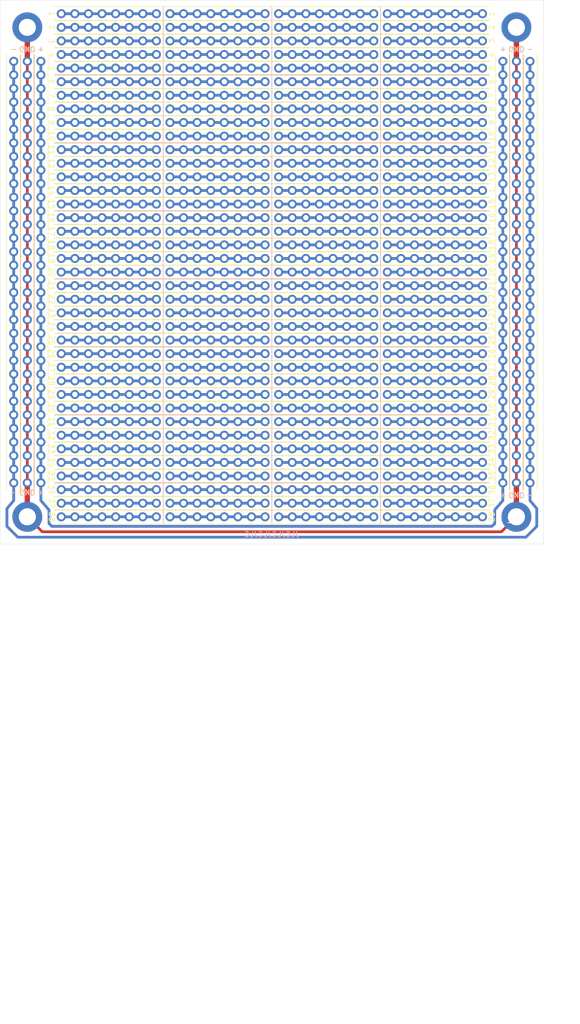
<source format=kicad_pcb>
(kicad_pcb (version 20171130) (host pcbnew "(5.1.9)-1")
  (layers (0 F.Cu signal) (31 B.Cu signal) (34 B.Paste user) (35 F.Paste user) (36 B.SilkS user) (37 F.SilkS user) (38 B.Mask user) (39 F.Mask user) (44 Edge.Cuts user))
  (net 0 "")
  (module Mine:PinHeader_1x32_P2.54mm_Vertical (layer F.Cu) (at 87.63 147.32 90)
    (fp_text reference 38 (at 0 -1.778 270 unlocked) (layer F.SilkS))
    (fp_text value PinHeader_1x32_P2.54mm_Vertical hide)
    (fp_text user 38 (at 0 80.5 90) (layer F.SilkS))
    (pad 1 thru_hole circle (at 0 0 90) (size 1.7 1.7) (drill 1) (layers *.Cu *.Mask))
    (pad 2 thru_hole oval (at 0 2.54 90) (size 1.7 1.7) (drill 1) (layers *.Cu *.Mask))
    (pad 3 thru_hole oval (at 0 5.08 90) (size 1.7 1.7) (drill 1) (layers *.Cu *.Mask))
    (pad 4 thru_hole oval (at 0 7.62 90) (size 1.7 1.7) (drill 1) (layers *.Cu *.Mask))
    (pad 5 thru_hole oval (at 0 10.16 90) (size 1.7 1.7) (drill 1) (layers *.Cu *.Mask))
    (pad 6 thru_hole oval (at 0 12.7 90) (size 1.7 1.7) (drill 1) (layers *.Cu *.Mask))
    (pad 7 thru_hole oval (at 0 15.24 90) (size 1.7 1.7) (drill 1) (layers *.Cu *.Mask))
    (pad 8 thru_hole oval (at 0 17.78 90) (size 1.7 1.7) (drill 1) (layers *.Cu *.Mask))
    (pad 9 thru_hole oval (at 0 20.32 90) (size 1.7 1.7) (drill 1) (layers *.Cu *.Mask))
    (pad 10 thru_hole oval (at 0 22.86 90) (size 1.7 1.7) (drill 1) (layers *.Cu *.Mask))
    (pad 11 thru_hole oval (at 0 25.4 90) (size 1.7 1.7) (drill 1) (layers *.Cu *.Mask))
    (pad 12 thru_hole oval (at 0 27.94 90) (size 1.7 1.7) (drill 1) (layers *.Cu *.Mask))
    (pad 13 thru_hole oval (at 0 30.48 90) (size 1.7 1.7) (drill 1) (layers *.Cu *.Mask))
    (pad 14 thru_hole oval (at 0 33.02 90) (size 1.7 1.7) (drill 1) (layers *.Cu *.Mask))
    (pad 15 thru_hole oval (at 0 35.56 90) (size 1.7 1.7) (drill 1) (layers *.Cu *.Mask))
    (pad 16 thru_hole oval (at 0 38.1 90) (size 1.7 1.7) (drill 1) (layers *.Cu *.Mask))
    (pad 17 thru_hole oval (at 0 40.64 90) (size 1.7 1.7) (drill 1) (layers *.Cu *.Mask))
    (pad 18 thru_hole oval (at 0 43.18 90) (size 1.7 1.7) (drill 1) (layers *.Cu *.Mask))
    (pad 19 thru_hole oval (at 0 45.72 90) (size 1.7 1.7) (drill 1) (layers *.Cu *.Mask))
    (pad 20 thru_hole oval (at 0 48.26 90) (size 1.7 1.7) (drill 1) (layers *.Cu *.Mask))
    (pad 21 thru_hole oval (at 0 50.8 90) (size 1.7 1.7) (drill 1) (layers *.Cu *.Mask))
    (pad 22 thru_hole oval (at 0 53.34 90) (size 1.7 1.7) (drill 1) (layers *.Cu *.Mask))
    (pad 23 thru_hole oval (at 0 55.88 90) (size 1.7 1.7) (drill 1) (layers *.Cu *.Mask))
    (pad 24 thru_hole oval (at 0 58.42 90) (size 1.7 1.7) (drill 1) (layers *.Cu *.Mask))
    (pad 25 thru_hole oval (at 0 60.96 90) (size 1.7 1.7) (drill 1) (layers *.Cu *.Mask))
    (pad 26 thru_hole oval (at 0 63.5 90) (size 1.7 1.7) (drill 1) (layers *.Cu *.Mask))
    (pad 27 thru_hole oval (at 0 66.04 90) (size 1.7 1.7) (drill 1) (layers *.Cu *.Mask))
    (pad 28 thru_hole oval (at 0 68.58 90) (size 1.7 1.7) (drill 1) (layers *.Cu *.Mask))
    (pad 29 thru_hole oval (at 0 71.12 90) (size 1.7 1.7) (drill 1) (layers *.Cu *.Mask))
    (pad 30 thru_hole oval (at 0 73.66 90) (size 1.7 1.7) (drill 1) (layers *.Cu *.Mask))
    (pad 31 thru_hole oval (at 0 76.2 90) (size 1.7 1.7) (drill 1) (layers *.Cu *.Mask))
    (pad 32 thru_hole oval (at 0 78.74 90) (size 1.7 1.7) (drill 1) (layers *.Cu *.Mask))
  )
  (module Mine:PinHeader_1x32_P2.54mm_Vertical (layer F.Cu) (at 87.63 142.24 90)
    (fp_text reference 36 (at 0 -1.778 270 unlocked) (layer F.SilkS))
    (fp_text value PinHeader_1x32_P2.54mm_Vertical hide)
    (fp_text user %R (at 0 80.5 90) (layer F.SilkS))
    (pad 1 thru_hole circle (at 0 0 90) (size 1.7 1.7) (drill 1) (layers *.Cu *.Mask))
    (pad 2 thru_hole oval (at 0 2.54 90) (size 1.7 1.7) (drill 1) (layers *.Cu *.Mask))
    (pad 3 thru_hole oval (at 0 5.08 90) (size 1.7 1.7) (drill 1) (layers *.Cu *.Mask))
    (pad 4 thru_hole oval (at 0 7.62 90) (size 1.7 1.7) (drill 1) (layers *.Cu *.Mask))
    (pad 5 thru_hole oval (at 0 10.16 90) (size 1.7 1.7) (drill 1) (layers *.Cu *.Mask))
    (pad 6 thru_hole oval (at 0 12.7 90) (size 1.7 1.7) (drill 1) (layers *.Cu *.Mask))
    (pad 7 thru_hole oval (at 0 15.24 90) (size 1.7 1.7) (drill 1) (layers *.Cu *.Mask))
    (pad 8 thru_hole oval (at 0 17.78 90) (size 1.7 1.7) (drill 1) (layers *.Cu *.Mask))
    (pad 9 thru_hole oval (at 0 20.32 90) (size 1.7 1.7) (drill 1) (layers *.Cu *.Mask))
    (pad 10 thru_hole oval (at 0 22.86 90) (size 1.7 1.7) (drill 1) (layers *.Cu *.Mask))
    (pad 11 thru_hole oval (at 0 25.4 90) (size 1.7 1.7) (drill 1) (layers *.Cu *.Mask))
    (pad 12 thru_hole oval (at 0 27.94 90) (size 1.7 1.7) (drill 1) (layers *.Cu *.Mask))
    (pad 13 thru_hole oval (at 0 30.48 90) (size 1.7 1.7) (drill 1) (layers *.Cu *.Mask))
    (pad 14 thru_hole oval (at 0 33.02 90) (size 1.7 1.7) (drill 1) (layers *.Cu *.Mask))
    (pad 15 thru_hole oval (at 0 35.56 90) (size 1.7 1.7) (drill 1) (layers *.Cu *.Mask))
    (pad 16 thru_hole oval (at 0 38.1 90) (size 1.7 1.7) (drill 1) (layers *.Cu *.Mask))
    (pad 17 thru_hole oval (at 0 40.64 90) (size 1.7 1.7) (drill 1) (layers *.Cu *.Mask))
    (pad 18 thru_hole oval (at 0 43.18 90) (size 1.7 1.7) (drill 1) (layers *.Cu *.Mask))
    (pad 19 thru_hole oval (at 0 45.72 90) (size 1.7 1.7) (drill 1) (layers *.Cu *.Mask))
    (pad 20 thru_hole oval (at 0 48.26 90) (size 1.7 1.7) (drill 1) (layers *.Cu *.Mask))
    (pad 21 thru_hole oval (at 0 50.8 90) (size 1.7 1.7) (drill 1) (layers *.Cu *.Mask))
    (pad 22 thru_hole oval (at 0 53.34 90) (size 1.7 1.7) (drill 1) (layers *.Cu *.Mask))
    (pad 23 thru_hole oval (at 0 55.88 90) (size 1.7 1.7) (drill 1) (layers *.Cu *.Mask))
    (pad 24 thru_hole oval (at 0 58.42 90) (size 1.7 1.7) (drill 1) (layers *.Cu *.Mask))
    (pad 25 thru_hole oval (at 0 60.96 90) (size 1.7 1.7) (drill 1) (layers *.Cu *.Mask))
    (pad 26 thru_hole oval (at 0 63.5 90) (size 1.7 1.7) (drill 1) (layers *.Cu *.Mask))
    (pad 27 thru_hole oval (at 0 66.04 90) (size 1.7 1.7) (drill 1) (layers *.Cu *.Mask))
    (pad 28 thru_hole oval (at 0 68.58 90) (size 1.7 1.7) (drill 1) (layers *.Cu *.Mask))
    (pad 29 thru_hole oval (at 0 71.12 90) (size 1.7 1.7) (drill 1) (layers *.Cu *.Mask))
    (pad 30 thru_hole oval (at 0 73.66 90) (size 1.7 1.7) (drill 1) (layers *.Cu *.Mask))
    (pad 31 thru_hole oval (at 0 76.2 90) (size 1.7 1.7) (drill 1) (layers *.Cu *.Mask))
    (pad 32 thru_hole oval (at 0 78.74 90) (size 1.7 1.7) (drill 1) (layers *.Cu *.Mask))
  )
  (module Mine:PinHeader_1x32_P2.54mm_Vertical (layer F.Cu) (at 87.63 144.78 90)
    (fp_text reference 37 (at 0 -1.778 270 unlocked) (layer F.SilkS))
    (fp_text value PinHeader_1x32_P2.54mm_Vertical hide)
    (fp_text user 37 (at 0 80.5 90) (layer F.SilkS))
    (pad 32 thru_hole oval (at 0 78.74 90) (size 1.7 1.7) (drill 1) (layers *.Cu *.Mask))
    (pad 31 thru_hole oval (at 0 76.2 90) (size 1.7 1.7) (drill 1) (layers *.Cu *.Mask))
    (pad 30 thru_hole oval (at 0 73.66 90) (size 1.7 1.7) (drill 1) (layers *.Cu *.Mask))
    (pad 29 thru_hole oval (at 0 71.12 90) (size 1.7 1.7) (drill 1) (layers *.Cu *.Mask))
    (pad 28 thru_hole oval (at 0 68.58 90) (size 1.7 1.7) (drill 1) (layers *.Cu *.Mask))
    (pad 27 thru_hole oval (at 0 66.04 90) (size 1.7 1.7) (drill 1) (layers *.Cu *.Mask))
    (pad 26 thru_hole oval (at 0 63.5 90) (size 1.7 1.7) (drill 1) (layers *.Cu *.Mask))
    (pad 25 thru_hole oval (at 0 60.96 90) (size 1.7 1.7) (drill 1) (layers *.Cu *.Mask))
    (pad 24 thru_hole oval (at 0 58.42 90) (size 1.7 1.7) (drill 1) (layers *.Cu *.Mask))
    (pad 23 thru_hole oval (at 0 55.88 90) (size 1.7 1.7) (drill 1) (layers *.Cu *.Mask))
    (pad 22 thru_hole oval (at 0 53.34 90) (size 1.7 1.7) (drill 1) (layers *.Cu *.Mask))
    (pad 21 thru_hole oval (at 0 50.8 90) (size 1.7 1.7) (drill 1) (layers *.Cu *.Mask))
    (pad 20 thru_hole oval (at 0 48.26 90) (size 1.7 1.7) (drill 1) (layers *.Cu *.Mask))
    (pad 19 thru_hole oval (at 0 45.72 90) (size 1.7 1.7) (drill 1) (layers *.Cu *.Mask))
    (pad 18 thru_hole oval (at 0 43.18 90) (size 1.7 1.7) (drill 1) (layers *.Cu *.Mask))
    (pad 17 thru_hole oval (at 0 40.64 90) (size 1.7 1.7) (drill 1) (layers *.Cu *.Mask))
    (pad 16 thru_hole oval (at 0 38.1 90) (size 1.7 1.7) (drill 1) (layers *.Cu *.Mask))
    (pad 15 thru_hole oval (at 0 35.56 90) (size 1.7 1.7) (drill 1) (layers *.Cu *.Mask))
    (pad 14 thru_hole oval (at 0 33.02 90) (size 1.7 1.7) (drill 1) (layers *.Cu *.Mask))
    (pad 13 thru_hole oval (at 0 30.48 90) (size 1.7 1.7) (drill 1) (layers *.Cu *.Mask))
    (pad 12 thru_hole oval (at 0 27.94 90) (size 1.7 1.7) (drill 1) (layers *.Cu *.Mask))
    (pad 11 thru_hole oval (at 0 25.4 90) (size 1.7 1.7) (drill 1) (layers *.Cu *.Mask))
    (pad 10 thru_hole oval (at 0 22.86 90) (size 1.7 1.7) (drill 1) (layers *.Cu *.Mask))
    (pad 9 thru_hole oval (at 0 20.32 90) (size 1.7 1.7) (drill 1) (layers *.Cu *.Mask))
    (pad 8 thru_hole oval (at 0 17.78 90) (size 1.7 1.7) (drill 1) (layers *.Cu *.Mask))
    (pad 7 thru_hole oval (at 0 15.24 90) (size 1.7 1.7) (drill 1) (layers *.Cu *.Mask))
    (pad 6 thru_hole oval (at 0 12.7 90) (size 1.7 1.7) (drill 1) (layers *.Cu *.Mask))
    (pad 5 thru_hole oval (at 0 10.16 90) (size 1.7 1.7) (drill 1) (layers *.Cu *.Mask))
    (pad 4 thru_hole oval (at 0 7.62 90) (size 1.7 1.7) (drill 1) (layers *.Cu *.Mask))
    (pad 3 thru_hole oval (at 0 5.08 90) (size 1.7 1.7) (drill 1) (layers *.Cu *.Mask))
    (pad 2 thru_hole oval (at 0 2.54 90) (size 1.7 1.7) (drill 1) (layers *.Cu *.Mask))
    (pad 1 thru_hole circle (at 0 0 90) (size 1.7 1.7) (drill 1) (layers *.Cu *.Mask))
  )
  (module Mine:PinHeader_1x32_P2.54mm_Vertical (layer F.Cu) (at 87.63 124.46 90)
    (fp_text reference 29 (at 0 -1.778 270 unlocked) (layer F.SilkS))
    (fp_text value PinHeader_1x32_P2.54mm_Vertical hide)
    (fp_text user 29 (at 0 80.5 90) (layer F.SilkS))
    (pad 1 thru_hole circle (at 0 0 90) (size 1.7 1.7) (drill 1) (layers *.Cu *.Mask))
    (pad 2 thru_hole oval (at 0 2.54 90) (size 1.7 1.7) (drill 1) (layers *.Cu *.Mask))
    (pad 3 thru_hole oval (at 0 5.08 90) (size 1.7 1.7) (drill 1) (layers *.Cu *.Mask))
    (pad 4 thru_hole oval (at 0 7.62 90) (size 1.7 1.7) (drill 1) (layers *.Cu *.Mask))
    (pad 5 thru_hole oval (at 0 10.16 90) (size 1.7 1.7) (drill 1) (layers *.Cu *.Mask))
    (pad 6 thru_hole oval (at 0 12.7 90) (size 1.7 1.7) (drill 1) (layers *.Cu *.Mask))
    (pad 7 thru_hole oval (at 0 15.24 90) (size 1.7 1.7) (drill 1) (layers *.Cu *.Mask))
    (pad 8 thru_hole oval (at 0 17.78 90) (size 1.7 1.7) (drill 1) (layers *.Cu *.Mask))
    (pad 9 thru_hole oval (at 0 20.32 90) (size 1.7 1.7) (drill 1) (layers *.Cu *.Mask))
    (pad 10 thru_hole oval (at 0 22.86 90) (size 1.7 1.7) (drill 1) (layers *.Cu *.Mask))
    (pad 11 thru_hole oval (at 0 25.4 90) (size 1.7 1.7) (drill 1) (layers *.Cu *.Mask))
    (pad 12 thru_hole oval (at 0 27.94 90) (size 1.7 1.7) (drill 1) (layers *.Cu *.Mask))
    (pad 13 thru_hole oval (at 0 30.48 90) (size 1.7 1.7) (drill 1) (layers *.Cu *.Mask))
    (pad 14 thru_hole oval (at 0 33.02 90) (size 1.7 1.7) (drill 1) (layers *.Cu *.Mask))
    (pad 15 thru_hole oval (at 0 35.56 90) (size 1.7 1.7) (drill 1) (layers *.Cu *.Mask))
    (pad 16 thru_hole oval (at 0 38.1 90) (size 1.7 1.7) (drill 1) (layers *.Cu *.Mask))
    (pad 17 thru_hole oval (at 0 40.64 90) (size 1.7 1.7) (drill 1) (layers *.Cu *.Mask))
    (pad 18 thru_hole oval (at 0 43.18 90) (size 1.7 1.7) (drill 1) (layers *.Cu *.Mask))
    (pad 19 thru_hole oval (at 0 45.72 90) (size 1.7 1.7) (drill 1) (layers *.Cu *.Mask))
    (pad 20 thru_hole oval (at 0 48.26 90) (size 1.7 1.7) (drill 1) (layers *.Cu *.Mask))
    (pad 21 thru_hole oval (at 0 50.8 90) (size 1.7 1.7) (drill 1) (layers *.Cu *.Mask))
    (pad 22 thru_hole oval (at 0 53.34 90) (size 1.7 1.7) (drill 1) (layers *.Cu *.Mask))
    (pad 23 thru_hole oval (at 0 55.88 90) (size 1.7 1.7) (drill 1) (layers *.Cu *.Mask))
    (pad 24 thru_hole oval (at 0 58.42 90) (size 1.7 1.7) (drill 1) (layers *.Cu *.Mask))
    (pad 25 thru_hole oval (at 0 60.96 90) (size 1.7 1.7) (drill 1) (layers *.Cu *.Mask))
    (pad 26 thru_hole oval (at 0 63.5 90) (size 1.7 1.7) (drill 1) (layers *.Cu *.Mask))
    (pad 27 thru_hole oval (at 0 66.04 90) (size 1.7 1.7) (drill 1) (layers *.Cu *.Mask))
    (pad 28 thru_hole oval (at 0 68.58 90) (size 1.7 1.7) (drill 1) (layers *.Cu *.Mask))
    (pad 29 thru_hole oval (at 0 71.12 90) (size 1.7 1.7) (drill 1) (layers *.Cu *.Mask))
    (pad 30 thru_hole oval (at 0 73.66 90) (size 1.7 1.7) (drill 1) (layers *.Cu *.Mask))
    (pad 31 thru_hole oval (at 0 76.2 90) (size 1.7 1.7) (drill 1) (layers *.Cu *.Mask))
    (pad 32 thru_hole oval (at 0 78.74 90) (size 1.7 1.7) (drill 1) (layers *.Cu *.Mask))
  )
  (module Mine:PinHeader_1x32_P2.54mm_Vertical (layer F.Cu) (at 87.63 137.16 90)
    (fp_text reference 34 (at 0 -1.778 270 unlocked) (layer F.SilkS))
    (fp_text value PinHeader_1x32_P2.54mm_Vertical hide)
    (fp_text user 34 (at 0 80.5 90) (layer F.SilkS))
    (pad 32 thru_hole oval (at 0 78.74 90) (size 1.7 1.7) (drill 1) (layers *.Cu *.Mask))
    (pad 31 thru_hole oval (at 0 76.2 90) (size 1.7 1.7) (drill 1) (layers *.Cu *.Mask))
    (pad 30 thru_hole oval (at 0 73.66 90) (size 1.7 1.7) (drill 1) (layers *.Cu *.Mask))
    (pad 29 thru_hole oval (at 0 71.12 90) (size 1.7 1.7) (drill 1) (layers *.Cu *.Mask))
    (pad 28 thru_hole oval (at 0 68.58 90) (size 1.7 1.7) (drill 1) (layers *.Cu *.Mask))
    (pad 27 thru_hole oval (at 0 66.04 90) (size 1.7 1.7) (drill 1) (layers *.Cu *.Mask))
    (pad 26 thru_hole oval (at 0 63.5 90) (size 1.7 1.7) (drill 1) (layers *.Cu *.Mask))
    (pad 25 thru_hole oval (at 0 60.96 90) (size 1.7 1.7) (drill 1) (layers *.Cu *.Mask))
    (pad 24 thru_hole oval (at 0 58.42 90) (size 1.7 1.7) (drill 1) (layers *.Cu *.Mask))
    (pad 23 thru_hole oval (at 0 55.88 90) (size 1.7 1.7) (drill 1) (layers *.Cu *.Mask))
    (pad 22 thru_hole oval (at 0 53.34 90) (size 1.7 1.7) (drill 1) (layers *.Cu *.Mask))
    (pad 21 thru_hole oval (at 0 50.8 90) (size 1.7 1.7) (drill 1) (layers *.Cu *.Mask))
    (pad 20 thru_hole oval (at 0 48.26 90) (size 1.7 1.7) (drill 1) (layers *.Cu *.Mask))
    (pad 19 thru_hole oval (at 0 45.72 90) (size 1.7 1.7) (drill 1) (layers *.Cu *.Mask))
    (pad 18 thru_hole oval (at 0 43.18 90) (size 1.7 1.7) (drill 1) (layers *.Cu *.Mask))
    (pad 17 thru_hole oval (at 0 40.64 90) (size 1.7 1.7) (drill 1) (layers *.Cu *.Mask))
    (pad 16 thru_hole oval (at 0 38.1 90) (size 1.7 1.7) (drill 1) (layers *.Cu *.Mask))
    (pad 15 thru_hole oval (at 0 35.56 90) (size 1.7 1.7) (drill 1) (layers *.Cu *.Mask))
    (pad 14 thru_hole oval (at 0 33.02 90) (size 1.7 1.7) (drill 1) (layers *.Cu *.Mask))
    (pad 13 thru_hole oval (at 0 30.48 90) (size 1.7 1.7) (drill 1) (layers *.Cu *.Mask))
    (pad 12 thru_hole oval (at 0 27.94 90) (size 1.7 1.7) (drill 1) (layers *.Cu *.Mask))
    (pad 11 thru_hole oval (at 0 25.4 90) (size 1.7 1.7) (drill 1) (layers *.Cu *.Mask))
    (pad 10 thru_hole oval (at 0 22.86 90) (size 1.7 1.7) (drill 1) (layers *.Cu *.Mask))
    (pad 9 thru_hole oval (at 0 20.32 90) (size 1.7 1.7) (drill 1) (layers *.Cu *.Mask))
    (pad 8 thru_hole oval (at 0 17.78 90) (size 1.7 1.7) (drill 1) (layers *.Cu *.Mask))
    (pad 7 thru_hole oval (at 0 15.24 90) (size 1.7 1.7) (drill 1) (layers *.Cu *.Mask))
    (pad 6 thru_hole oval (at 0 12.7 90) (size 1.7 1.7) (drill 1) (layers *.Cu *.Mask))
    (pad 5 thru_hole oval (at 0 10.16 90) (size 1.7 1.7) (drill 1) (layers *.Cu *.Mask))
    (pad 4 thru_hole oval (at 0 7.62 90) (size 1.7 1.7) (drill 1) (layers *.Cu *.Mask))
    (pad 3 thru_hole oval (at 0 5.08 90) (size 1.7 1.7) (drill 1) (layers *.Cu *.Mask))
    (pad 2 thru_hole oval (at 0 2.54 90) (size 1.7 1.7) (drill 1) (layers *.Cu *.Mask))
    (pad 1 thru_hole circle (at 0 0 90) (size 1.7 1.7) (drill 1) (layers *.Cu *.Mask))
  )
  (module Mine:PinHeader_1x32_P2.54mm_Vertical (layer F.Cu) (at 87.63 132.08 90)
    (fp_text reference 32 (at 0 -1.778 270 unlocked) (layer F.SilkS))
    (fp_text value PinHeader_1x32_P2.54mm_Vertical hide)
    (fp_text user 32 (at 0 80.5 90) (layer F.SilkS))
    (pad 32 thru_hole oval (at 0 78.74 90) (size 1.7 1.7) (drill 1) (layers *.Cu *.Mask))
    (pad 31 thru_hole oval (at 0 76.2 90) (size 1.7 1.7) (drill 1) (layers *.Cu *.Mask))
    (pad 30 thru_hole oval (at 0 73.66 90) (size 1.7 1.7) (drill 1) (layers *.Cu *.Mask))
    (pad 29 thru_hole oval (at 0 71.12 90) (size 1.7 1.7) (drill 1) (layers *.Cu *.Mask))
    (pad 28 thru_hole oval (at 0 68.58 90) (size 1.7 1.7) (drill 1) (layers *.Cu *.Mask))
    (pad 27 thru_hole oval (at 0 66.04 90) (size 1.7 1.7) (drill 1) (layers *.Cu *.Mask))
    (pad 26 thru_hole oval (at 0 63.5 90) (size 1.7 1.7) (drill 1) (layers *.Cu *.Mask))
    (pad 25 thru_hole oval (at 0 60.96 90) (size 1.7 1.7) (drill 1) (layers *.Cu *.Mask))
    (pad 24 thru_hole oval (at 0 58.42 90) (size 1.7 1.7) (drill 1) (layers *.Cu *.Mask))
    (pad 23 thru_hole oval (at 0 55.88 90) (size 1.7 1.7) (drill 1) (layers *.Cu *.Mask))
    (pad 22 thru_hole oval (at 0 53.34 90) (size 1.7 1.7) (drill 1) (layers *.Cu *.Mask))
    (pad 21 thru_hole oval (at 0 50.8 90) (size 1.7 1.7) (drill 1) (layers *.Cu *.Mask))
    (pad 20 thru_hole oval (at 0 48.26 90) (size 1.7 1.7) (drill 1) (layers *.Cu *.Mask))
    (pad 19 thru_hole oval (at 0 45.72 90) (size 1.7 1.7) (drill 1) (layers *.Cu *.Mask))
    (pad 18 thru_hole oval (at 0 43.18 90) (size 1.7 1.7) (drill 1) (layers *.Cu *.Mask))
    (pad 17 thru_hole oval (at 0 40.64 90) (size 1.7 1.7) (drill 1) (layers *.Cu *.Mask))
    (pad 16 thru_hole oval (at 0 38.1 90) (size 1.7 1.7) (drill 1) (layers *.Cu *.Mask))
    (pad 15 thru_hole oval (at 0 35.56 90) (size 1.7 1.7) (drill 1) (layers *.Cu *.Mask))
    (pad 14 thru_hole oval (at 0 33.02 90) (size 1.7 1.7) (drill 1) (layers *.Cu *.Mask))
    (pad 13 thru_hole oval (at 0 30.48 90) (size 1.7 1.7) (drill 1) (layers *.Cu *.Mask))
    (pad 12 thru_hole oval (at 0 27.94 90) (size 1.7 1.7) (drill 1) (layers *.Cu *.Mask))
    (pad 11 thru_hole oval (at 0 25.4 90) (size 1.7 1.7) (drill 1) (layers *.Cu *.Mask))
    (pad 10 thru_hole oval (at 0 22.86 90) (size 1.7 1.7) (drill 1) (layers *.Cu *.Mask))
    (pad 9 thru_hole oval (at 0 20.32 90) (size 1.7 1.7) (drill 1) (layers *.Cu *.Mask))
    (pad 8 thru_hole oval (at 0 17.78 90) (size 1.7 1.7) (drill 1) (layers *.Cu *.Mask))
    (pad 7 thru_hole oval (at 0 15.24 90) (size 1.7 1.7) (drill 1) (layers *.Cu *.Mask))
    (pad 6 thru_hole oval (at 0 12.7 90) (size 1.7 1.7) (drill 1) (layers *.Cu *.Mask))
    (pad 5 thru_hole oval (at 0 10.16 90) (size 1.7 1.7) (drill 1) (layers *.Cu *.Mask))
    (pad 4 thru_hole oval (at 0 7.62 90) (size 1.7 1.7) (drill 1) (layers *.Cu *.Mask))
    (pad 3 thru_hole oval (at 0 5.08 90) (size 1.7 1.7) (drill 1) (layers *.Cu *.Mask))
    (pad 2 thru_hole oval (at 0 2.54 90) (size 1.7 1.7) (drill 1) (layers *.Cu *.Mask))
    (pad 1 thru_hole circle (at 0 0 90) (size 1.7 1.7) (drill 1) (layers *.Cu *.Mask))
  )
  (module Mine:PinHeader_1x32_P2.54mm_Vertical (layer F.Cu) (at 87.63 129.54 90)
    (fp_text reference 31 (at 0 -1.778 270 unlocked) (layer F.SilkS))
    (fp_text value PinHeader_1x32_P2.54mm_Vertical hide)
    (fp_text user 31 (at 0 80.5 90) (layer F.SilkS))
    (pad 32 thru_hole oval (at 0 78.74 90) (size 1.7 1.7) (drill 1) (layers *.Cu *.Mask))
    (pad 31 thru_hole oval (at 0 76.2 90) (size 1.7 1.7) (drill 1) (layers *.Cu *.Mask))
    (pad 30 thru_hole oval (at 0 73.66 90) (size 1.7 1.7) (drill 1) (layers *.Cu *.Mask))
    (pad 29 thru_hole oval (at 0 71.12 90) (size 1.7 1.7) (drill 1) (layers *.Cu *.Mask))
    (pad 28 thru_hole oval (at 0 68.58 90) (size 1.7 1.7) (drill 1) (layers *.Cu *.Mask))
    (pad 27 thru_hole oval (at 0 66.04 90) (size 1.7 1.7) (drill 1) (layers *.Cu *.Mask))
    (pad 26 thru_hole oval (at 0 63.5 90) (size 1.7 1.7) (drill 1) (layers *.Cu *.Mask))
    (pad 25 thru_hole oval (at 0 60.96 90) (size 1.7 1.7) (drill 1) (layers *.Cu *.Mask))
    (pad 24 thru_hole oval (at 0 58.42 90) (size 1.7 1.7) (drill 1) (layers *.Cu *.Mask))
    (pad 23 thru_hole oval (at 0 55.88 90) (size 1.7 1.7) (drill 1) (layers *.Cu *.Mask))
    (pad 22 thru_hole oval (at 0 53.34 90) (size 1.7 1.7) (drill 1) (layers *.Cu *.Mask))
    (pad 21 thru_hole oval (at 0 50.8 90) (size 1.7 1.7) (drill 1) (layers *.Cu *.Mask))
    (pad 20 thru_hole oval (at 0 48.26 90) (size 1.7 1.7) (drill 1) (layers *.Cu *.Mask))
    (pad 19 thru_hole oval (at 0 45.72 90) (size 1.7 1.7) (drill 1) (layers *.Cu *.Mask))
    (pad 18 thru_hole oval (at 0 43.18 90) (size 1.7 1.7) (drill 1) (layers *.Cu *.Mask))
    (pad 17 thru_hole oval (at 0 40.64 90) (size 1.7 1.7) (drill 1) (layers *.Cu *.Mask))
    (pad 16 thru_hole oval (at 0 38.1 90) (size 1.7 1.7) (drill 1) (layers *.Cu *.Mask))
    (pad 15 thru_hole oval (at 0 35.56 90) (size 1.7 1.7) (drill 1) (layers *.Cu *.Mask))
    (pad 14 thru_hole oval (at 0 33.02 90) (size 1.7 1.7) (drill 1) (layers *.Cu *.Mask))
    (pad 13 thru_hole oval (at 0 30.48 90) (size 1.7 1.7) (drill 1) (layers *.Cu *.Mask))
    (pad 12 thru_hole oval (at 0 27.94 90) (size 1.7 1.7) (drill 1) (layers *.Cu *.Mask))
    (pad 11 thru_hole oval (at 0 25.4 90) (size 1.7 1.7) (drill 1) (layers *.Cu *.Mask))
    (pad 10 thru_hole oval (at 0 22.86 90) (size 1.7 1.7) (drill 1) (layers *.Cu *.Mask))
    (pad 9 thru_hole oval (at 0 20.32 90) (size 1.7 1.7) (drill 1) (layers *.Cu *.Mask))
    (pad 8 thru_hole oval (at 0 17.78 90) (size 1.7 1.7) (drill 1) (layers *.Cu *.Mask))
    (pad 7 thru_hole oval (at 0 15.24 90) (size 1.7 1.7) (drill 1) (layers *.Cu *.Mask))
    (pad 6 thru_hole oval (at 0 12.7 90) (size 1.7 1.7) (drill 1) (layers *.Cu *.Mask))
    (pad 5 thru_hole oval (at 0 10.16 90) (size 1.7 1.7) (drill 1) (layers *.Cu *.Mask))
    (pad 4 thru_hole oval (at 0 7.62 90) (size 1.7 1.7) (drill 1) (layers *.Cu *.Mask))
    (pad 3 thru_hole oval (at 0 5.08 90) (size 1.7 1.7) (drill 1) (layers *.Cu *.Mask))
    (pad 2 thru_hole oval (at 0 2.54 90) (size 1.7 1.7) (drill 1) (layers *.Cu *.Mask))
    (pad 1 thru_hole circle (at 0 0 90) (size 1.7 1.7) (drill 1) (layers *.Cu *.Mask))
  )
  (module Mine:PinHeader_1x32_P2.54mm_Vertical (layer F.Cu) (at 87.63 134.62 90)
    (fp_text reference 33 (at 0 -1.778 270 unlocked) (layer F.SilkS))
    (fp_text value PinHeader_1x32_P2.54mm_Vertical hide)
    (fp_text user 33 (at 0 80.5 90) (layer F.SilkS))
    (pad 32 thru_hole oval (at 0 78.74 90) (size 1.7 1.7) (drill 1) (layers *.Cu *.Mask))
    (pad 31 thru_hole oval (at 0 76.2 90) (size 1.7 1.7) (drill 1) (layers *.Cu *.Mask))
    (pad 30 thru_hole oval (at 0 73.66 90) (size 1.7 1.7) (drill 1) (layers *.Cu *.Mask))
    (pad 29 thru_hole oval (at 0 71.12 90) (size 1.7 1.7) (drill 1) (layers *.Cu *.Mask))
    (pad 28 thru_hole oval (at 0 68.58 90) (size 1.7 1.7) (drill 1) (layers *.Cu *.Mask))
    (pad 27 thru_hole oval (at 0 66.04 90) (size 1.7 1.7) (drill 1) (layers *.Cu *.Mask))
    (pad 26 thru_hole oval (at 0 63.5 90) (size 1.7 1.7) (drill 1) (layers *.Cu *.Mask))
    (pad 25 thru_hole oval (at 0 60.96 90) (size 1.7 1.7) (drill 1) (layers *.Cu *.Mask))
    (pad 24 thru_hole oval (at 0 58.42 90) (size 1.7 1.7) (drill 1) (layers *.Cu *.Mask))
    (pad 23 thru_hole oval (at 0 55.88 90) (size 1.7 1.7) (drill 1) (layers *.Cu *.Mask))
    (pad 22 thru_hole oval (at 0 53.34 90) (size 1.7 1.7) (drill 1) (layers *.Cu *.Mask))
    (pad 21 thru_hole oval (at 0 50.8 90) (size 1.7 1.7) (drill 1) (layers *.Cu *.Mask))
    (pad 20 thru_hole oval (at 0 48.26 90) (size 1.7 1.7) (drill 1) (layers *.Cu *.Mask))
    (pad 19 thru_hole oval (at 0 45.72 90) (size 1.7 1.7) (drill 1) (layers *.Cu *.Mask))
    (pad 18 thru_hole oval (at 0 43.18 90) (size 1.7 1.7) (drill 1) (layers *.Cu *.Mask))
    (pad 17 thru_hole oval (at 0 40.64 90) (size 1.7 1.7) (drill 1) (layers *.Cu *.Mask))
    (pad 16 thru_hole oval (at 0 38.1 90) (size 1.7 1.7) (drill 1) (layers *.Cu *.Mask))
    (pad 15 thru_hole oval (at 0 35.56 90) (size 1.7 1.7) (drill 1) (layers *.Cu *.Mask))
    (pad 14 thru_hole oval (at 0 33.02 90) (size 1.7 1.7) (drill 1) (layers *.Cu *.Mask))
    (pad 13 thru_hole oval (at 0 30.48 90) (size 1.7 1.7) (drill 1) (layers *.Cu *.Mask))
    (pad 12 thru_hole oval (at 0 27.94 90) (size 1.7 1.7) (drill 1) (layers *.Cu *.Mask))
    (pad 11 thru_hole oval (at 0 25.4 90) (size 1.7 1.7) (drill 1) (layers *.Cu *.Mask))
    (pad 10 thru_hole oval (at 0 22.86 90) (size 1.7 1.7) (drill 1) (layers *.Cu *.Mask))
    (pad 9 thru_hole oval (at 0 20.32 90) (size 1.7 1.7) (drill 1) (layers *.Cu *.Mask))
    (pad 8 thru_hole oval (at 0 17.78 90) (size 1.7 1.7) (drill 1) (layers *.Cu *.Mask))
    (pad 7 thru_hole oval (at 0 15.24 90) (size 1.7 1.7) (drill 1) (layers *.Cu *.Mask))
    (pad 6 thru_hole oval (at 0 12.7 90) (size 1.7 1.7) (drill 1) (layers *.Cu *.Mask))
    (pad 5 thru_hole oval (at 0 10.16 90) (size 1.7 1.7) (drill 1) (layers *.Cu *.Mask))
    (pad 4 thru_hole oval (at 0 7.62 90) (size 1.7 1.7) (drill 1) (layers *.Cu *.Mask))
    (pad 3 thru_hole oval (at 0 5.08 90) (size 1.7 1.7) (drill 1) (layers *.Cu *.Mask))
    (pad 2 thru_hole oval (at 0 2.54 90) (size 1.7 1.7) (drill 1) (layers *.Cu *.Mask))
    (pad 1 thru_hole circle (at 0 0 90) (size 1.7 1.7) (drill 1) (layers *.Cu *.Mask))
  )
  (module Mine:PinHeader_1x32_P2.54mm_Vertical (layer F.Cu) (at 87.63 127 90)
    (fp_text reference 30 (at 0 -1.778 270 unlocked) (layer F.SilkS))
    (fp_text value PinHeader_1x32_P2.54mm_Vertical hide)
    (fp_text user 30 (at 0 80.5 90) (layer F.SilkS))
    (pad 32 thru_hole oval (at 0 78.74 90) (size 1.7 1.7) (drill 1) (layers *.Cu *.Mask))
    (pad 31 thru_hole oval (at 0 76.2 90) (size 1.7 1.7) (drill 1) (layers *.Cu *.Mask))
    (pad 30 thru_hole oval (at 0 73.66 90) (size 1.7 1.7) (drill 1) (layers *.Cu *.Mask))
    (pad 29 thru_hole oval (at 0 71.12 90) (size 1.7 1.7) (drill 1) (layers *.Cu *.Mask))
    (pad 28 thru_hole oval (at 0 68.58 90) (size 1.7 1.7) (drill 1) (layers *.Cu *.Mask))
    (pad 27 thru_hole oval (at 0 66.04 90) (size 1.7 1.7) (drill 1) (layers *.Cu *.Mask))
    (pad 26 thru_hole oval (at 0 63.5 90) (size 1.7 1.7) (drill 1) (layers *.Cu *.Mask))
    (pad 25 thru_hole oval (at 0 60.96 90) (size 1.7 1.7) (drill 1) (layers *.Cu *.Mask))
    (pad 24 thru_hole oval (at 0 58.42 90) (size 1.7 1.7) (drill 1) (layers *.Cu *.Mask))
    (pad 23 thru_hole oval (at 0 55.88 90) (size 1.7 1.7) (drill 1) (layers *.Cu *.Mask))
    (pad 22 thru_hole oval (at 0 53.34 90) (size 1.7 1.7) (drill 1) (layers *.Cu *.Mask))
    (pad 21 thru_hole oval (at 0 50.8 90) (size 1.7 1.7) (drill 1) (layers *.Cu *.Mask))
    (pad 20 thru_hole oval (at 0 48.26 90) (size 1.7 1.7) (drill 1) (layers *.Cu *.Mask))
    (pad 19 thru_hole oval (at 0 45.72 90) (size 1.7 1.7) (drill 1) (layers *.Cu *.Mask))
    (pad 18 thru_hole oval (at 0 43.18 90) (size 1.7 1.7) (drill 1) (layers *.Cu *.Mask))
    (pad 17 thru_hole oval (at 0 40.64 90) (size 1.7 1.7) (drill 1) (layers *.Cu *.Mask))
    (pad 16 thru_hole oval (at 0 38.1 90) (size 1.7 1.7) (drill 1) (layers *.Cu *.Mask))
    (pad 15 thru_hole oval (at 0 35.56 90) (size 1.7 1.7) (drill 1) (layers *.Cu *.Mask))
    (pad 14 thru_hole oval (at 0 33.02 90) (size 1.7 1.7) (drill 1) (layers *.Cu *.Mask))
    (pad 13 thru_hole oval (at 0 30.48 90) (size 1.7 1.7) (drill 1) (layers *.Cu *.Mask))
    (pad 12 thru_hole oval (at 0 27.94 90) (size 1.7 1.7) (drill 1) (layers *.Cu *.Mask))
    (pad 11 thru_hole oval (at 0 25.4 90) (size 1.7 1.7) (drill 1) (layers *.Cu *.Mask))
    (pad 10 thru_hole oval (at 0 22.86 90) (size 1.7 1.7) (drill 1) (layers *.Cu *.Mask))
    (pad 9 thru_hole oval (at 0 20.32 90) (size 1.7 1.7) (drill 1) (layers *.Cu *.Mask))
    (pad 8 thru_hole oval (at 0 17.78 90) (size 1.7 1.7) (drill 1) (layers *.Cu *.Mask))
    (pad 7 thru_hole oval (at 0 15.24 90) (size 1.7 1.7) (drill 1) (layers *.Cu *.Mask))
    (pad 6 thru_hole oval (at 0 12.7 90) (size 1.7 1.7) (drill 1) (layers *.Cu *.Mask))
    (pad 5 thru_hole oval (at 0 10.16 90) (size 1.7 1.7) (drill 1) (layers *.Cu *.Mask))
    (pad 4 thru_hole oval (at 0 7.62 90) (size 1.7 1.7) (drill 1) (layers *.Cu *.Mask))
    (pad 3 thru_hole oval (at 0 5.08 90) (size 1.7 1.7) (drill 1) (layers *.Cu *.Mask))
    (pad 2 thru_hole oval (at 0 2.54 90) (size 1.7 1.7) (drill 1) (layers *.Cu *.Mask))
    (pad 1 thru_hole circle (at 0 0 90) (size 1.7 1.7) (drill 1) (layers *.Cu *.Mask))
  )
  (module Mine:PinHeader_1x32_P2.54mm_Vertical (layer F.Cu) (at 87.63 139.7 90)
    (fp_text reference 35 (at 0 -1.778 270 unlocked) (layer F.SilkS))
    (fp_text value PinHeader_1x32_P2.54mm_Vertical hide)
    (fp_text user 35 (at 0 80.5 90) (layer F.SilkS))
    (pad 32 thru_hole oval (at 0 78.74 90) (size 1.7 1.7) (drill 1) (layers *.Cu *.Mask))
    (pad 31 thru_hole oval (at 0 76.2 90) (size 1.7 1.7) (drill 1) (layers *.Cu *.Mask))
    (pad 30 thru_hole oval (at 0 73.66 90) (size 1.7 1.7) (drill 1) (layers *.Cu *.Mask))
    (pad 29 thru_hole oval (at 0 71.12 90) (size 1.7 1.7) (drill 1) (layers *.Cu *.Mask))
    (pad 28 thru_hole oval (at 0 68.58 90) (size 1.7 1.7) (drill 1) (layers *.Cu *.Mask))
    (pad 27 thru_hole oval (at 0 66.04 90) (size 1.7 1.7) (drill 1) (layers *.Cu *.Mask))
    (pad 26 thru_hole oval (at 0 63.5 90) (size 1.7 1.7) (drill 1) (layers *.Cu *.Mask))
    (pad 25 thru_hole oval (at 0 60.96 90) (size 1.7 1.7) (drill 1) (layers *.Cu *.Mask))
    (pad 24 thru_hole oval (at 0 58.42 90) (size 1.7 1.7) (drill 1) (layers *.Cu *.Mask))
    (pad 23 thru_hole oval (at 0 55.88 90) (size 1.7 1.7) (drill 1) (layers *.Cu *.Mask))
    (pad 22 thru_hole oval (at 0 53.34 90) (size 1.7 1.7) (drill 1) (layers *.Cu *.Mask))
    (pad 21 thru_hole oval (at 0 50.8 90) (size 1.7 1.7) (drill 1) (layers *.Cu *.Mask))
    (pad 20 thru_hole oval (at 0 48.26 90) (size 1.7 1.7) (drill 1) (layers *.Cu *.Mask))
    (pad 19 thru_hole oval (at 0 45.72 90) (size 1.7 1.7) (drill 1) (layers *.Cu *.Mask))
    (pad 18 thru_hole oval (at 0 43.18 90) (size 1.7 1.7) (drill 1) (layers *.Cu *.Mask))
    (pad 17 thru_hole oval (at 0 40.64 90) (size 1.7 1.7) (drill 1) (layers *.Cu *.Mask))
    (pad 16 thru_hole oval (at 0 38.1 90) (size 1.7 1.7) (drill 1) (layers *.Cu *.Mask))
    (pad 15 thru_hole oval (at 0 35.56 90) (size 1.7 1.7) (drill 1) (layers *.Cu *.Mask))
    (pad 14 thru_hole oval (at 0 33.02 90) (size 1.7 1.7) (drill 1) (layers *.Cu *.Mask))
    (pad 13 thru_hole oval (at 0 30.48 90) (size 1.7 1.7) (drill 1) (layers *.Cu *.Mask))
    (pad 12 thru_hole oval (at 0 27.94 90) (size 1.7 1.7) (drill 1) (layers *.Cu *.Mask))
    (pad 11 thru_hole oval (at 0 25.4 90) (size 1.7 1.7) (drill 1) (layers *.Cu *.Mask))
    (pad 10 thru_hole oval (at 0 22.86 90) (size 1.7 1.7) (drill 1) (layers *.Cu *.Mask))
    (pad 9 thru_hole oval (at 0 20.32 90) (size 1.7 1.7) (drill 1) (layers *.Cu *.Mask))
    (pad 8 thru_hole oval (at 0 17.78 90) (size 1.7 1.7) (drill 1) (layers *.Cu *.Mask))
    (pad 7 thru_hole oval (at 0 15.24 90) (size 1.7 1.7) (drill 1) (layers *.Cu *.Mask))
    (pad 6 thru_hole oval (at 0 12.7 90) (size 1.7 1.7) (drill 1) (layers *.Cu *.Mask))
    (pad 5 thru_hole oval (at 0 10.16 90) (size 1.7 1.7) (drill 1) (layers *.Cu *.Mask))
    (pad 4 thru_hole oval (at 0 7.62 90) (size 1.7 1.7) (drill 1) (layers *.Cu *.Mask))
    (pad 3 thru_hole oval (at 0 5.08 90) (size 1.7 1.7) (drill 1) (layers *.Cu *.Mask))
    (pad 2 thru_hole oval (at 0 2.54 90) (size 1.7 1.7) (drill 1) (layers *.Cu *.Mask))
    (pad 1 thru_hole circle (at 0 0 90) (size 1.7 1.7) (drill 1) (layers *.Cu *.Mask))
  )
  (module Mine:PinHeader_1x32_P2.54mm_Vertical (layer F.Cu) (at 87.63 106.68 90)
    (fp_text reference 22 (at 0 -1.778 270 unlocked) (layer F.SilkS))
    (fp_text value PinHeader_1x32_P2.54mm_Vertical hide)
    (fp_text user 22 (at 0 80.5 90) (layer F.SilkS))
    (pad 1 thru_hole circle (at 0 0 90) (size 1.7 1.7) (drill 1) (layers *.Cu *.Mask))
    (pad 2 thru_hole oval (at 0 2.54 90) (size 1.7 1.7) (drill 1) (layers *.Cu *.Mask))
    (pad 3 thru_hole oval (at 0 5.08 90) (size 1.7 1.7) (drill 1) (layers *.Cu *.Mask))
    (pad 4 thru_hole oval (at 0 7.62 90) (size 1.7 1.7) (drill 1) (layers *.Cu *.Mask))
    (pad 5 thru_hole oval (at 0 10.16 90) (size 1.7 1.7) (drill 1) (layers *.Cu *.Mask))
    (pad 6 thru_hole oval (at 0 12.7 90) (size 1.7 1.7) (drill 1) (layers *.Cu *.Mask))
    (pad 7 thru_hole oval (at 0 15.24 90) (size 1.7 1.7) (drill 1) (layers *.Cu *.Mask))
    (pad 8 thru_hole oval (at 0 17.78 90) (size 1.7 1.7) (drill 1) (layers *.Cu *.Mask))
    (pad 9 thru_hole oval (at 0 20.32 90) (size 1.7 1.7) (drill 1) (layers *.Cu *.Mask))
    (pad 10 thru_hole oval (at 0 22.86 90) (size 1.7 1.7) (drill 1) (layers *.Cu *.Mask))
    (pad 11 thru_hole oval (at 0 25.4 90) (size 1.7 1.7) (drill 1) (layers *.Cu *.Mask))
    (pad 12 thru_hole oval (at 0 27.94 90) (size 1.7 1.7) (drill 1) (layers *.Cu *.Mask))
    (pad 13 thru_hole oval (at 0 30.48 90) (size 1.7 1.7) (drill 1) (layers *.Cu *.Mask))
    (pad 14 thru_hole oval (at 0 33.02 90) (size 1.7 1.7) (drill 1) (layers *.Cu *.Mask))
    (pad 15 thru_hole oval (at 0 35.56 90) (size 1.7 1.7) (drill 1) (layers *.Cu *.Mask))
    (pad 16 thru_hole oval (at 0 38.1 90) (size 1.7 1.7) (drill 1) (layers *.Cu *.Mask))
    (pad 17 thru_hole oval (at 0 40.64 90) (size 1.7 1.7) (drill 1) (layers *.Cu *.Mask))
    (pad 18 thru_hole oval (at 0 43.18 90) (size 1.7 1.7) (drill 1) (layers *.Cu *.Mask))
    (pad 19 thru_hole oval (at 0 45.72 90) (size 1.7 1.7) (drill 1) (layers *.Cu *.Mask))
    (pad 20 thru_hole oval (at 0 48.26 90) (size 1.7 1.7) (drill 1) (layers *.Cu *.Mask))
    (pad 21 thru_hole oval (at 0 50.8 90) (size 1.7 1.7) (drill 1) (layers *.Cu *.Mask))
    (pad 22 thru_hole oval (at 0 53.34 90) (size 1.7 1.7) (drill 1) (layers *.Cu *.Mask))
    (pad 23 thru_hole oval (at 0 55.88 90) (size 1.7 1.7) (drill 1) (layers *.Cu *.Mask))
    (pad 24 thru_hole oval (at 0 58.42 90) (size 1.7 1.7) (drill 1) (layers *.Cu *.Mask))
    (pad 25 thru_hole oval (at 0 60.96 90) (size 1.7 1.7) (drill 1) (layers *.Cu *.Mask))
    (pad 26 thru_hole oval (at 0 63.5 90) (size 1.7 1.7) (drill 1) (layers *.Cu *.Mask))
    (pad 27 thru_hole oval (at 0 66.04 90) (size 1.7 1.7) (drill 1) (layers *.Cu *.Mask))
    (pad 28 thru_hole oval (at 0 68.58 90) (size 1.7 1.7) (drill 1) (layers *.Cu *.Mask))
    (pad 29 thru_hole oval (at 0 71.12 90) (size 1.7 1.7) (drill 1) (layers *.Cu *.Mask))
    (pad 30 thru_hole oval (at 0 73.66 90) (size 1.7 1.7) (drill 1) (layers *.Cu *.Mask))
    (pad 31 thru_hole oval (at 0 76.2 90) (size 1.7 1.7) (drill 1) (layers *.Cu *.Mask))
    (pad 32 thru_hole oval (at 0 78.74 90) (size 1.7 1.7) (drill 1) (layers *.Cu *.Mask))
  )
  (module Mine:PinHeader_1x32_P2.54mm_Vertical (layer F.Cu) (at 87.63 119.38 90)
    (fp_text reference 27 (at 0 -1.778 270 unlocked) (layer F.SilkS))
    (fp_text value PinHeader_1x32_P2.54mm_Vertical hide)
    (fp_text user 27 (at 0 80.5 90) (layer F.SilkS))
    (pad 32 thru_hole oval (at 0 78.74 90) (size 1.7 1.7) (drill 1) (layers *.Cu *.Mask))
    (pad 31 thru_hole oval (at 0 76.2 90) (size 1.7 1.7) (drill 1) (layers *.Cu *.Mask))
    (pad 30 thru_hole oval (at 0 73.66 90) (size 1.7 1.7) (drill 1) (layers *.Cu *.Mask))
    (pad 29 thru_hole oval (at 0 71.12 90) (size 1.7 1.7) (drill 1) (layers *.Cu *.Mask))
    (pad 28 thru_hole oval (at 0 68.58 90) (size 1.7 1.7) (drill 1) (layers *.Cu *.Mask))
    (pad 27 thru_hole oval (at 0 66.04 90) (size 1.7 1.7) (drill 1) (layers *.Cu *.Mask))
    (pad 26 thru_hole oval (at 0 63.5 90) (size 1.7 1.7) (drill 1) (layers *.Cu *.Mask))
    (pad 25 thru_hole oval (at 0 60.96 90) (size 1.7 1.7) (drill 1) (layers *.Cu *.Mask))
    (pad 24 thru_hole oval (at 0 58.42 90) (size 1.7 1.7) (drill 1) (layers *.Cu *.Mask))
    (pad 23 thru_hole oval (at 0 55.88 90) (size 1.7 1.7) (drill 1) (layers *.Cu *.Mask))
    (pad 22 thru_hole oval (at 0 53.34 90) (size 1.7 1.7) (drill 1) (layers *.Cu *.Mask))
    (pad 21 thru_hole oval (at 0 50.8 90) (size 1.7 1.7) (drill 1) (layers *.Cu *.Mask))
    (pad 20 thru_hole oval (at 0 48.26 90) (size 1.7 1.7) (drill 1) (layers *.Cu *.Mask))
    (pad 19 thru_hole oval (at 0 45.72 90) (size 1.7 1.7) (drill 1) (layers *.Cu *.Mask))
    (pad 18 thru_hole oval (at 0 43.18 90) (size 1.7 1.7) (drill 1) (layers *.Cu *.Mask))
    (pad 17 thru_hole oval (at 0 40.64 90) (size 1.7 1.7) (drill 1) (layers *.Cu *.Mask))
    (pad 16 thru_hole oval (at 0 38.1 90) (size 1.7 1.7) (drill 1) (layers *.Cu *.Mask))
    (pad 15 thru_hole oval (at 0 35.56 90) (size 1.7 1.7) (drill 1) (layers *.Cu *.Mask))
    (pad 14 thru_hole oval (at 0 33.02 90) (size 1.7 1.7) (drill 1) (layers *.Cu *.Mask))
    (pad 13 thru_hole oval (at 0 30.48 90) (size 1.7 1.7) (drill 1) (layers *.Cu *.Mask))
    (pad 12 thru_hole oval (at 0 27.94 90) (size 1.7 1.7) (drill 1) (layers *.Cu *.Mask))
    (pad 11 thru_hole oval (at 0 25.4 90) (size 1.7 1.7) (drill 1) (layers *.Cu *.Mask))
    (pad 10 thru_hole oval (at 0 22.86 90) (size 1.7 1.7) (drill 1) (layers *.Cu *.Mask))
    (pad 9 thru_hole oval (at 0 20.32 90) (size 1.7 1.7) (drill 1) (layers *.Cu *.Mask))
    (pad 8 thru_hole oval (at 0 17.78 90) (size 1.7 1.7) (drill 1) (layers *.Cu *.Mask))
    (pad 7 thru_hole oval (at 0 15.24 90) (size 1.7 1.7) (drill 1) (layers *.Cu *.Mask))
    (pad 6 thru_hole oval (at 0 12.7 90) (size 1.7 1.7) (drill 1) (layers *.Cu *.Mask))
    (pad 5 thru_hole oval (at 0 10.16 90) (size 1.7 1.7) (drill 1) (layers *.Cu *.Mask))
    (pad 4 thru_hole oval (at 0 7.62 90) (size 1.7 1.7) (drill 1) (layers *.Cu *.Mask))
    (pad 3 thru_hole oval (at 0 5.08 90) (size 1.7 1.7) (drill 1) (layers *.Cu *.Mask))
    (pad 2 thru_hole oval (at 0 2.54 90) (size 1.7 1.7) (drill 1) (layers *.Cu *.Mask))
    (pad 1 thru_hole circle (at 0 0 90) (size 1.7 1.7) (drill 1) (layers *.Cu *.Mask))
  )
  (module Mine:PinHeader_1x32_P2.54mm_Vertical (layer F.Cu) (at 87.63 114.3 90)
    (fp_text reference 25 (at 0 -1.778 270 unlocked) (layer F.SilkS))
    (fp_text value PinHeader_1x32_P2.54mm_Vertical hide)
    (fp_text user 25 (at 0 80.5 90) (layer F.SilkS))
    (pad 32 thru_hole oval (at 0 78.74 90) (size 1.7 1.7) (drill 1) (layers *.Cu *.Mask))
    (pad 31 thru_hole oval (at 0 76.2 90) (size 1.7 1.7) (drill 1) (layers *.Cu *.Mask))
    (pad 30 thru_hole oval (at 0 73.66 90) (size 1.7 1.7) (drill 1) (layers *.Cu *.Mask))
    (pad 29 thru_hole oval (at 0 71.12 90) (size 1.7 1.7) (drill 1) (layers *.Cu *.Mask))
    (pad 28 thru_hole oval (at 0 68.58 90) (size 1.7 1.7) (drill 1) (layers *.Cu *.Mask))
    (pad 27 thru_hole oval (at 0 66.04 90) (size 1.7 1.7) (drill 1) (layers *.Cu *.Mask))
    (pad 26 thru_hole oval (at 0 63.5 90) (size 1.7 1.7) (drill 1) (layers *.Cu *.Mask))
    (pad 25 thru_hole oval (at 0 60.96 90) (size 1.7 1.7) (drill 1) (layers *.Cu *.Mask))
    (pad 24 thru_hole oval (at 0 58.42 90) (size 1.7 1.7) (drill 1) (layers *.Cu *.Mask))
    (pad 23 thru_hole oval (at 0 55.88 90) (size 1.7 1.7) (drill 1) (layers *.Cu *.Mask))
    (pad 22 thru_hole oval (at 0 53.34 90) (size 1.7 1.7) (drill 1) (layers *.Cu *.Mask))
    (pad 21 thru_hole oval (at 0 50.8 90) (size 1.7 1.7) (drill 1) (layers *.Cu *.Mask))
    (pad 20 thru_hole oval (at 0 48.26 90) (size 1.7 1.7) (drill 1) (layers *.Cu *.Mask))
    (pad 19 thru_hole oval (at 0 45.72 90) (size 1.7 1.7) (drill 1) (layers *.Cu *.Mask))
    (pad 18 thru_hole oval (at 0 43.18 90) (size 1.7 1.7) (drill 1) (layers *.Cu *.Mask))
    (pad 17 thru_hole oval (at 0 40.64 90) (size 1.7 1.7) (drill 1) (layers *.Cu *.Mask))
    (pad 16 thru_hole oval (at 0 38.1 90) (size 1.7 1.7) (drill 1) (layers *.Cu *.Mask))
    (pad 15 thru_hole oval (at 0 35.56 90) (size 1.7 1.7) (drill 1) (layers *.Cu *.Mask))
    (pad 14 thru_hole oval (at 0 33.02 90) (size 1.7 1.7) (drill 1) (layers *.Cu *.Mask))
    (pad 13 thru_hole oval (at 0 30.48 90) (size 1.7 1.7) (drill 1) (layers *.Cu *.Mask))
    (pad 12 thru_hole oval (at 0 27.94 90) (size 1.7 1.7) (drill 1) (layers *.Cu *.Mask))
    (pad 11 thru_hole oval (at 0 25.4 90) (size 1.7 1.7) (drill 1) (layers *.Cu *.Mask))
    (pad 10 thru_hole oval (at 0 22.86 90) (size 1.7 1.7) (drill 1) (layers *.Cu *.Mask))
    (pad 9 thru_hole oval (at 0 20.32 90) (size 1.7 1.7) (drill 1) (layers *.Cu *.Mask))
    (pad 8 thru_hole oval (at 0 17.78 90) (size 1.7 1.7) (drill 1) (layers *.Cu *.Mask))
    (pad 7 thru_hole oval (at 0 15.24 90) (size 1.7 1.7) (drill 1) (layers *.Cu *.Mask))
    (pad 6 thru_hole oval (at 0 12.7 90) (size 1.7 1.7) (drill 1) (layers *.Cu *.Mask))
    (pad 5 thru_hole oval (at 0 10.16 90) (size 1.7 1.7) (drill 1) (layers *.Cu *.Mask))
    (pad 4 thru_hole oval (at 0 7.62 90) (size 1.7 1.7) (drill 1) (layers *.Cu *.Mask))
    (pad 3 thru_hole oval (at 0 5.08 90) (size 1.7 1.7) (drill 1) (layers *.Cu *.Mask))
    (pad 2 thru_hole oval (at 0 2.54 90) (size 1.7 1.7) (drill 1) (layers *.Cu *.Mask))
    (pad 1 thru_hole circle (at 0 0 90) (size 1.7 1.7) (drill 1) (layers *.Cu *.Mask))
  )
  (module Mine:PinHeader_1x32_P2.54mm_Vertical (layer F.Cu) (at 87.63 111.76 90)
    (fp_text reference 24 (at 0 -1.778 270 unlocked) (layer F.SilkS))
    (fp_text value PinHeader_1x32_P2.54mm_Vertical hide)
    (fp_text user 24 (at 0 80.5 90) (layer F.SilkS))
    (pad 32 thru_hole oval (at 0 78.74 90) (size 1.7 1.7) (drill 1) (layers *.Cu *.Mask))
    (pad 31 thru_hole oval (at 0 76.2 90) (size 1.7 1.7) (drill 1) (layers *.Cu *.Mask))
    (pad 30 thru_hole oval (at 0 73.66 90) (size 1.7 1.7) (drill 1) (layers *.Cu *.Mask))
    (pad 29 thru_hole oval (at 0 71.12 90) (size 1.7 1.7) (drill 1) (layers *.Cu *.Mask))
    (pad 28 thru_hole oval (at 0 68.58 90) (size 1.7 1.7) (drill 1) (layers *.Cu *.Mask))
    (pad 27 thru_hole oval (at 0 66.04 90) (size 1.7 1.7) (drill 1) (layers *.Cu *.Mask))
    (pad 26 thru_hole oval (at 0 63.5 90) (size 1.7 1.7) (drill 1) (layers *.Cu *.Mask))
    (pad 25 thru_hole oval (at 0 60.96 90) (size 1.7 1.7) (drill 1) (layers *.Cu *.Mask))
    (pad 24 thru_hole oval (at 0 58.42 90) (size 1.7 1.7) (drill 1) (layers *.Cu *.Mask))
    (pad 23 thru_hole oval (at 0 55.88 90) (size 1.7 1.7) (drill 1) (layers *.Cu *.Mask))
    (pad 22 thru_hole oval (at 0 53.34 90) (size 1.7 1.7) (drill 1) (layers *.Cu *.Mask))
    (pad 21 thru_hole oval (at 0 50.8 90) (size 1.7 1.7) (drill 1) (layers *.Cu *.Mask))
    (pad 20 thru_hole oval (at 0 48.26 90) (size 1.7 1.7) (drill 1) (layers *.Cu *.Mask))
    (pad 19 thru_hole oval (at 0 45.72 90) (size 1.7 1.7) (drill 1) (layers *.Cu *.Mask))
    (pad 18 thru_hole oval (at 0 43.18 90) (size 1.7 1.7) (drill 1) (layers *.Cu *.Mask))
    (pad 17 thru_hole oval (at 0 40.64 90) (size 1.7 1.7) (drill 1) (layers *.Cu *.Mask))
    (pad 16 thru_hole oval (at 0 38.1 90) (size 1.7 1.7) (drill 1) (layers *.Cu *.Mask))
    (pad 15 thru_hole oval (at 0 35.56 90) (size 1.7 1.7) (drill 1) (layers *.Cu *.Mask))
    (pad 14 thru_hole oval (at 0 33.02 90) (size 1.7 1.7) (drill 1) (layers *.Cu *.Mask))
    (pad 13 thru_hole oval (at 0 30.48 90) (size 1.7 1.7) (drill 1) (layers *.Cu *.Mask))
    (pad 12 thru_hole oval (at 0 27.94 90) (size 1.7 1.7) (drill 1) (layers *.Cu *.Mask))
    (pad 11 thru_hole oval (at 0 25.4 90) (size 1.7 1.7) (drill 1) (layers *.Cu *.Mask))
    (pad 10 thru_hole oval (at 0 22.86 90) (size 1.7 1.7) (drill 1) (layers *.Cu *.Mask))
    (pad 9 thru_hole oval (at 0 20.32 90) (size 1.7 1.7) (drill 1) (layers *.Cu *.Mask))
    (pad 8 thru_hole oval (at 0 17.78 90) (size 1.7 1.7) (drill 1) (layers *.Cu *.Mask))
    (pad 7 thru_hole oval (at 0 15.24 90) (size 1.7 1.7) (drill 1) (layers *.Cu *.Mask))
    (pad 6 thru_hole oval (at 0 12.7 90) (size 1.7 1.7) (drill 1) (layers *.Cu *.Mask))
    (pad 5 thru_hole oval (at 0 10.16 90) (size 1.7 1.7) (drill 1) (layers *.Cu *.Mask))
    (pad 4 thru_hole oval (at 0 7.62 90) (size 1.7 1.7) (drill 1) (layers *.Cu *.Mask))
    (pad 3 thru_hole oval (at 0 5.08 90) (size 1.7 1.7) (drill 1) (layers *.Cu *.Mask))
    (pad 2 thru_hole oval (at 0 2.54 90) (size 1.7 1.7) (drill 1) (layers *.Cu *.Mask))
    (pad 1 thru_hole circle (at 0 0 90) (size 1.7 1.7) (drill 1) (layers *.Cu *.Mask))
  )
  (module Mine:PinHeader_1x32_P2.54mm_Vertical (layer F.Cu) (at 87.63 116.84 90)
    (fp_text reference 26 (at 0 -1.778 270 unlocked) (layer F.SilkS))
    (fp_text value PinHeader_1x32_P2.54mm_Vertical hide)
    (fp_text user 26 (at 0 80.5 90) (layer F.SilkS))
    (pad 32 thru_hole oval (at 0 78.74 90) (size 1.7 1.7) (drill 1) (layers *.Cu *.Mask))
    (pad 31 thru_hole oval (at 0 76.2 90) (size 1.7 1.7) (drill 1) (layers *.Cu *.Mask))
    (pad 30 thru_hole oval (at 0 73.66 90) (size 1.7 1.7) (drill 1) (layers *.Cu *.Mask))
    (pad 29 thru_hole oval (at 0 71.12 90) (size 1.7 1.7) (drill 1) (layers *.Cu *.Mask))
    (pad 28 thru_hole oval (at 0 68.58 90) (size 1.7 1.7) (drill 1) (layers *.Cu *.Mask))
    (pad 27 thru_hole oval (at 0 66.04 90) (size 1.7 1.7) (drill 1) (layers *.Cu *.Mask))
    (pad 26 thru_hole oval (at 0 63.5 90) (size 1.7 1.7) (drill 1) (layers *.Cu *.Mask))
    (pad 25 thru_hole oval (at 0 60.96 90) (size 1.7 1.7) (drill 1) (layers *.Cu *.Mask))
    (pad 24 thru_hole oval (at 0 58.42 90) (size 1.7 1.7) (drill 1) (layers *.Cu *.Mask))
    (pad 23 thru_hole oval (at 0 55.88 90) (size 1.7 1.7) (drill 1) (layers *.Cu *.Mask))
    (pad 22 thru_hole oval (at 0 53.34 90) (size 1.7 1.7) (drill 1) (layers *.Cu *.Mask))
    (pad 21 thru_hole oval (at 0 50.8 90) (size 1.7 1.7) (drill 1) (layers *.Cu *.Mask))
    (pad 20 thru_hole oval (at 0 48.26 90) (size 1.7 1.7) (drill 1) (layers *.Cu *.Mask))
    (pad 19 thru_hole oval (at 0 45.72 90) (size 1.7 1.7) (drill 1) (layers *.Cu *.Mask))
    (pad 18 thru_hole oval (at 0 43.18 90) (size 1.7 1.7) (drill 1) (layers *.Cu *.Mask))
    (pad 17 thru_hole oval (at 0 40.64 90) (size 1.7 1.7) (drill 1) (layers *.Cu *.Mask))
    (pad 16 thru_hole oval (at 0 38.1 90) (size 1.7 1.7) (drill 1) (layers *.Cu *.Mask))
    (pad 15 thru_hole oval (at 0 35.56 90) (size 1.7 1.7) (drill 1) (layers *.Cu *.Mask))
    (pad 14 thru_hole oval (at 0 33.02 90) (size 1.7 1.7) (drill 1) (layers *.Cu *.Mask))
    (pad 13 thru_hole oval (at 0 30.48 90) (size 1.7 1.7) (drill 1) (layers *.Cu *.Mask))
    (pad 12 thru_hole oval (at 0 27.94 90) (size 1.7 1.7) (drill 1) (layers *.Cu *.Mask))
    (pad 11 thru_hole oval (at 0 25.4 90) (size 1.7 1.7) (drill 1) (layers *.Cu *.Mask))
    (pad 10 thru_hole oval (at 0 22.86 90) (size 1.7 1.7) (drill 1) (layers *.Cu *.Mask))
    (pad 9 thru_hole oval (at 0 20.32 90) (size 1.7 1.7) (drill 1) (layers *.Cu *.Mask))
    (pad 8 thru_hole oval (at 0 17.78 90) (size 1.7 1.7) (drill 1) (layers *.Cu *.Mask))
    (pad 7 thru_hole oval (at 0 15.24 90) (size 1.7 1.7) (drill 1) (layers *.Cu *.Mask))
    (pad 6 thru_hole oval (at 0 12.7 90) (size 1.7 1.7) (drill 1) (layers *.Cu *.Mask))
    (pad 5 thru_hole oval (at 0 10.16 90) (size 1.7 1.7) (drill 1) (layers *.Cu *.Mask))
    (pad 4 thru_hole oval (at 0 7.62 90) (size 1.7 1.7) (drill 1) (layers *.Cu *.Mask))
    (pad 3 thru_hole oval (at 0 5.08 90) (size 1.7 1.7) (drill 1) (layers *.Cu *.Mask))
    (pad 2 thru_hole oval (at 0 2.54 90) (size 1.7 1.7) (drill 1) (layers *.Cu *.Mask))
    (pad 1 thru_hole circle (at 0 0 90) (size 1.7 1.7) (drill 1) (layers *.Cu *.Mask))
  )
  (module Mine:PinHeader_1x32_P2.54mm_Vertical (layer F.Cu) (at 87.63 109.22 90)
    (fp_text reference 23 (at 0 -1.778 270 unlocked) (layer F.SilkS))
    (fp_text value PinHeader_1x32_P2.54mm_Vertical hide)
    (fp_text user 23 (at 0 80.5 90) (layer F.SilkS))
    (pad 32 thru_hole oval (at 0 78.74 90) (size 1.7 1.7) (drill 1) (layers *.Cu *.Mask))
    (pad 31 thru_hole oval (at 0 76.2 90) (size 1.7 1.7) (drill 1) (layers *.Cu *.Mask))
    (pad 30 thru_hole oval (at 0 73.66 90) (size 1.7 1.7) (drill 1) (layers *.Cu *.Mask))
    (pad 29 thru_hole oval (at 0 71.12 90) (size 1.7 1.7) (drill 1) (layers *.Cu *.Mask))
    (pad 28 thru_hole oval (at 0 68.58 90) (size 1.7 1.7) (drill 1) (layers *.Cu *.Mask))
    (pad 27 thru_hole oval (at 0 66.04 90) (size 1.7 1.7) (drill 1) (layers *.Cu *.Mask))
    (pad 26 thru_hole oval (at 0 63.5 90) (size 1.7 1.7) (drill 1) (layers *.Cu *.Mask))
    (pad 25 thru_hole oval (at 0 60.96 90) (size 1.7 1.7) (drill 1) (layers *.Cu *.Mask))
    (pad 24 thru_hole oval (at 0 58.42 90) (size 1.7 1.7) (drill 1) (layers *.Cu *.Mask))
    (pad 23 thru_hole oval (at 0 55.88 90) (size 1.7 1.7) (drill 1) (layers *.Cu *.Mask))
    (pad 22 thru_hole oval (at 0 53.34 90) (size 1.7 1.7) (drill 1) (layers *.Cu *.Mask))
    (pad 21 thru_hole oval (at 0 50.8 90) (size 1.7 1.7) (drill 1) (layers *.Cu *.Mask))
    (pad 20 thru_hole oval (at 0 48.26 90) (size 1.7 1.7) (drill 1) (layers *.Cu *.Mask))
    (pad 19 thru_hole oval (at 0 45.72 90) (size 1.7 1.7) (drill 1) (layers *.Cu *.Mask))
    (pad 18 thru_hole oval (at 0 43.18 90) (size 1.7 1.7) (drill 1) (layers *.Cu *.Mask))
    (pad 17 thru_hole oval (at 0 40.64 90) (size 1.7 1.7) (drill 1) (layers *.Cu *.Mask))
    (pad 16 thru_hole oval (at 0 38.1 90) (size 1.7 1.7) (drill 1) (layers *.Cu *.Mask))
    (pad 15 thru_hole oval (at 0 35.56 90) (size 1.7 1.7) (drill 1) (layers *.Cu *.Mask))
    (pad 14 thru_hole oval (at 0 33.02 90) (size 1.7 1.7) (drill 1) (layers *.Cu *.Mask))
    (pad 13 thru_hole oval (at 0 30.48 90) (size 1.7 1.7) (drill 1) (layers *.Cu *.Mask))
    (pad 12 thru_hole oval (at 0 27.94 90) (size 1.7 1.7) (drill 1) (layers *.Cu *.Mask))
    (pad 11 thru_hole oval (at 0 25.4 90) (size 1.7 1.7) (drill 1) (layers *.Cu *.Mask))
    (pad 10 thru_hole oval (at 0 22.86 90) (size 1.7 1.7) (drill 1) (layers *.Cu *.Mask))
    (pad 9 thru_hole oval (at 0 20.32 90) (size 1.7 1.7) (drill 1) (layers *.Cu *.Mask))
    (pad 8 thru_hole oval (at 0 17.78 90) (size 1.7 1.7) (drill 1) (layers *.Cu *.Mask))
    (pad 7 thru_hole oval (at 0 15.24 90) (size 1.7 1.7) (drill 1) (layers *.Cu *.Mask))
    (pad 6 thru_hole oval (at 0 12.7 90) (size 1.7 1.7) (drill 1) (layers *.Cu *.Mask))
    (pad 5 thru_hole oval (at 0 10.16 90) (size 1.7 1.7) (drill 1) (layers *.Cu *.Mask))
    (pad 4 thru_hole oval (at 0 7.62 90) (size 1.7 1.7) (drill 1) (layers *.Cu *.Mask))
    (pad 3 thru_hole oval (at 0 5.08 90) (size 1.7 1.7) (drill 1) (layers *.Cu *.Mask))
    (pad 2 thru_hole oval (at 0 2.54 90) (size 1.7 1.7) (drill 1) (layers *.Cu *.Mask))
    (pad 1 thru_hole circle (at 0 0 90) (size 1.7 1.7) (drill 1) (layers *.Cu *.Mask))
  )
  (module Mine:PinHeader_1x32_P2.54mm_Vertical (layer F.Cu) (at 87.63 121.92 90)
    (fp_text reference 28 (at 0 -1.778 270 unlocked) (layer F.SilkS))
    (fp_text value PinHeader_1x32_P2.54mm_Vertical hide)
    (fp_text user 28 (at 0 80.5 90) (layer F.SilkS))
    (pad 32 thru_hole oval (at 0 78.74 90) (size 1.7 1.7) (drill 1) (layers *.Cu *.Mask))
    (pad 31 thru_hole oval (at 0 76.2 90) (size 1.7 1.7) (drill 1) (layers *.Cu *.Mask))
    (pad 30 thru_hole oval (at 0 73.66 90) (size 1.7 1.7) (drill 1) (layers *.Cu *.Mask))
    (pad 29 thru_hole oval (at 0 71.12 90) (size 1.7 1.7) (drill 1) (layers *.Cu *.Mask))
    (pad 28 thru_hole oval (at 0 68.58 90) (size 1.7 1.7) (drill 1) (layers *.Cu *.Mask))
    (pad 27 thru_hole oval (at 0 66.04 90) (size 1.7 1.7) (drill 1) (layers *.Cu *.Mask))
    (pad 26 thru_hole oval (at 0 63.5 90) (size 1.7 1.7) (drill 1) (layers *.Cu *.Mask))
    (pad 25 thru_hole oval (at 0 60.96 90) (size 1.7 1.7) (drill 1) (layers *.Cu *.Mask))
    (pad 24 thru_hole oval (at 0 58.42 90) (size 1.7 1.7) (drill 1) (layers *.Cu *.Mask))
    (pad 23 thru_hole oval (at 0 55.88 90) (size 1.7 1.7) (drill 1) (layers *.Cu *.Mask))
    (pad 22 thru_hole oval (at 0 53.34 90) (size 1.7 1.7) (drill 1) (layers *.Cu *.Mask))
    (pad 21 thru_hole oval (at 0 50.8 90) (size 1.7 1.7) (drill 1) (layers *.Cu *.Mask))
    (pad 20 thru_hole oval (at 0 48.26 90) (size 1.7 1.7) (drill 1) (layers *.Cu *.Mask))
    (pad 19 thru_hole oval (at 0 45.72 90) (size 1.7 1.7) (drill 1) (layers *.Cu *.Mask))
    (pad 18 thru_hole oval (at 0 43.18 90) (size 1.7 1.7) (drill 1) (layers *.Cu *.Mask))
    (pad 17 thru_hole oval (at 0 40.64 90) (size 1.7 1.7) (drill 1) (layers *.Cu *.Mask))
    (pad 16 thru_hole oval (at 0 38.1 90) (size 1.7 1.7) (drill 1) (layers *.Cu *.Mask))
    (pad 15 thru_hole oval (at 0 35.56 90) (size 1.7 1.7) (drill 1) (layers *.Cu *.Mask))
    (pad 14 thru_hole oval (at 0 33.02 90) (size 1.7 1.7) (drill 1) (layers *.Cu *.Mask))
    (pad 13 thru_hole oval (at 0 30.48 90) (size 1.7 1.7) (drill 1) (layers *.Cu *.Mask))
    (pad 12 thru_hole oval (at 0 27.94 90) (size 1.7 1.7) (drill 1) (layers *.Cu *.Mask))
    (pad 11 thru_hole oval (at 0 25.4 90) (size 1.7 1.7) (drill 1) (layers *.Cu *.Mask))
    (pad 10 thru_hole oval (at 0 22.86 90) (size 1.7 1.7) (drill 1) (layers *.Cu *.Mask))
    (pad 9 thru_hole oval (at 0 20.32 90) (size 1.7 1.7) (drill 1) (layers *.Cu *.Mask))
    (pad 8 thru_hole oval (at 0 17.78 90) (size 1.7 1.7) (drill 1) (layers *.Cu *.Mask))
    (pad 7 thru_hole oval (at 0 15.24 90) (size 1.7 1.7) (drill 1) (layers *.Cu *.Mask))
    (pad 6 thru_hole oval (at 0 12.7 90) (size 1.7 1.7) (drill 1) (layers *.Cu *.Mask))
    (pad 5 thru_hole oval (at 0 10.16 90) (size 1.7 1.7) (drill 1) (layers *.Cu *.Mask))
    (pad 4 thru_hole oval (at 0 7.62 90) (size 1.7 1.7) (drill 1) (layers *.Cu *.Mask))
    (pad 3 thru_hole oval (at 0 5.08 90) (size 1.7 1.7) (drill 1) (layers *.Cu *.Mask))
    (pad 2 thru_hole oval (at 0 2.54 90) (size 1.7 1.7) (drill 1) (layers *.Cu *.Mask))
    (pad 1 thru_hole circle (at 0 0 90) (size 1.7 1.7) (drill 1) (layers *.Cu *.Mask))
  )
  (module Mine:PinHeader_1x32_P2.54mm_Vertical (layer F.Cu) (at 87.63 88.9 90)
    (fp_text reference 15 (at 0 -1.778 270 unlocked) (layer F.SilkS))
    (fp_text value PinHeader_1x32_P2.54mm_Vertical hide)
    (fp_text user 15 (at 0 80.5 90) (layer F.SilkS))
    (pad 1 thru_hole circle (at 0 0 90) (size 1.7 1.7) (drill 1) (layers *.Cu *.Mask))
    (pad 2 thru_hole oval (at 0 2.54 90) (size 1.7 1.7) (drill 1) (layers *.Cu *.Mask))
    (pad 3 thru_hole oval (at 0 5.08 90) (size 1.7 1.7) (drill 1) (layers *.Cu *.Mask))
    (pad 4 thru_hole oval (at 0 7.62 90) (size 1.7 1.7) (drill 1) (layers *.Cu *.Mask))
    (pad 5 thru_hole oval (at 0 10.16 90) (size 1.7 1.7) (drill 1) (layers *.Cu *.Mask))
    (pad 6 thru_hole oval (at 0 12.7 90) (size 1.7 1.7) (drill 1) (layers *.Cu *.Mask))
    (pad 7 thru_hole oval (at 0 15.24 90) (size 1.7 1.7) (drill 1) (layers *.Cu *.Mask))
    (pad 8 thru_hole oval (at 0 17.78 90) (size 1.7 1.7) (drill 1) (layers *.Cu *.Mask))
    (pad 9 thru_hole oval (at 0 20.32 90) (size 1.7 1.7) (drill 1) (layers *.Cu *.Mask))
    (pad 10 thru_hole oval (at 0 22.86 90) (size 1.7 1.7) (drill 1) (layers *.Cu *.Mask))
    (pad 11 thru_hole oval (at 0 25.4 90) (size 1.7 1.7) (drill 1) (layers *.Cu *.Mask))
    (pad 12 thru_hole oval (at 0 27.94 90) (size 1.7 1.7) (drill 1) (layers *.Cu *.Mask))
    (pad 13 thru_hole oval (at 0 30.48 90) (size 1.7 1.7) (drill 1) (layers *.Cu *.Mask))
    (pad 14 thru_hole oval (at 0 33.02 90) (size 1.7 1.7) (drill 1) (layers *.Cu *.Mask))
    (pad 15 thru_hole oval (at 0 35.56 90) (size 1.7 1.7) (drill 1) (layers *.Cu *.Mask))
    (pad 16 thru_hole oval (at 0 38.1 90) (size 1.7 1.7) (drill 1) (layers *.Cu *.Mask))
    (pad 17 thru_hole oval (at 0 40.64 90) (size 1.7 1.7) (drill 1) (layers *.Cu *.Mask))
    (pad 18 thru_hole oval (at 0 43.18 90) (size 1.7 1.7) (drill 1) (layers *.Cu *.Mask))
    (pad 19 thru_hole oval (at 0 45.72 90) (size 1.7 1.7) (drill 1) (layers *.Cu *.Mask))
    (pad 20 thru_hole oval (at 0 48.26 90) (size 1.7 1.7) (drill 1) (layers *.Cu *.Mask))
    (pad 21 thru_hole oval (at 0 50.8 90) (size 1.7 1.7) (drill 1) (layers *.Cu *.Mask))
    (pad 22 thru_hole oval (at 0 53.34 90) (size 1.7 1.7) (drill 1) (layers *.Cu *.Mask))
    (pad 23 thru_hole oval (at 0 55.88 90) (size 1.7 1.7) (drill 1) (layers *.Cu *.Mask))
    (pad 24 thru_hole oval (at 0 58.42 90) (size 1.7 1.7) (drill 1) (layers *.Cu *.Mask))
    (pad 25 thru_hole oval (at 0 60.96 90) (size 1.7 1.7) (drill 1) (layers *.Cu *.Mask))
    (pad 26 thru_hole oval (at 0 63.5 90) (size 1.7 1.7) (drill 1) (layers *.Cu *.Mask))
    (pad 27 thru_hole oval (at 0 66.04 90) (size 1.7 1.7) (drill 1) (layers *.Cu *.Mask))
    (pad 28 thru_hole oval (at 0 68.58 90) (size 1.7 1.7) (drill 1) (layers *.Cu *.Mask))
    (pad 29 thru_hole oval (at 0 71.12 90) (size 1.7 1.7) (drill 1) (layers *.Cu *.Mask))
    (pad 30 thru_hole oval (at 0 73.66 90) (size 1.7 1.7) (drill 1) (layers *.Cu *.Mask))
    (pad 31 thru_hole oval (at 0 76.2 90) (size 1.7 1.7) (drill 1) (layers *.Cu *.Mask))
    (pad 32 thru_hole oval (at 0 78.74 90) (size 1.7 1.7) (drill 1) (layers *.Cu *.Mask))
  )
  (module Mine:PinHeader_1x32_P2.54mm_Vertical (layer F.Cu) (at 87.63 101.6 90)
    (fp_text reference 20 (at 0 -1.778 270 unlocked) (layer F.SilkS))
    (fp_text value PinHeader_1x32_P2.54mm_Vertical hide)
    (fp_text user 20 (at 0 80.5 90) (layer F.SilkS))
    (pad 32 thru_hole oval (at 0 78.74 90) (size 1.7 1.7) (drill 1) (layers *.Cu *.Mask))
    (pad 31 thru_hole oval (at 0 76.2 90) (size 1.7 1.7) (drill 1) (layers *.Cu *.Mask))
    (pad 30 thru_hole oval (at 0 73.66 90) (size 1.7 1.7) (drill 1) (layers *.Cu *.Mask))
    (pad 29 thru_hole oval (at 0 71.12 90) (size 1.7 1.7) (drill 1) (layers *.Cu *.Mask))
    (pad 28 thru_hole oval (at 0 68.58 90) (size 1.7 1.7) (drill 1) (layers *.Cu *.Mask))
    (pad 27 thru_hole oval (at 0 66.04 90) (size 1.7 1.7) (drill 1) (layers *.Cu *.Mask))
    (pad 26 thru_hole oval (at 0 63.5 90) (size 1.7 1.7) (drill 1) (layers *.Cu *.Mask))
    (pad 25 thru_hole oval (at 0 60.96 90) (size 1.7 1.7) (drill 1) (layers *.Cu *.Mask))
    (pad 24 thru_hole oval (at 0 58.42 90) (size 1.7 1.7) (drill 1) (layers *.Cu *.Mask))
    (pad 23 thru_hole oval (at 0 55.88 90) (size 1.7 1.7) (drill 1) (layers *.Cu *.Mask))
    (pad 22 thru_hole oval (at 0 53.34 90) (size 1.7 1.7) (drill 1) (layers *.Cu *.Mask))
    (pad 21 thru_hole oval (at 0 50.8 90) (size 1.7 1.7) (drill 1) (layers *.Cu *.Mask))
    (pad 20 thru_hole oval (at 0 48.26 90) (size 1.7 1.7) (drill 1) (layers *.Cu *.Mask))
    (pad 19 thru_hole oval (at 0 45.72 90) (size 1.7 1.7) (drill 1) (layers *.Cu *.Mask))
    (pad 18 thru_hole oval (at 0 43.18 90) (size 1.7 1.7) (drill 1) (layers *.Cu *.Mask))
    (pad 17 thru_hole oval (at 0 40.64 90) (size 1.7 1.7) (drill 1) (layers *.Cu *.Mask))
    (pad 16 thru_hole oval (at 0 38.1 90) (size 1.7 1.7) (drill 1) (layers *.Cu *.Mask))
    (pad 15 thru_hole oval (at 0 35.56 90) (size 1.7 1.7) (drill 1) (layers *.Cu *.Mask))
    (pad 14 thru_hole oval (at 0 33.02 90) (size 1.7 1.7) (drill 1) (layers *.Cu *.Mask))
    (pad 13 thru_hole oval (at 0 30.48 90) (size 1.7 1.7) (drill 1) (layers *.Cu *.Mask))
    (pad 12 thru_hole oval (at 0 27.94 90) (size 1.7 1.7) (drill 1) (layers *.Cu *.Mask))
    (pad 11 thru_hole oval (at 0 25.4 90) (size 1.7 1.7) (drill 1) (layers *.Cu *.Mask))
    (pad 10 thru_hole oval (at 0 22.86 90) (size 1.7 1.7) (drill 1) (layers *.Cu *.Mask))
    (pad 9 thru_hole oval (at 0 20.32 90) (size 1.7 1.7) (drill 1) (layers *.Cu *.Mask))
    (pad 8 thru_hole oval (at 0 17.78 90) (size 1.7 1.7) (drill 1) (layers *.Cu *.Mask))
    (pad 7 thru_hole oval (at 0 15.24 90) (size 1.7 1.7) (drill 1) (layers *.Cu *.Mask))
    (pad 6 thru_hole oval (at 0 12.7 90) (size 1.7 1.7) (drill 1) (layers *.Cu *.Mask))
    (pad 5 thru_hole oval (at 0 10.16 90) (size 1.7 1.7) (drill 1) (layers *.Cu *.Mask))
    (pad 4 thru_hole oval (at 0 7.62 90) (size 1.7 1.7) (drill 1) (layers *.Cu *.Mask))
    (pad 3 thru_hole oval (at 0 5.08 90) (size 1.7 1.7) (drill 1) (layers *.Cu *.Mask))
    (pad 2 thru_hole oval (at 0 2.54 90) (size 1.7 1.7) (drill 1) (layers *.Cu *.Mask))
    (pad 1 thru_hole circle (at 0 0 90) (size 1.7 1.7) (drill 1) (layers *.Cu *.Mask))
  )
  (module Mine:PinHeader_1x32_P2.54mm_Vertical (layer F.Cu) (at 87.63 96.52 90)
    (fp_text reference 18 (at 0 -1.778 270 unlocked) (layer F.SilkS))
    (fp_text value PinHeader_1x32_P2.54mm_Vertical hide)
    (fp_text user 18 (at 0 80.5 90) (layer F.SilkS))
    (pad 32 thru_hole oval (at 0 78.74 90) (size 1.7 1.7) (drill 1) (layers *.Cu *.Mask))
    (pad 31 thru_hole oval (at 0 76.2 90) (size 1.7 1.7) (drill 1) (layers *.Cu *.Mask))
    (pad 30 thru_hole oval (at 0 73.66 90) (size 1.7 1.7) (drill 1) (layers *.Cu *.Mask))
    (pad 29 thru_hole oval (at 0 71.12 90) (size 1.7 1.7) (drill 1) (layers *.Cu *.Mask))
    (pad 28 thru_hole oval (at 0 68.58 90) (size 1.7 1.7) (drill 1) (layers *.Cu *.Mask))
    (pad 27 thru_hole oval (at 0 66.04 90) (size 1.7 1.7) (drill 1) (layers *.Cu *.Mask))
    (pad 26 thru_hole oval (at 0 63.5 90) (size 1.7 1.7) (drill 1) (layers *.Cu *.Mask))
    (pad 25 thru_hole oval (at 0 60.96 90) (size 1.7 1.7) (drill 1) (layers *.Cu *.Mask))
    (pad 24 thru_hole oval (at 0 58.42 90) (size 1.7 1.7) (drill 1) (layers *.Cu *.Mask))
    (pad 23 thru_hole oval (at 0 55.88 90) (size 1.7 1.7) (drill 1) (layers *.Cu *.Mask))
    (pad 22 thru_hole oval (at 0 53.34 90) (size 1.7 1.7) (drill 1) (layers *.Cu *.Mask))
    (pad 21 thru_hole oval (at 0 50.8 90) (size 1.7 1.7) (drill 1) (layers *.Cu *.Mask))
    (pad 20 thru_hole oval (at 0 48.26 90) (size 1.7 1.7) (drill 1) (layers *.Cu *.Mask))
    (pad 19 thru_hole oval (at 0 45.72 90) (size 1.7 1.7) (drill 1) (layers *.Cu *.Mask))
    (pad 18 thru_hole oval (at 0 43.18 90) (size 1.7 1.7) (drill 1) (layers *.Cu *.Mask))
    (pad 17 thru_hole oval (at 0 40.64 90) (size 1.7 1.7) (drill 1) (layers *.Cu *.Mask))
    (pad 16 thru_hole oval (at 0 38.1 90) (size 1.7 1.7) (drill 1) (layers *.Cu *.Mask))
    (pad 15 thru_hole oval (at 0 35.56 90) (size 1.7 1.7) (drill 1) (layers *.Cu *.Mask))
    (pad 14 thru_hole oval (at 0 33.02 90) (size 1.7 1.7) (drill 1) (layers *.Cu *.Mask))
    (pad 13 thru_hole oval (at 0 30.48 90) (size 1.7 1.7) (drill 1) (layers *.Cu *.Mask))
    (pad 12 thru_hole oval (at 0 27.94 90) (size 1.7 1.7) (drill 1) (layers *.Cu *.Mask))
    (pad 11 thru_hole oval (at 0 25.4 90) (size 1.7 1.7) (drill 1) (layers *.Cu *.Mask))
    (pad 10 thru_hole oval (at 0 22.86 90) (size 1.7 1.7) (drill 1) (layers *.Cu *.Mask))
    (pad 9 thru_hole oval (at 0 20.32 90) (size 1.7 1.7) (drill 1) (layers *.Cu *.Mask))
    (pad 8 thru_hole oval (at 0 17.78 90) (size 1.7 1.7) (drill 1) (layers *.Cu *.Mask))
    (pad 7 thru_hole oval (at 0 15.24 90) (size 1.7 1.7) (drill 1) (layers *.Cu *.Mask))
    (pad 6 thru_hole oval (at 0 12.7 90) (size 1.7 1.7) (drill 1) (layers *.Cu *.Mask))
    (pad 5 thru_hole oval (at 0 10.16 90) (size 1.7 1.7) (drill 1) (layers *.Cu *.Mask))
    (pad 4 thru_hole oval (at 0 7.62 90) (size 1.7 1.7) (drill 1) (layers *.Cu *.Mask))
    (pad 3 thru_hole oval (at 0 5.08 90) (size 1.7 1.7) (drill 1) (layers *.Cu *.Mask))
    (pad 2 thru_hole oval (at 0 2.54 90) (size 1.7 1.7) (drill 1) (layers *.Cu *.Mask))
    (pad 1 thru_hole circle (at 0 0 90) (size 1.7 1.7) (drill 1) (layers *.Cu *.Mask))
  )
  (module Mine:PinHeader_1x32_P2.54mm_Vertical (layer F.Cu) (at 87.63 93.98 90)
    (fp_text reference 17 (at 0 -1.778 270 unlocked) (layer F.SilkS))
    (fp_text value PinHeader_1x32_P2.54mm_Vertical hide)
    (fp_text user 17 (at 0 80.5 90) (layer F.SilkS))
    (pad 32 thru_hole oval (at 0 78.74 90) (size 1.7 1.7) (drill 1) (layers *.Cu *.Mask))
    (pad 31 thru_hole oval (at 0 76.2 90) (size 1.7 1.7) (drill 1) (layers *.Cu *.Mask))
    (pad 30 thru_hole oval (at 0 73.66 90) (size 1.7 1.7) (drill 1) (layers *.Cu *.Mask))
    (pad 29 thru_hole oval (at 0 71.12 90) (size 1.7 1.7) (drill 1) (layers *.Cu *.Mask))
    (pad 28 thru_hole oval (at 0 68.58 90) (size 1.7 1.7) (drill 1) (layers *.Cu *.Mask))
    (pad 27 thru_hole oval (at 0 66.04 90) (size 1.7 1.7) (drill 1) (layers *.Cu *.Mask))
    (pad 26 thru_hole oval (at 0 63.5 90) (size 1.7 1.7) (drill 1) (layers *.Cu *.Mask))
    (pad 25 thru_hole oval (at 0 60.96 90) (size 1.7 1.7) (drill 1) (layers *.Cu *.Mask))
    (pad 24 thru_hole oval (at 0 58.42 90) (size 1.7 1.7) (drill 1) (layers *.Cu *.Mask))
    (pad 23 thru_hole oval (at 0 55.88 90) (size 1.7 1.7) (drill 1) (layers *.Cu *.Mask))
    (pad 22 thru_hole oval (at 0 53.34 90) (size 1.7 1.7) (drill 1) (layers *.Cu *.Mask))
    (pad 21 thru_hole oval (at 0 50.8 90) (size 1.7 1.7) (drill 1) (layers *.Cu *.Mask))
    (pad 20 thru_hole oval (at 0 48.26 90) (size 1.7 1.7) (drill 1) (layers *.Cu *.Mask))
    (pad 19 thru_hole oval (at 0 45.72 90) (size 1.7 1.7) (drill 1) (layers *.Cu *.Mask))
    (pad 18 thru_hole oval (at 0 43.18 90) (size 1.7 1.7) (drill 1) (layers *.Cu *.Mask))
    (pad 17 thru_hole oval (at 0 40.64 90) (size 1.7 1.7) (drill 1) (layers *.Cu *.Mask))
    (pad 16 thru_hole oval (at 0 38.1 90) (size 1.7 1.7) (drill 1) (layers *.Cu *.Mask))
    (pad 15 thru_hole oval (at 0 35.56 90) (size 1.7 1.7) (drill 1) (layers *.Cu *.Mask))
    (pad 14 thru_hole oval (at 0 33.02 90) (size 1.7 1.7) (drill 1) (layers *.Cu *.Mask))
    (pad 13 thru_hole oval (at 0 30.48 90) (size 1.7 1.7) (drill 1) (layers *.Cu *.Mask))
    (pad 12 thru_hole oval (at 0 27.94 90) (size 1.7 1.7) (drill 1) (layers *.Cu *.Mask))
    (pad 11 thru_hole oval (at 0 25.4 90) (size 1.7 1.7) (drill 1) (layers *.Cu *.Mask))
    (pad 10 thru_hole oval (at 0 22.86 90) (size 1.7 1.7) (drill 1) (layers *.Cu *.Mask))
    (pad 9 thru_hole oval (at 0 20.32 90) (size 1.7 1.7) (drill 1) (layers *.Cu *.Mask))
    (pad 8 thru_hole oval (at 0 17.78 90) (size 1.7 1.7) (drill 1) (layers *.Cu *.Mask))
    (pad 7 thru_hole oval (at 0 15.24 90) (size 1.7 1.7) (drill 1) (layers *.Cu *.Mask))
    (pad 6 thru_hole oval (at 0 12.7 90) (size 1.7 1.7) (drill 1) (layers *.Cu *.Mask))
    (pad 5 thru_hole oval (at 0 10.16 90) (size 1.7 1.7) (drill 1) (layers *.Cu *.Mask))
    (pad 4 thru_hole oval (at 0 7.62 90) (size 1.7 1.7) (drill 1) (layers *.Cu *.Mask))
    (pad 3 thru_hole oval (at 0 5.08 90) (size 1.7 1.7) (drill 1) (layers *.Cu *.Mask))
    (pad 2 thru_hole oval (at 0 2.54 90) (size 1.7 1.7) (drill 1) (layers *.Cu *.Mask))
    (pad 1 thru_hole circle (at 0 0 90) (size 1.7 1.7) (drill 1) (layers *.Cu *.Mask))
  )
  (module Mine:PinHeader_1x32_P2.54mm_Vertical (layer F.Cu) (at 87.63 99.06 90)
    (fp_text reference 19 (at 0 -1.778 270 unlocked) (layer F.SilkS))
    (fp_text value PinHeader_1x32_P2.54mm_Vertical hide)
    (fp_text user 19 (at 0 80.5 90) (layer F.SilkS))
    (pad 32 thru_hole oval (at 0 78.74 90) (size 1.7 1.7) (drill 1) (layers *.Cu *.Mask))
    (pad 31 thru_hole oval (at 0 76.2 90) (size 1.7 1.7) (drill 1) (layers *.Cu *.Mask))
    (pad 30 thru_hole oval (at 0 73.66 90) (size 1.7 1.7) (drill 1) (layers *.Cu *.Mask))
    (pad 29 thru_hole oval (at 0 71.12 90) (size 1.7 1.7) (drill 1) (layers *.Cu *.Mask))
    (pad 28 thru_hole oval (at 0 68.58 90) (size 1.7 1.7) (drill 1) (layers *.Cu *.Mask))
    (pad 27 thru_hole oval (at 0 66.04 90) (size 1.7 1.7) (drill 1) (layers *.Cu *.Mask))
    (pad 26 thru_hole oval (at 0 63.5 90) (size 1.7 1.7) (drill 1) (layers *.Cu *.Mask))
    (pad 25 thru_hole oval (at 0 60.96 90) (size 1.7 1.7) (drill 1) (layers *.Cu *.Mask))
    (pad 24 thru_hole oval (at 0 58.42 90) (size 1.7 1.7) (drill 1) (layers *.Cu *.Mask))
    (pad 23 thru_hole oval (at 0 55.88 90) (size 1.7 1.7) (drill 1) (layers *.Cu *.Mask))
    (pad 22 thru_hole oval (at 0 53.34 90) (size 1.7 1.7) (drill 1) (layers *.Cu *.Mask))
    (pad 21 thru_hole oval (at 0 50.8 90) (size 1.7 1.7) (drill 1) (layers *.Cu *.Mask))
    (pad 20 thru_hole oval (at 0 48.26 90) (size 1.7 1.7) (drill 1) (layers *.Cu *.Mask))
    (pad 19 thru_hole oval (at 0 45.72 90) (size 1.7 1.7) (drill 1) (layers *.Cu *.Mask))
    (pad 18 thru_hole oval (at 0 43.18 90) (size 1.7 1.7) (drill 1) (layers *.Cu *.Mask))
    (pad 17 thru_hole oval (at 0 40.64 90) (size 1.7 1.7) (drill 1) (layers *.Cu *.Mask))
    (pad 16 thru_hole oval (at 0 38.1 90) (size 1.7 1.7) (drill 1) (layers *.Cu *.Mask))
    (pad 15 thru_hole oval (at 0 35.56 90) (size 1.7 1.7) (drill 1) (layers *.Cu *.Mask))
    (pad 14 thru_hole oval (at 0 33.02 90) (size 1.7 1.7) (drill 1) (layers *.Cu *.Mask))
    (pad 13 thru_hole oval (at 0 30.48 90) (size 1.7 1.7) (drill 1) (layers *.Cu *.Mask))
    (pad 12 thru_hole oval (at 0 27.94 90) (size 1.7 1.7) (drill 1) (layers *.Cu *.Mask))
    (pad 11 thru_hole oval (at 0 25.4 90) (size 1.7 1.7) (drill 1) (layers *.Cu *.Mask))
    (pad 10 thru_hole oval (at 0 22.86 90) (size 1.7 1.7) (drill 1) (layers *.Cu *.Mask))
    (pad 9 thru_hole oval (at 0 20.32 90) (size 1.7 1.7) (drill 1) (layers *.Cu *.Mask))
    (pad 8 thru_hole oval (at 0 17.78 90) (size 1.7 1.7) (drill 1) (layers *.Cu *.Mask))
    (pad 7 thru_hole oval (at 0 15.24 90) (size 1.7 1.7) (drill 1) (layers *.Cu *.Mask))
    (pad 6 thru_hole oval (at 0 12.7 90) (size 1.7 1.7) (drill 1) (layers *.Cu *.Mask))
    (pad 5 thru_hole oval (at 0 10.16 90) (size 1.7 1.7) (drill 1) (layers *.Cu *.Mask))
    (pad 4 thru_hole oval (at 0 7.62 90) (size 1.7 1.7) (drill 1) (layers *.Cu *.Mask))
    (pad 3 thru_hole oval (at 0 5.08 90) (size 1.7 1.7) (drill 1) (layers *.Cu *.Mask))
    (pad 2 thru_hole oval (at 0 2.54 90) (size 1.7 1.7) (drill 1) (layers *.Cu *.Mask))
    (pad 1 thru_hole circle (at 0 0 90) (size 1.7 1.7) (drill 1) (layers *.Cu *.Mask))
  )
  (module Mine:PinHeader_1x32_P2.54mm_Vertical (layer F.Cu) (at 87.63 91.44 90)
    (fp_text reference 16 (at 0 -1.778 270 unlocked) (layer F.SilkS))
    (fp_text value PinHeader_1x32_P2.54mm_Vertical hide)
    (fp_text user 16 (at 0 80.5 90) (layer F.SilkS))
    (pad 32 thru_hole oval (at 0 78.74 90) (size 1.7 1.7) (drill 1) (layers *.Cu *.Mask))
    (pad 31 thru_hole oval (at 0 76.2 90) (size 1.7 1.7) (drill 1) (layers *.Cu *.Mask))
    (pad 30 thru_hole oval (at 0 73.66 90) (size 1.7 1.7) (drill 1) (layers *.Cu *.Mask))
    (pad 29 thru_hole oval (at 0 71.12 90) (size 1.7 1.7) (drill 1) (layers *.Cu *.Mask))
    (pad 28 thru_hole oval (at 0 68.58 90) (size 1.7 1.7) (drill 1) (layers *.Cu *.Mask))
    (pad 27 thru_hole oval (at 0 66.04 90) (size 1.7 1.7) (drill 1) (layers *.Cu *.Mask))
    (pad 26 thru_hole oval (at 0 63.5 90) (size 1.7 1.7) (drill 1) (layers *.Cu *.Mask))
    (pad 25 thru_hole oval (at 0 60.96 90) (size 1.7 1.7) (drill 1) (layers *.Cu *.Mask))
    (pad 24 thru_hole oval (at 0 58.42 90) (size 1.7 1.7) (drill 1) (layers *.Cu *.Mask))
    (pad 23 thru_hole oval (at 0 55.88 90) (size 1.7 1.7) (drill 1) (layers *.Cu *.Mask))
    (pad 22 thru_hole oval (at 0 53.34 90) (size 1.7 1.7) (drill 1) (layers *.Cu *.Mask))
    (pad 21 thru_hole oval (at 0 50.8 90) (size 1.7 1.7) (drill 1) (layers *.Cu *.Mask))
    (pad 20 thru_hole oval (at 0 48.26 90) (size 1.7 1.7) (drill 1) (layers *.Cu *.Mask))
    (pad 19 thru_hole oval (at 0 45.72 90) (size 1.7 1.7) (drill 1) (layers *.Cu *.Mask))
    (pad 18 thru_hole oval (at 0 43.18 90) (size 1.7 1.7) (drill 1) (layers *.Cu *.Mask))
    (pad 17 thru_hole oval (at 0 40.64 90) (size 1.7 1.7) (drill 1) (layers *.Cu *.Mask))
    (pad 16 thru_hole oval (at 0 38.1 90) (size 1.7 1.7) (drill 1) (layers *.Cu *.Mask))
    (pad 15 thru_hole oval (at 0 35.56 90) (size 1.7 1.7) (drill 1) (layers *.Cu *.Mask))
    (pad 14 thru_hole oval (at 0 33.02 90) (size 1.7 1.7) (drill 1) (layers *.Cu *.Mask))
    (pad 13 thru_hole oval (at 0 30.48 90) (size 1.7 1.7) (drill 1) (layers *.Cu *.Mask))
    (pad 12 thru_hole oval (at 0 27.94 90) (size 1.7 1.7) (drill 1) (layers *.Cu *.Mask))
    (pad 11 thru_hole oval (at 0 25.4 90) (size 1.7 1.7) (drill 1) (layers *.Cu *.Mask))
    (pad 10 thru_hole oval (at 0 22.86 90) (size 1.7 1.7) (drill 1) (layers *.Cu *.Mask))
    (pad 9 thru_hole oval (at 0 20.32 90) (size 1.7 1.7) (drill 1) (layers *.Cu *.Mask))
    (pad 8 thru_hole oval (at 0 17.78 90) (size 1.7 1.7) (drill 1) (layers *.Cu *.Mask))
    (pad 7 thru_hole oval (at 0 15.24 90) (size 1.7 1.7) (drill 1) (layers *.Cu *.Mask))
    (pad 6 thru_hole oval (at 0 12.7 90) (size 1.7 1.7) (drill 1) (layers *.Cu *.Mask))
    (pad 5 thru_hole oval (at 0 10.16 90) (size 1.7 1.7) (drill 1) (layers *.Cu *.Mask))
    (pad 4 thru_hole oval (at 0 7.62 90) (size 1.7 1.7) (drill 1) (layers *.Cu *.Mask))
    (pad 3 thru_hole oval (at 0 5.08 90) (size 1.7 1.7) (drill 1) (layers *.Cu *.Mask))
    (pad 2 thru_hole oval (at 0 2.54 90) (size 1.7 1.7) (drill 1) (layers *.Cu *.Mask))
    (pad 1 thru_hole circle (at 0 0 90) (size 1.7 1.7) (drill 1) (layers *.Cu *.Mask))
  )
  (module Mine:PinHeader_1x32_P2.54mm_Vertical (layer F.Cu) (at 87.63 104.14 90)
    (fp_text reference 21 (at 0 -1.778 270 unlocked) (layer F.SilkS))
    (fp_text value PinHeader_1x32_P2.54mm_Vertical hide)
    (fp_text user 21 (at 0 80.5 90) (layer F.SilkS))
    (pad 32 thru_hole oval (at 0 78.74 90) (size 1.7 1.7) (drill 1) (layers *.Cu *.Mask))
    (pad 31 thru_hole oval (at 0 76.2 90) (size 1.7 1.7) (drill 1) (layers *.Cu *.Mask))
    (pad 30 thru_hole oval (at 0 73.66 90) (size 1.7 1.7) (drill 1) (layers *.Cu *.Mask))
    (pad 29 thru_hole oval (at 0 71.12 90) (size 1.7 1.7) (drill 1) (layers *.Cu *.Mask))
    (pad 28 thru_hole oval (at 0 68.58 90) (size 1.7 1.7) (drill 1) (layers *.Cu *.Mask))
    (pad 27 thru_hole oval (at 0 66.04 90) (size 1.7 1.7) (drill 1) (layers *.Cu *.Mask))
    (pad 26 thru_hole oval (at 0 63.5 90) (size 1.7 1.7) (drill 1) (layers *.Cu *.Mask))
    (pad 25 thru_hole oval (at 0 60.96 90) (size 1.7 1.7) (drill 1) (layers *.Cu *.Mask))
    (pad 24 thru_hole oval (at 0 58.42 90) (size 1.7 1.7) (drill 1) (layers *.Cu *.Mask))
    (pad 23 thru_hole oval (at 0 55.88 90) (size 1.7 1.7) (drill 1) (layers *.Cu *.Mask))
    (pad 22 thru_hole oval (at 0 53.34 90) (size 1.7 1.7) (drill 1) (layers *.Cu *.Mask))
    (pad 21 thru_hole oval (at 0 50.8 90) (size 1.7 1.7) (drill 1) (layers *.Cu *.Mask))
    (pad 20 thru_hole oval (at 0 48.26 90) (size 1.7 1.7) (drill 1) (layers *.Cu *.Mask))
    (pad 19 thru_hole oval (at 0 45.72 90) (size 1.7 1.7) (drill 1) (layers *.Cu *.Mask))
    (pad 18 thru_hole oval (at 0 43.18 90) (size 1.7 1.7) (drill 1) (layers *.Cu *.Mask))
    (pad 17 thru_hole oval (at 0 40.64 90) (size 1.7 1.7) (drill 1) (layers *.Cu *.Mask))
    (pad 16 thru_hole oval (at 0 38.1 90) (size 1.7 1.7) (drill 1) (layers *.Cu *.Mask))
    (pad 15 thru_hole oval (at 0 35.56 90) (size 1.7 1.7) (drill 1) (layers *.Cu *.Mask))
    (pad 14 thru_hole oval (at 0 33.02 90) (size 1.7 1.7) (drill 1) (layers *.Cu *.Mask))
    (pad 13 thru_hole oval (at 0 30.48 90) (size 1.7 1.7) (drill 1) (layers *.Cu *.Mask))
    (pad 12 thru_hole oval (at 0 27.94 90) (size 1.7 1.7) (drill 1) (layers *.Cu *.Mask))
    (pad 11 thru_hole oval (at 0 25.4 90) (size 1.7 1.7) (drill 1) (layers *.Cu *.Mask))
    (pad 10 thru_hole oval (at 0 22.86 90) (size 1.7 1.7) (drill 1) (layers *.Cu *.Mask))
    (pad 9 thru_hole oval (at 0 20.32 90) (size 1.7 1.7) (drill 1) (layers *.Cu *.Mask))
    (pad 8 thru_hole oval (at 0 17.78 90) (size 1.7 1.7) (drill 1) (layers *.Cu *.Mask))
    (pad 7 thru_hole oval (at 0 15.24 90) (size 1.7 1.7) (drill 1) (layers *.Cu *.Mask))
    (pad 6 thru_hole oval (at 0 12.7 90) (size 1.7 1.7) (drill 1) (layers *.Cu *.Mask))
    (pad 5 thru_hole oval (at 0 10.16 90) (size 1.7 1.7) (drill 1) (layers *.Cu *.Mask))
    (pad 4 thru_hole oval (at 0 7.62 90) (size 1.7 1.7) (drill 1) (layers *.Cu *.Mask))
    (pad 3 thru_hole oval (at 0 5.08 90) (size 1.7 1.7) (drill 1) (layers *.Cu *.Mask))
    (pad 2 thru_hole oval (at 0 2.54 90) (size 1.7 1.7) (drill 1) (layers *.Cu *.Mask))
    (pad 1 thru_hole circle (at 0 0 90) (size 1.7 1.7) (drill 1) (layers *.Cu *.Mask))
  )
  (module Mine:PinHeader_1x32_P2.54mm_Vertical (layer F.Cu) (at 87.63 71.12 90)
    (fp_text reference 8 (at 0 -1.778 270 unlocked) (layer F.SilkS))
    (fp_text value PinHeader_1x32_P2.54mm_Vertical hide)
    (fp_text user 8 (at 0 80.5 90) (layer F.SilkS))
    (pad 1 thru_hole circle (at 0 0 90) (size 1.7 1.7) (drill 1) (layers *.Cu *.Mask))
    (pad 2 thru_hole oval (at 0 2.54 90) (size 1.7 1.7) (drill 1) (layers *.Cu *.Mask))
    (pad 3 thru_hole oval (at 0 5.08 90) (size 1.7 1.7) (drill 1) (layers *.Cu *.Mask))
    (pad 4 thru_hole oval (at 0 7.62 90) (size 1.7 1.7) (drill 1) (layers *.Cu *.Mask))
    (pad 5 thru_hole oval (at 0 10.16 90) (size 1.7 1.7) (drill 1) (layers *.Cu *.Mask))
    (pad 6 thru_hole oval (at 0 12.7 90) (size 1.7 1.7) (drill 1) (layers *.Cu *.Mask))
    (pad 7 thru_hole oval (at 0 15.24 90) (size 1.7 1.7) (drill 1) (layers *.Cu *.Mask))
    (pad 8 thru_hole oval (at 0 17.78 90) (size 1.7 1.7) (drill 1) (layers *.Cu *.Mask))
    (pad 9 thru_hole oval (at 0 20.32 90) (size 1.7 1.7) (drill 1) (layers *.Cu *.Mask))
    (pad 10 thru_hole oval (at 0 22.86 90) (size 1.7 1.7) (drill 1) (layers *.Cu *.Mask))
    (pad 11 thru_hole oval (at 0 25.4 90) (size 1.7 1.7) (drill 1) (layers *.Cu *.Mask))
    (pad 12 thru_hole oval (at 0 27.94 90) (size 1.7 1.7) (drill 1) (layers *.Cu *.Mask))
    (pad 13 thru_hole oval (at 0 30.48 90) (size 1.7 1.7) (drill 1) (layers *.Cu *.Mask))
    (pad 14 thru_hole oval (at 0 33.02 90) (size 1.7 1.7) (drill 1) (layers *.Cu *.Mask))
    (pad 15 thru_hole oval (at 0 35.56 90) (size 1.7 1.7) (drill 1) (layers *.Cu *.Mask))
    (pad 16 thru_hole oval (at 0 38.1 90) (size 1.7 1.7) (drill 1) (layers *.Cu *.Mask))
    (pad 17 thru_hole oval (at 0 40.64 90) (size 1.7 1.7) (drill 1) (layers *.Cu *.Mask))
    (pad 18 thru_hole oval (at 0 43.18 90) (size 1.7 1.7) (drill 1) (layers *.Cu *.Mask))
    (pad 19 thru_hole oval (at 0 45.72 90) (size 1.7 1.7) (drill 1) (layers *.Cu *.Mask))
    (pad 20 thru_hole oval (at 0 48.26 90) (size 1.7 1.7) (drill 1) (layers *.Cu *.Mask))
    (pad 21 thru_hole oval (at 0 50.8 90) (size 1.7 1.7) (drill 1) (layers *.Cu *.Mask))
    (pad 22 thru_hole oval (at 0 53.34 90) (size 1.7 1.7) (drill 1) (layers *.Cu *.Mask))
    (pad 23 thru_hole oval (at 0 55.88 90) (size 1.7 1.7) (drill 1) (layers *.Cu *.Mask))
    (pad 24 thru_hole oval (at 0 58.42 90) (size 1.7 1.7) (drill 1) (layers *.Cu *.Mask))
    (pad 25 thru_hole oval (at 0 60.96 90) (size 1.7 1.7) (drill 1) (layers *.Cu *.Mask))
    (pad 26 thru_hole oval (at 0 63.5 90) (size 1.7 1.7) (drill 1) (layers *.Cu *.Mask))
    (pad 27 thru_hole oval (at 0 66.04 90) (size 1.7 1.7) (drill 1) (layers *.Cu *.Mask))
    (pad 28 thru_hole oval (at 0 68.58 90) (size 1.7 1.7) (drill 1) (layers *.Cu *.Mask))
    (pad 29 thru_hole oval (at 0 71.12 90) (size 1.7 1.7) (drill 1) (layers *.Cu *.Mask))
    (pad 30 thru_hole oval (at 0 73.66 90) (size 1.7 1.7) (drill 1) (layers *.Cu *.Mask))
    (pad 31 thru_hole oval (at 0 76.2 90) (size 1.7 1.7) (drill 1) (layers *.Cu *.Mask))
    (pad 32 thru_hole oval (at 0 78.74 90) (size 1.7 1.7) (drill 1) (layers *.Cu *.Mask))
  )
  (module Mine:PinHeader_1x32_P2.54mm_Vertical (layer F.Cu) (at 87.63 83.82 90)
    (fp_text reference 13 (at 0 -1.778 270 unlocked) (layer F.SilkS))
    (fp_text value PinHeader_1x32_P2.54mm_Vertical hide)
    (fp_text user 13 (at 0 80.5 90) (layer F.SilkS))
    (pad 32 thru_hole oval (at 0 78.74 90) (size 1.7 1.7) (drill 1) (layers *.Cu *.Mask))
    (pad 31 thru_hole oval (at 0 76.2 90) (size 1.7 1.7) (drill 1) (layers *.Cu *.Mask))
    (pad 30 thru_hole oval (at 0 73.66 90) (size 1.7 1.7) (drill 1) (layers *.Cu *.Mask))
    (pad 29 thru_hole oval (at 0 71.12 90) (size 1.7 1.7) (drill 1) (layers *.Cu *.Mask))
    (pad 28 thru_hole oval (at 0 68.58 90) (size 1.7 1.7) (drill 1) (layers *.Cu *.Mask))
    (pad 27 thru_hole oval (at 0 66.04 90) (size 1.7 1.7) (drill 1) (layers *.Cu *.Mask))
    (pad 26 thru_hole oval (at 0 63.5 90) (size 1.7 1.7) (drill 1) (layers *.Cu *.Mask))
    (pad 25 thru_hole oval (at 0 60.96 90) (size 1.7 1.7) (drill 1) (layers *.Cu *.Mask))
    (pad 24 thru_hole oval (at 0 58.42 90) (size 1.7 1.7) (drill 1) (layers *.Cu *.Mask))
    (pad 23 thru_hole oval (at 0 55.88 90) (size 1.7 1.7) (drill 1) (layers *.Cu *.Mask))
    (pad 22 thru_hole oval (at 0 53.34 90) (size 1.7 1.7) (drill 1) (layers *.Cu *.Mask))
    (pad 21 thru_hole oval (at 0 50.8 90) (size 1.7 1.7) (drill 1) (layers *.Cu *.Mask))
    (pad 20 thru_hole oval (at 0 48.26 90) (size 1.7 1.7) (drill 1) (layers *.Cu *.Mask))
    (pad 19 thru_hole oval (at 0 45.72 90) (size 1.7 1.7) (drill 1) (layers *.Cu *.Mask))
    (pad 18 thru_hole oval (at 0 43.18 90) (size 1.7 1.7) (drill 1) (layers *.Cu *.Mask))
    (pad 17 thru_hole oval (at 0 40.64 90) (size 1.7 1.7) (drill 1) (layers *.Cu *.Mask))
    (pad 16 thru_hole oval (at 0 38.1 90) (size 1.7 1.7) (drill 1) (layers *.Cu *.Mask))
    (pad 15 thru_hole oval (at 0 35.56 90) (size 1.7 1.7) (drill 1) (layers *.Cu *.Mask))
    (pad 14 thru_hole oval (at 0 33.02 90) (size 1.7 1.7) (drill 1) (layers *.Cu *.Mask))
    (pad 13 thru_hole oval (at 0 30.48 90) (size 1.7 1.7) (drill 1) (layers *.Cu *.Mask))
    (pad 12 thru_hole oval (at 0 27.94 90) (size 1.7 1.7) (drill 1) (layers *.Cu *.Mask))
    (pad 11 thru_hole oval (at 0 25.4 90) (size 1.7 1.7) (drill 1) (layers *.Cu *.Mask))
    (pad 10 thru_hole oval (at 0 22.86 90) (size 1.7 1.7) (drill 1) (layers *.Cu *.Mask))
    (pad 9 thru_hole oval (at 0 20.32 90) (size 1.7 1.7) (drill 1) (layers *.Cu *.Mask))
    (pad 8 thru_hole oval (at 0 17.78 90) (size 1.7 1.7) (drill 1) (layers *.Cu *.Mask))
    (pad 7 thru_hole oval (at 0 15.24 90) (size 1.7 1.7) (drill 1) (layers *.Cu *.Mask))
    (pad 6 thru_hole oval (at 0 12.7 90) (size 1.7 1.7) (drill 1) (layers *.Cu *.Mask))
    (pad 5 thru_hole oval (at 0 10.16 90) (size 1.7 1.7) (drill 1) (layers *.Cu *.Mask))
    (pad 4 thru_hole oval (at 0 7.62 90) (size 1.7 1.7) (drill 1) (layers *.Cu *.Mask))
    (pad 3 thru_hole oval (at 0 5.08 90) (size 1.7 1.7) (drill 1) (layers *.Cu *.Mask))
    (pad 2 thru_hole oval (at 0 2.54 90) (size 1.7 1.7) (drill 1) (layers *.Cu *.Mask))
    (pad 1 thru_hole circle (at 0 0 90) (size 1.7 1.7) (drill 1) (layers *.Cu *.Mask))
  )
  (module Mine:PinHeader_1x32_P2.54mm_Vertical (layer F.Cu) (at 87.63 78.74 90)
    (fp_text reference 11 (at 0 -1.778 270 unlocked) (layer F.SilkS))
    (fp_text value PinHeader_1x32_P2.54mm_Vertical hide)
    (fp_text user 11 (at 0 80.5 90) (layer F.SilkS))
    (pad 32 thru_hole oval (at 0 78.74 90) (size 1.7 1.7) (drill 1) (layers *.Cu *.Mask))
    (pad 31 thru_hole oval (at 0 76.2 90) (size 1.7 1.7) (drill 1) (layers *.Cu *.Mask))
    (pad 30 thru_hole oval (at 0 73.66 90) (size 1.7 1.7) (drill 1) (layers *.Cu *.Mask))
    (pad 29 thru_hole oval (at 0 71.12 90) (size 1.7 1.7) (drill 1) (layers *.Cu *.Mask))
    (pad 28 thru_hole oval (at 0 68.58 90) (size 1.7 1.7) (drill 1) (layers *.Cu *.Mask))
    (pad 27 thru_hole oval (at 0 66.04 90) (size 1.7 1.7) (drill 1) (layers *.Cu *.Mask))
    (pad 26 thru_hole oval (at 0 63.5 90) (size 1.7 1.7) (drill 1) (layers *.Cu *.Mask))
    (pad 25 thru_hole oval (at 0 60.96 90) (size 1.7 1.7) (drill 1) (layers *.Cu *.Mask))
    (pad 24 thru_hole oval (at 0 58.42 90) (size 1.7 1.7) (drill 1) (layers *.Cu *.Mask))
    (pad 23 thru_hole oval (at 0 55.88 90) (size 1.7 1.7) (drill 1) (layers *.Cu *.Mask))
    (pad 22 thru_hole oval (at 0 53.34 90) (size 1.7 1.7) (drill 1) (layers *.Cu *.Mask))
    (pad 21 thru_hole oval (at 0 50.8 90) (size 1.7 1.7) (drill 1) (layers *.Cu *.Mask))
    (pad 20 thru_hole oval (at 0 48.26 90) (size 1.7 1.7) (drill 1) (layers *.Cu *.Mask))
    (pad 19 thru_hole oval (at 0 45.72 90) (size 1.7 1.7) (drill 1) (layers *.Cu *.Mask))
    (pad 18 thru_hole oval (at 0 43.18 90) (size 1.7 1.7) (drill 1) (layers *.Cu *.Mask))
    (pad 17 thru_hole oval (at 0 40.64 90) (size 1.7 1.7) (drill 1) (layers *.Cu *.Mask))
    (pad 16 thru_hole oval (at 0 38.1 90) (size 1.7 1.7) (drill 1) (layers *.Cu *.Mask))
    (pad 15 thru_hole oval (at 0 35.56 90) (size 1.7 1.7) (drill 1) (layers *.Cu *.Mask))
    (pad 14 thru_hole oval (at 0 33.02 90) (size 1.7 1.7) (drill 1) (layers *.Cu *.Mask))
    (pad 13 thru_hole oval (at 0 30.48 90) (size 1.7 1.7) (drill 1) (layers *.Cu *.Mask))
    (pad 12 thru_hole oval (at 0 27.94 90) (size 1.7 1.7) (drill 1) (layers *.Cu *.Mask))
    (pad 11 thru_hole oval (at 0 25.4 90) (size 1.7 1.7) (drill 1) (layers *.Cu *.Mask))
    (pad 10 thru_hole oval (at 0 22.86 90) (size 1.7 1.7) (drill 1) (layers *.Cu *.Mask))
    (pad 9 thru_hole oval (at 0 20.32 90) (size 1.7 1.7) (drill 1) (layers *.Cu *.Mask))
    (pad 8 thru_hole oval (at 0 17.78 90) (size 1.7 1.7) (drill 1) (layers *.Cu *.Mask))
    (pad 7 thru_hole oval (at 0 15.24 90) (size 1.7 1.7) (drill 1) (layers *.Cu *.Mask))
    (pad 6 thru_hole oval (at 0 12.7 90) (size 1.7 1.7) (drill 1) (layers *.Cu *.Mask))
    (pad 5 thru_hole oval (at 0 10.16 90) (size 1.7 1.7) (drill 1) (layers *.Cu *.Mask))
    (pad 4 thru_hole oval (at 0 7.62 90) (size 1.7 1.7) (drill 1) (layers *.Cu *.Mask))
    (pad 3 thru_hole oval (at 0 5.08 90) (size 1.7 1.7) (drill 1) (layers *.Cu *.Mask))
    (pad 2 thru_hole oval (at 0 2.54 90) (size 1.7 1.7) (drill 1) (layers *.Cu *.Mask))
    (pad 1 thru_hole circle (at 0 0 90) (size 1.7 1.7) (drill 1) (layers *.Cu *.Mask))
  )
  (module Mine:PinHeader_1x32_P2.54mm_Vertical (layer F.Cu) (at 87.63 76.2 90)
    (fp_text reference 10 (at 0 -1.778 270 unlocked) (layer F.SilkS))
    (fp_text value PinHeader_1x32_P2.54mm_Vertical hide)
    (fp_text user 10 (at 0 80.5 90) (layer F.SilkS))
    (pad 32 thru_hole oval (at 0 78.74 90) (size 1.7 1.7) (drill 1) (layers *.Cu *.Mask))
    (pad 31 thru_hole oval (at 0 76.2 90) (size 1.7 1.7) (drill 1) (layers *.Cu *.Mask))
    (pad 30 thru_hole oval (at 0 73.66 90) (size 1.7 1.7) (drill 1) (layers *.Cu *.Mask))
    (pad 29 thru_hole oval (at 0 71.12 90) (size 1.7 1.7) (drill 1) (layers *.Cu *.Mask))
    (pad 28 thru_hole oval (at 0 68.58 90) (size 1.7 1.7) (drill 1) (layers *.Cu *.Mask))
    (pad 27 thru_hole oval (at 0 66.04 90) (size 1.7 1.7) (drill 1) (layers *.Cu *.Mask))
    (pad 26 thru_hole oval (at 0 63.5 90) (size 1.7 1.7) (drill 1) (layers *.Cu *.Mask))
    (pad 25 thru_hole oval (at 0 60.96 90) (size 1.7 1.7) (drill 1) (layers *.Cu *.Mask))
    (pad 24 thru_hole oval (at 0 58.42 90) (size 1.7 1.7) (drill 1) (layers *.Cu *.Mask))
    (pad 23 thru_hole oval (at 0 55.88 90) (size 1.7 1.7) (drill 1) (layers *.Cu *.Mask))
    (pad 22 thru_hole oval (at 0 53.34 90) (size 1.7 1.7) (drill 1) (layers *.Cu *.Mask))
    (pad 21 thru_hole oval (at 0 50.8 90) (size 1.7 1.7) (drill 1) (layers *.Cu *.Mask))
    (pad 20 thru_hole oval (at 0 48.26 90) (size 1.7 1.7) (drill 1) (layers *.Cu *.Mask))
    (pad 19 thru_hole oval (at 0 45.72 90) (size 1.7 1.7) (drill 1) (layers *.Cu *.Mask))
    (pad 18 thru_hole oval (at 0 43.18 90) (size 1.7 1.7) (drill 1) (layers *.Cu *.Mask))
    (pad 17 thru_hole oval (at 0 40.64 90) (size 1.7 1.7) (drill 1) (layers *.Cu *.Mask))
    (pad 16 thru_hole oval (at 0 38.1 90) (size 1.7 1.7) (drill 1) (layers *.Cu *.Mask))
    (pad 15 thru_hole oval (at 0 35.56 90) (size 1.7 1.7) (drill 1) (layers *.Cu *.Mask))
    (pad 14 thru_hole oval (at 0 33.02 90) (size 1.7 1.7) (drill 1) (layers *.Cu *.Mask))
    (pad 13 thru_hole oval (at 0 30.48 90) (size 1.7 1.7) (drill 1) (layers *.Cu *.Mask))
    (pad 12 thru_hole oval (at 0 27.94 90) (size 1.7 1.7) (drill 1) (layers *.Cu *.Mask))
    (pad 11 thru_hole oval (at 0 25.4 90) (size 1.7 1.7) (drill 1) (layers *.Cu *.Mask))
    (pad 10 thru_hole oval (at 0 22.86 90) (size 1.7 1.7) (drill 1) (layers *.Cu *.Mask))
    (pad 9 thru_hole oval (at 0 20.32 90) (size 1.7 1.7) (drill 1) (layers *.Cu *.Mask))
    (pad 8 thru_hole oval (at 0 17.78 90) (size 1.7 1.7) (drill 1) (layers *.Cu *.Mask))
    (pad 7 thru_hole oval (at 0 15.24 90) (size 1.7 1.7) (drill 1) (layers *.Cu *.Mask))
    (pad 6 thru_hole oval (at 0 12.7 90) (size 1.7 1.7) (drill 1) (layers *.Cu *.Mask))
    (pad 5 thru_hole oval (at 0 10.16 90) (size 1.7 1.7) (drill 1) (layers *.Cu *.Mask))
    (pad 4 thru_hole oval (at 0 7.62 90) (size 1.7 1.7) (drill 1) (layers *.Cu *.Mask))
    (pad 3 thru_hole oval (at 0 5.08 90) (size 1.7 1.7) (drill 1) (layers *.Cu *.Mask))
    (pad 2 thru_hole oval (at 0 2.54 90) (size 1.7 1.7) (drill 1) (layers *.Cu *.Mask))
    (pad 1 thru_hole circle (at 0 0 90) (size 1.7 1.7) (drill 1) (layers *.Cu *.Mask))
  )
  (module Mine:PinHeader_1x32_P2.54mm_Vertical (layer F.Cu) (at 87.63 81.28 90)
    (fp_text reference 12 (at 0 -1.778 270 unlocked) (layer F.SilkS))
    (fp_text value PinHeader_1x32_P2.54mm_Vertical hide)
    (fp_text user 12 (at 0 80.5 90) (layer F.SilkS))
    (pad 32 thru_hole oval (at 0 78.74 90) (size 1.7 1.7) (drill 1) (layers *.Cu *.Mask))
    (pad 31 thru_hole oval (at 0 76.2 90) (size 1.7 1.7) (drill 1) (layers *.Cu *.Mask))
    (pad 30 thru_hole oval (at 0 73.66 90) (size 1.7 1.7) (drill 1) (layers *.Cu *.Mask))
    (pad 29 thru_hole oval (at 0 71.12 90) (size 1.7 1.7) (drill 1) (layers *.Cu *.Mask))
    (pad 28 thru_hole oval (at 0 68.58 90) (size 1.7 1.7) (drill 1) (layers *.Cu *.Mask))
    (pad 27 thru_hole oval (at 0 66.04 90) (size 1.7 1.7) (drill 1) (layers *.Cu *.Mask))
    (pad 26 thru_hole oval (at 0 63.5 90) (size 1.7 1.7) (drill 1) (layers *.Cu *.Mask))
    (pad 25 thru_hole oval (at 0 60.96 90) (size 1.7 1.7) (drill 1) (layers *.Cu *.Mask))
    (pad 24 thru_hole oval (at 0 58.42 90) (size 1.7 1.7) (drill 1) (layers *.Cu *.Mask))
    (pad 23 thru_hole oval (at 0 55.88 90) (size 1.7 1.7) (drill 1) (layers *.Cu *.Mask))
    (pad 22 thru_hole oval (at 0 53.34 90) (size 1.7 1.7) (drill 1) (layers *.Cu *.Mask))
    (pad 21 thru_hole oval (at 0 50.8 90) (size 1.7 1.7) (drill 1) (layers *.Cu *.Mask))
    (pad 20 thru_hole oval (at 0 48.26 90) (size 1.7 1.7) (drill 1) (layers *.Cu *.Mask))
    (pad 19 thru_hole oval (at 0 45.72 90) (size 1.7 1.7) (drill 1) (layers *.Cu *.Mask))
    (pad 18 thru_hole oval (at 0 43.18 90) (size 1.7 1.7) (drill 1) (layers *.Cu *.Mask))
    (pad 17 thru_hole oval (at 0 40.64 90) (size 1.7 1.7) (drill 1) (layers *.Cu *.Mask))
    (pad 16 thru_hole oval (at 0 38.1 90) (size 1.7 1.7) (drill 1) (layers *.Cu *.Mask))
    (pad 15 thru_hole oval (at 0 35.56 90) (size 1.7 1.7) (drill 1) (layers *.Cu *.Mask))
    (pad 14 thru_hole oval (at 0 33.02 90) (size 1.7 1.7) (drill 1) (layers *.Cu *.Mask))
    (pad 13 thru_hole oval (at 0 30.48 90) (size 1.7 1.7) (drill 1) (layers *.Cu *.Mask))
    (pad 12 thru_hole oval (at 0 27.94 90) (size 1.7 1.7) (drill 1) (layers *.Cu *.Mask))
    (pad 11 thru_hole oval (at 0 25.4 90) (size 1.7 1.7) (drill 1) (layers *.Cu *.Mask))
    (pad 10 thru_hole oval (at 0 22.86 90) (size 1.7 1.7) (drill 1) (layers *.Cu *.Mask))
    (pad 9 thru_hole oval (at 0 20.32 90) (size 1.7 1.7) (drill 1) (layers *.Cu *.Mask))
    (pad 8 thru_hole oval (at 0 17.78 90) (size 1.7 1.7) (drill 1) (layers *.Cu *.Mask))
    (pad 7 thru_hole oval (at 0 15.24 90) (size 1.7 1.7) (drill 1) (layers *.Cu *.Mask))
    (pad 6 thru_hole oval (at 0 12.7 90) (size 1.7 1.7) (drill 1) (layers *.Cu *.Mask))
    (pad 5 thru_hole oval (at 0 10.16 90) (size 1.7 1.7) (drill 1) (layers *.Cu *.Mask))
    (pad 4 thru_hole oval (at 0 7.62 90) (size 1.7 1.7) (drill 1) (layers *.Cu *.Mask))
    (pad 3 thru_hole oval (at 0 5.08 90) (size 1.7 1.7) (drill 1) (layers *.Cu *.Mask))
    (pad 2 thru_hole oval (at 0 2.54 90) (size 1.7 1.7) (drill 1) (layers *.Cu *.Mask))
    (pad 1 thru_hole circle (at 0 0 90) (size 1.7 1.7) (drill 1) (layers *.Cu *.Mask))
  )
  (module Mine:PinHeader_1x32_P2.54mm_Vertical (layer F.Cu) (at 87.63 73.66 90)
    (fp_text reference 9 (at 0 -1.778 270 unlocked) (layer F.SilkS))
    (fp_text value PinHeader_1x32_P2.54mm_Vertical hide)
    (fp_text user 9 (at 0 80.5 90) (layer F.SilkS))
    (pad 32 thru_hole oval (at 0 78.74 90) (size 1.7 1.7) (drill 1) (layers *.Cu *.Mask))
    (pad 31 thru_hole oval (at 0 76.2 90) (size 1.7 1.7) (drill 1) (layers *.Cu *.Mask))
    (pad 30 thru_hole oval (at 0 73.66 90) (size 1.7 1.7) (drill 1) (layers *.Cu *.Mask))
    (pad 29 thru_hole oval (at 0 71.12 90) (size 1.7 1.7) (drill 1) (layers *.Cu *.Mask))
    (pad 28 thru_hole oval (at 0 68.58 90) (size 1.7 1.7) (drill 1) (layers *.Cu *.Mask))
    (pad 27 thru_hole oval (at 0 66.04 90) (size 1.7 1.7) (drill 1) (layers *.Cu *.Mask))
    (pad 26 thru_hole oval (at 0 63.5 90) (size 1.7 1.7) (drill 1) (layers *.Cu *.Mask))
    (pad 25 thru_hole oval (at 0 60.96 90) (size 1.7 1.7) (drill 1) (layers *.Cu *.Mask))
    (pad 24 thru_hole oval (at 0 58.42 90) (size 1.7 1.7) (drill 1) (layers *.Cu *.Mask))
    (pad 23 thru_hole oval (at 0 55.88 90) (size 1.7 1.7) (drill 1) (layers *.Cu *.Mask))
    (pad 22 thru_hole oval (at 0 53.34 90) (size 1.7 1.7) (drill 1) (layers *.Cu *.Mask))
    (pad 21 thru_hole oval (at 0 50.8 90) (size 1.7 1.7) (drill 1) (layers *.Cu *.Mask))
    (pad 20 thru_hole oval (at 0 48.26 90) (size 1.7 1.7) (drill 1) (layers *.Cu *.Mask))
    (pad 19 thru_hole oval (at 0 45.72 90) (size 1.7 1.7) (drill 1) (layers *.Cu *.Mask))
    (pad 18 thru_hole oval (at 0 43.18 90) (size 1.7 1.7) (drill 1) (layers *.Cu *.Mask))
    (pad 17 thru_hole oval (at 0 40.64 90) (size 1.7 1.7) (drill 1) (layers *.Cu *.Mask))
    (pad 16 thru_hole oval (at 0 38.1 90) (size 1.7 1.7) (drill 1) (layers *.Cu *.Mask))
    (pad 15 thru_hole oval (at 0 35.56 90) (size 1.7 1.7) (drill 1) (layers *.Cu *.Mask))
    (pad 14 thru_hole oval (at 0 33.02 90) (size 1.7 1.7) (drill 1) (layers *.Cu *.Mask))
    (pad 13 thru_hole oval (at 0 30.48 90) (size 1.7 1.7) (drill 1) (layers *.Cu *.Mask))
    (pad 12 thru_hole oval (at 0 27.94 90) (size 1.7 1.7) (drill 1) (layers *.Cu *.Mask))
    (pad 11 thru_hole oval (at 0 25.4 90) (size 1.7 1.7) (drill 1) (layers *.Cu *.Mask))
    (pad 10 thru_hole oval (at 0 22.86 90) (size 1.7 1.7) (drill 1) (layers *.Cu *.Mask))
    (pad 9 thru_hole oval (at 0 20.32 90) (size 1.7 1.7) (drill 1) (layers *.Cu *.Mask))
    (pad 8 thru_hole oval (at 0 17.78 90) (size 1.7 1.7) (drill 1) (layers *.Cu *.Mask))
    (pad 7 thru_hole oval (at 0 15.24 90) (size 1.7 1.7) (drill 1) (layers *.Cu *.Mask))
    (pad 6 thru_hole oval (at 0 12.7 90) (size 1.7 1.7) (drill 1) (layers *.Cu *.Mask))
    (pad 5 thru_hole oval (at 0 10.16 90) (size 1.7 1.7) (drill 1) (layers *.Cu *.Mask))
    (pad 4 thru_hole oval (at 0 7.62 90) (size 1.7 1.7) (drill 1) (layers *.Cu *.Mask))
    (pad 3 thru_hole oval (at 0 5.08 90) (size 1.7 1.7) (drill 1) (layers *.Cu *.Mask))
    (pad 2 thru_hole oval (at 0 2.54 90) (size 1.7 1.7) (drill 1) (layers *.Cu *.Mask))
    (pad 1 thru_hole circle (at 0 0 90) (size 1.7 1.7) (drill 1) (layers *.Cu *.Mask))
  )
  (module Mine:PinHeader_1x32_P2.54mm_Vertical (layer F.Cu) (at 87.63 86.36 90)
    (fp_text reference 14 (at 0 -1.778 270 unlocked) (layer F.SilkS))
    (fp_text value PinHeader_1x32_P2.54mm_Vertical hide)
    (fp_text user 1 (at 0 80.5 90) (layer F.SilkS))
    (pad 32 thru_hole oval (at 0 78.74 90) (size 1.7 1.7) (drill 1) (layers *.Cu *.Mask))
    (pad 31 thru_hole oval (at 0 76.2 90) (size 1.7 1.7) (drill 1) (layers *.Cu *.Mask))
    (pad 30 thru_hole oval (at 0 73.66 90) (size 1.7 1.7) (drill 1) (layers *.Cu *.Mask))
    (pad 29 thru_hole oval (at 0 71.12 90) (size 1.7 1.7) (drill 1) (layers *.Cu *.Mask))
    (pad 28 thru_hole oval (at 0 68.58 90) (size 1.7 1.7) (drill 1) (layers *.Cu *.Mask))
    (pad 27 thru_hole oval (at 0 66.04 90) (size 1.7 1.7) (drill 1) (layers *.Cu *.Mask))
    (pad 26 thru_hole oval (at 0 63.5 90) (size 1.7 1.7) (drill 1) (layers *.Cu *.Mask))
    (pad 25 thru_hole oval (at 0 60.96 90) (size 1.7 1.7) (drill 1) (layers *.Cu *.Mask))
    (pad 24 thru_hole oval (at 0 58.42 90) (size 1.7 1.7) (drill 1) (layers *.Cu *.Mask))
    (pad 23 thru_hole oval (at 0 55.88 90) (size 1.7 1.7) (drill 1) (layers *.Cu *.Mask))
    (pad 22 thru_hole oval (at 0 53.34 90) (size 1.7 1.7) (drill 1) (layers *.Cu *.Mask))
    (pad 21 thru_hole oval (at 0 50.8 90) (size 1.7 1.7) (drill 1) (layers *.Cu *.Mask))
    (pad 20 thru_hole oval (at 0 48.26 90) (size 1.7 1.7) (drill 1) (layers *.Cu *.Mask))
    (pad 19 thru_hole oval (at 0 45.72 90) (size 1.7 1.7) (drill 1) (layers *.Cu *.Mask))
    (pad 18 thru_hole oval (at 0 43.18 90) (size 1.7 1.7) (drill 1) (layers *.Cu *.Mask))
    (pad 17 thru_hole oval (at 0 40.64 90) (size 1.7 1.7) (drill 1) (layers *.Cu *.Mask))
    (pad 16 thru_hole oval (at 0 38.1 90) (size 1.7 1.7) (drill 1) (layers *.Cu *.Mask))
    (pad 15 thru_hole oval (at 0 35.56 90) (size 1.7 1.7) (drill 1) (layers *.Cu *.Mask))
    (pad 14 thru_hole oval (at 0 33.02 90) (size 1.7 1.7) (drill 1) (layers *.Cu *.Mask))
    (pad 13 thru_hole oval (at 0 30.48 90) (size 1.7 1.7) (drill 1) (layers *.Cu *.Mask))
    (pad 12 thru_hole oval (at 0 27.94 90) (size 1.7 1.7) (drill 1) (layers *.Cu *.Mask))
    (pad 11 thru_hole oval (at 0 25.4 90) (size 1.7 1.7) (drill 1) (layers *.Cu *.Mask))
    (pad 10 thru_hole oval (at 0 22.86 90) (size 1.7 1.7) (drill 1) (layers *.Cu *.Mask))
    (pad 9 thru_hole oval (at 0 20.32 90) (size 1.7 1.7) (drill 1) (layers *.Cu *.Mask))
    (pad 8 thru_hole oval (at 0 17.78 90) (size 1.7 1.7) (drill 1) (layers *.Cu *.Mask))
    (pad 7 thru_hole oval (at 0 15.24 90) (size 1.7 1.7) (drill 1) (layers *.Cu *.Mask))
    (pad 6 thru_hole oval (at 0 12.7 90) (size 1.7 1.7) (drill 1) (layers *.Cu *.Mask))
    (pad 5 thru_hole oval (at 0 10.16 90) (size 1.7 1.7) (drill 1) (layers *.Cu *.Mask))
    (pad 4 thru_hole oval (at 0 7.62 90) (size 1.7 1.7) (drill 1) (layers *.Cu *.Mask))
    (pad 3 thru_hole oval (at 0 5.08 90) (size 1.7 1.7) (drill 1) (layers *.Cu *.Mask))
    (pad 2 thru_hole oval (at 0 2.54 90) (size 1.7 1.7) (drill 1) (layers *.Cu *.Mask))
    (pad 1 thru_hole circle (at 0 0 90) (size 1.7 1.7) (drill 1) (layers *.Cu *.Mask))
  )
  (module Mine:PinHeader_1x32_P2.54mm_Vertical (layer F.Cu) (at 87.63 68.58 90)
    (fp_text reference 7 (at 0 -1.778 270 unlocked) (layer F.SilkS))
    (fp_text value PinHeader_1x32_P2.54mm_Vertical hide)
    (fp_text user 7 (at 0 80.5 90) (layer F.SilkS))
    (pad 1 thru_hole circle (at 0 0 90) (size 1.7 1.7) (drill 1) (layers *.Cu *.Mask))
    (pad 2 thru_hole oval (at 0 2.54 90) (size 1.7 1.7) (drill 1) (layers *.Cu *.Mask))
    (pad 3 thru_hole oval (at 0 5.08 90) (size 1.7 1.7) (drill 1) (layers *.Cu *.Mask))
    (pad 4 thru_hole oval (at 0 7.62 90) (size 1.7 1.7) (drill 1) (layers *.Cu *.Mask))
    (pad 5 thru_hole oval (at 0 10.16 90) (size 1.7 1.7) (drill 1) (layers *.Cu *.Mask))
    (pad 6 thru_hole oval (at 0 12.7 90) (size 1.7 1.7) (drill 1) (layers *.Cu *.Mask))
    (pad 7 thru_hole oval (at 0 15.24 90) (size 1.7 1.7) (drill 1) (layers *.Cu *.Mask))
    (pad 8 thru_hole oval (at 0 17.78 90) (size 1.7 1.7) (drill 1) (layers *.Cu *.Mask))
    (pad 9 thru_hole oval (at 0 20.32 90) (size 1.7 1.7) (drill 1) (layers *.Cu *.Mask))
    (pad 10 thru_hole oval (at 0 22.86 90) (size 1.7 1.7) (drill 1) (layers *.Cu *.Mask))
    (pad 11 thru_hole oval (at 0 25.4 90) (size 1.7 1.7) (drill 1) (layers *.Cu *.Mask))
    (pad 12 thru_hole oval (at 0 27.94 90) (size 1.7 1.7) (drill 1) (layers *.Cu *.Mask))
    (pad 13 thru_hole oval (at 0 30.48 90) (size 1.7 1.7) (drill 1) (layers *.Cu *.Mask))
    (pad 14 thru_hole oval (at 0 33.02 90) (size 1.7 1.7) (drill 1) (layers *.Cu *.Mask))
    (pad 15 thru_hole oval (at 0 35.56 90) (size 1.7 1.7) (drill 1) (layers *.Cu *.Mask))
    (pad 16 thru_hole oval (at 0 38.1 90) (size 1.7 1.7) (drill 1) (layers *.Cu *.Mask))
    (pad 17 thru_hole oval (at 0 40.64 90) (size 1.7 1.7) (drill 1) (layers *.Cu *.Mask))
    (pad 18 thru_hole oval (at 0 43.18 90) (size 1.7 1.7) (drill 1) (layers *.Cu *.Mask))
    (pad 19 thru_hole oval (at 0 45.72 90) (size 1.7 1.7) (drill 1) (layers *.Cu *.Mask))
    (pad 20 thru_hole oval (at 0 48.26 90) (size 1.7 1.7) (drill 1) (layers *.Cu *.Mask))
    (pad 21 thru_hole oval (at 0 50.8 90) (size 1.7 1.7) (drill 1) (layers *.Cu *.Mask))
    (pad 22 thru_hole oval (at 0 53.34 90) (size 1.7 1.7) (drill 1) (layers *.Cu *.Mask))
    (pad 23 thru_hole oval (at 0 55.88 90) (size 1.7 1.7) (drill 1) (layers *.Cu *.Mask))
    (pad 24 thru_hole oval (at 0 58.42 90) (size 1.7 1.7) (drill 1) (layers *.Cu *.Mask))
    (pad 25 thru_hole oval (at 0 60.96 90) (size 1.7 1.7) (drill 1) (layers *.Cu *.Mask))
    (pad 26 thru_hole oval (at 0 63.5 90) (size 1.7 1.7) (drill 1) (layers *.Cu *.Mask))
    (pad 27 thru_hole oval (at 0 66.04 90) (size 1.7 1.7) (drill 1) (layers *.Cu *.Mask))
    (pad 28 thru_hole oval (at 0 68.58 90) (size 1.7 1.7) (drill 1) (layers *.Cu *.Mask))
    (pad 29 thru_hole oval (at 0 71.12 90) (size 1.7 1.7) (drill 1) (layers *.Cu *.Mask))
    (pad 30 thru_hole oval (at 0 73.66 90) (size 1.7 1.7) (drill 1) (layers *.Cu *.Mask))
    (pad 31 thru_hole oval (at 0 76.2 90) (size 1.7 1.7) (drill 1) (layers *.Cu *.Mask))
    (pad 32 thru_hole oval (at 0 78.74 90) (size 1.7 1.7) (drill 1) (layers *.Cu *.Mask))
  )
  (module Mine:PinHeader_1x32_P2.54mm_Vertical (layer F.Cu) (at 87.63 66.04 90)
    (fp_text reference 6 (at 0 -1.778 270 unlocked) (layer F.SilkS))
    (fp_text value PinHeader_1x32_P2.54mm_Vertical hide)
    (fp_text user 6 (at 0 80.5 90) (layer F.SilkS))
    (pad 1 thru_hole circle (at 0 0 90) (size 1.7 1.7) (drill 1) (layers *.Cu *.Mask))
    (pad 2 thru_hole oval (at 0 2.54 90) (size 1.7 1.7) (drill 1) (layers *.Cu *.Mask))
    (pad 3 thru_hole oval (at 0 5.08 90) (size 1.7 1.7) (drill 1) (layers *.Cu *.Mask))
    (pad 4 thru_hole oval (at 0 7.62 90) (size 1.7 1.7) (drill 1) (layers *.Cu *.Mask))
    (pad 5 thru_hole oval (at 0 10.16 90) (size 1.7 1.7) (drill 1) (layers *.Cu *.Mask))
    (pad 6 thru_hole oval (at 0 12.7 90) (size 1.7 1.7) (drill 1) (layers *.Cu *.Mask))
    (pad 7 thru_hole oval (at 0 15.24 90) (size 1.7 1.7) (drill 1) (layers *.Cu *.Mask))
    (pad 8 thru_hole oval (at 0 17.78 90) (size 1.7 1.7) (drill 1) (layers *.Cu *.Mask))
    (pad 9 thru_hole oval (at 0 20.32 90) (size 1.7 1.7) (drill 1) (layers *.Cu *.Mask))
    (pad 10 thru_hole oval (at 0 22.86 90) (size 1.7 1.7) (drill 1) (layers *.Cu *.Mask))
    (pad 11 thru_hole oval (at 0 25.4 90) (size 1.7 1.7) (drill 1) (layers *.Cu *.Mask))
    (pad 12 thru_hole oval (at 0 27.94 90) (size 1.7 1.7) (drill 1) (layers *.Cu *.Mask))
    (pad 13 thru_hole oval (at 0 30.48 90) (size 1.7 1.7) (drill 1) (layers *.Cu *.Mask))
    (pad 14 thru_hole oval (at 0 33.02 90) (size 1.7 1.7) (drill 1) (layers *.Cu *.Mask))
    (pad 15 thru_hole oval (at 0 35.56 90) (size 1.7 1.7) (drill 1) (layers *.Cu *.Mask))
    (pad 16 thru_hole oval (at 0 38.1 90) (size 1.7 1.7) (drill 1) (layers *.Cu *.Mask))
    (pad 17 thru_hole oval (at 0 40.64 90) (size 1.7 1.7) (drill 1) (layers *.Cu *.Mask))
    (pad 18 thru_hole oval (at 0 43.18 90) (size 1.7 1.7) (drill 1) (layers *.Cu *.Mask))
    (pad 19 thru_hole oval (at 0 45.72 90) (size 1.7 1.7) (drill 1) (layers *.Cu *.Mask))
    (pad 20 thru_hole oval (at 0 48.26 90) (size 1.7 1.7) (drill 1) (layers *.Cu *.Mask))
    (pad 21 thru_hole oval (at 0 50.8 90) (size 1.7 1.7) (drill 1) (layers *.Cu *.Mask))
    (pad 22 thru_hole oval (at 0 53.34 90) (size 1.7 1.7) (drill 1) (layers *.Cu *.Mask))
    (pad 23 thru_hole oval (at 0 55.88 90) (size 1.7 1.7) (drill 1) (layers *.Cu *.Mask))
    (pad 24 thru_hole oval (at 0 58.42 90) (size 1.7 1.7) (drill 1) (layers *.Cu *.Mask))
    (pad 25 thru_hole oval (at 0 60.96 90) (size 1.7 1.7) (drill 1) (layers *.Cu *.Mask))
    (pad 26 thru_hole oval (at 0 63.5 90) (size 1.7 1.7) (drill 1) (layers *.Cu *.Mask))
    (pad 27 thru_hole oval (at 0 66.04 90) (size 1.7 1.7) (drill 1) (layers *.Cu *.Mask))
    (pad 28 thru_hole oval (at 0 68.58 90) (size 1.7 1.7) (drill 1) (layers *.Cu *.Mask))
    (pad 29 thru_hole oval (at 0 71.12 90) (size 1.7 1.7) (drill 1) (layers *.Cu *.Mask))
    (pad 30 thru_hole oval (at 0 73.66 90) (size 1.7 1.7) (drill 1) (layers *.Cu *.Mask))
    (pad 31 thru_hole oval (at 0 76.2 90) (size 1.7 1.7) (drill 1) (layers *.Cu *.Mask))
    (pad 32 thru_hole oval (at 0 78.74 90) (size 1.7 1.7) (drill 1) (layers *.Cu *.Mask))
  )
  (module Mine:PinHeader_1x32_P2.54mm_Vertical (layer F.Cu) (at 87.63 63.5 90)
    (fp_text reference 5 (at 0 -1.778 270 unlocked) (layer F.SilkS))
    (fp_text value PinHeader_1x32_P2.54mm_Vertical hide)
    (fp_text user 5 (at 0 80.5 90) (layer F.SilkS))
    (pad 1 thru_hole circle (at 0 0 90) (size 1.7 1.7) (drill 1) (layers *.Cu *.Mask))
    (pad 2 thru_hole oval (at 0 2.54 90) (size 1.7 1.7) (drill 1) (layers *.Cu *.Mask))
    (pad 3 thru_hole oval (at 0 5.08 90) (size 1.7 1.7) (drill 1) (layers *.Cu *.Mask))
    (pad 4 thru_hole oval (at 0 7.62 90) (size 1.7 1.7) (drill 1) (layers *.Cu *.Mask))
    (pad 5 thru_hole oval (at 0 10.16 90) (size 1.7 1.7) (drill 1) (layers *.Cu *.Mask))
    (pad 6 thru_hole oval (at 0 12.7 90) (size 1.7 1.7) (drill 1) (layers *.Cu *.Mask))
    (pad 7 thru_hole oval (at 0 15.24 90) (size 1.7 1.7) (drill 1) (layers *.Cu *.Mask))
    (pad 8 thru_hole oval (at 0 17.78 90) (size 1.7 1.7) (drill 1) (layers *.Cu *.Mask))
    (pad 9 thru_hole oval (at 0 20.32 90) (size 1.7 1.7) (drill 1) (layers *.Cu *.Mask))
    (pad 10 thru_hole oval (at 0 22.86 90) (size 1.7 1.7) (drill 1) (layers *.Cu *.Mask))
    (pad 11 thru_hole oval (at 0 25.4 90) (size 1.7 1.7) (drill 1) (layers *.Cu *.Mask))
    (pad 12 thru_hole oval (at 0 27.94 90) (size 1.7 1.7) (drill 1) (layers *.Cu *.Mask))
    (pad 13 thru_hole oval (at 0 30.48 90) (size 1.7 1.7) (drill 1) (layers *.Cu *.Mask))
    (pad 14 thru_hole oval (at 0 33.02 90) (size 1.7 1.7) (drill 1) (layers *.Cu *.Mask))
    (pad 15 thru_hole oval (at 0 35.56 90) (size 1.7 1.7) (drill 1) (layers *.Cu *.Mask))
    (pad 16 thru_hole oval (at 0 38.1 90) (size 1.7 1.7) (drill 1) (layers *.Cu *.Mask))
    (pad 17 thru_hole oval (at 0 40.64 90) (size 1.7 1.7) (drill 1) (layers *.Cu *.Mask))
    (pad 18 thru_hole oval (at 0 43.18 90) (size 1.7 1.7) (drill 1) (layers *.Cu *.Mask))
    (pad 19 thru_hole oval (at 0 45.72 90) (size 1.7 1.7) (drill 1) (layers *.Cu *.Mask))
    (pad 20 thru_hole oval (at 0 48.26 90) (size 1.7 1.7) (drill 1) (layers *.Cu *.Mask))
    (pad 21 thru_hole oval (at 0 50.8 90) (size 1.7 1.7) (drill 1) (layers *.Cu *.Mask))
    (pad 22 thru_hole oval (at 0 53.34 90) (size 1.7 1.7) (drill 1) (layers *.Cu *.Mask))
    (pad 23 thru_hole oval (at 0 55.88 90) (size 1.7 1.7) (drill 1) (layers *.Cu *.Mask))
    (pad 24 thru_hole oval (at 0 58.42 90) (size 1.7 1.7) (drill 1) (layers *.Cu *.Mask))
    (pad 25 thru_hole oval (at 0 60.96 90) (size 1.7 1.7) (drill 1) (layers *.Cu *.Mask))
    (pad 26 thru_hole oval (at 0 63.5 90) (size 1.7 1.7) (drill 1) (layers *.Cu *.Mask))
    (pad 27 thru_hole oval (at 0 66.04 90) (size 1.7 1.7) (drill 1) (layers *.Cu *.Mask))
    (pad 28 thru_hole oval (at 0 68.58 90) (size 1.7 1.7) (drill 1) (layers *.Cu *.Mask))
    (pad 29 thru_hole oval (at 0 71.12 90) (size 1.7 1.7) (drill 1) (layers *.Cu *.Mask))
    (pad 30 thru_hole oval (at 0 73.66 90) (size 1.7 1.7) (drill 1) (layers *.Cu *.Mask))
    (pad 31 thru_hole oval (at 0 76.2 90) (size 1.7 1.7) (drill 1) (layers *.Cu *.Mask))
    (pad 32 thru_hole oval (at 0 78.74 90) (size 1.7 1.7) (drill 1) (layers *.Cu *.Mask))
  )
  (module Mine:PinHeader_1x32_P2.54mm_Vertical (layer F.Cu) (at 87.63 60.96 90)
    (fp_text reference 4 (at 0 -1.778 270 unlocked) (layer F.SilkS))
    (fp_text value PinHeader_1x32_P2.54mm_Vertical hide)
    (fp_text user 4 (at 0 80.5 90) (layer F.SilkS))
    (pad 1 thru_hole circle (at 0 0 90) (size 1.7 1.7) (drill 1) (layers *.Cu *.Mask))
    (pad 2 thru_hole oval (at 0 2.54 90) (size 1.7 1.7) (drill 1) (layers *.Cu *.Mask))
    (pad 3 thru_hole oval (at 0 5.08 90) (size 1.7 1.7) (drill 1) (layers *.Cu *.Mask))
    (pad 4 thru_hole oval (at 0 7.62 90) (size 1.7 1.7) (drill 1) (layers *.Cu *.Mask))
    (pad 5 thru_hole oval (at 0 10.16 90) (size 1.7 1.7) (drill 1) (layers *.Cu *.Mask))
    (pad 6 thru_hole oval (at 0 12.7 90) (size 1.7 1.7) (drill 1) (layers *.Cu *.Mask))
    (pad 7 thru_hole oval (at 0 15.24 90) (size 1.7 1.7) (drill 1) (layers *.Cu *.Mask))
    (pad 8 thru_hole oval (at 0 17.78 90) (size 1.7 1.7) (drill 1) (layers *.Cu *.Mask))
    (pad 9 thru_hole oval (at 0 20.32 90) (size 1.7 1.7) (drill 1) (layers *.Cu *.Mask))
    (pad 10 thru_hole oval (at 0 22.86 90) (size 1.7 1.7) (drill 1) (layers *.Cu *.Mask))
    (pad 11 thru_hole oval (at 0 25.4 90) (size 1.7 1.7) (drill 1) (layers *.Cu *.Mask))
    (pad 12 thru_hole oval (at 0 27.94 90) (size 1.7 1.7) (drill 1) (layers *.Cu *.Mask))
    (pad 13 thru_hole oval (at 0 30.48 90) (size 1.7 1.7) (drill 1) (layers *.Cu *.Mask))
    (pad 14 thru_hole oval (at 0 33.02 90) (size 1.7 1.7) (drill 1) (layers *.Cu *.Mask))
    (pad 15 thru_hole oval (at 0 35.56 90) (size 1.7 1.7) (drill 1) (layers *.Cu *.Mask))
    (pad 16 thru_hole oval (at 0 38.1 90) (size 1.7 1.7) (drill 1) (layers *.Cu *.Mask))
    (pad 17 thru_hole oval (at 0 40.64 90) (size 1.7 1.7) (drill 1) (layers *.Cu *.Mask))
    (pad 18 thru_hole oval (at 0 43.18 90) (size 1.7 1.7) (drill 1) (layers *.Cu *.Mask))
    (pad 19 thru_hole oval (at 0 45.72 90) (size 1.7 1.7) (drill 1) (layers *.Cu *.Mask))
    (pad 20 thru_hole oval (at 0 48.26 90) (size 1.7 1.7) (drill 1) (layers *.Cu *.Mask))
    (pad 21 thru_hole oval (at 0 50.8 90) (size 1.7 1.7) (drill 1) (layers *.Cu *.Mask))
    (pad 22 thru_hole oval (at 0 53.34 90) (size 1.7 1.7) (drill 1) (layers *.Cu *.Mask))
    (pad 23 thru_hole oval (at 0 55.88 90) (size 1.7 1.7) (drill 1) (layers *.Cu *.Mask))
    (pad 24 thru_hole oval (at 0 58.42 90) (size 1.7 1.7) (drill 1) (layers *.Cu *.Mask))
    (pad 25 thru_hole oval (at 0 60.96 90) (size 1.7 1.7) (drill 1) (layers *.Cu *.Mask))
    (pad 26 thru_hole oval (at 0 63.5 90) (size 1.7 1.7) (drill 1) (layers *.Cu *.Mask))
    (pad 27 thru_hole oval (at 0 66.04 90) (size 1.7 1.7) (drill 1) (layers *.Cu *.Mask))
    (pad 28 thru_hole oval (at 0 68.58 90) (size 1.7 1.7) (drill 1) (layers *.Cu *.Mask))
    (pad 29 thru_hole oval (at 0 71.12 90) (size 1.7 1.7) (drill 1) (layers *.Cu *.Mask))
    (pad 30 thru_hole oval (at 0 73.66 90) (size 1.7 1.7) (drill 1) (layers *.Cu *.Mask))
    (pad 31 thru_hole oval (at 0 76.2 90) (size 1.7 1.7) (drill 1) (layers *.Cu *.Mask))
    (pad 32 thru_hole oval (at 0 78.74 90) (size 1.7 1.7) (drill 1) (layers *.Cu *.Mask))
  )
  (module Mine:PinHeader_1x32_P2.54mm_Vertical (layer F.Cu) (at 87.63 58.42 90)
    (fp_text reference 3 (at 0 -1.778 270 unlocked) (layer F.SilkS))
    (fp_text value PinHeader_1x32_P2.54mm_Vertical hide)
    (fp_text user 3 (at 0 80.5 90) (layer F.SilkS))
    (pad 1 thru_hole circle (at 0 0 90) (size 1.7 1.7) (drill 1) (layers *.Cu *.Mask))
    (pad 2 thru_hole oval (at 0 2.54 90) (size 1.7 1.7) (drill 1) (layers *.Cu *.Mask))
    (pad 3 thru_hole oval (at 0 5.08 90) (size 1.7 1.7) (drill 1) (layers *.Cu *.Mask))
    (pad 4 thru_hole oval (at 0 7.62 90) (size 1.7 1.7) (drill 1) (layers *.Cu *.Mask))
    (pad 5 thru_hole oval (at 0 10.16 90) (size 1.7 1.7) (drill 1) (layers *.Cu *.Mask))
    (pad 6 thru_hole oval (at 0 12.7 90) (size 1.7 1.7) (drill 1) (layers *.Cu *.Mask))
    (pad 7 thru_hole oval (at 0 15.24 90) (size 1.7 1.7) (drill 1) (layers *.Cu *.Mask))
    (pad 8 thru_hole oval (at 0 17.78 90) (size 1.7 1.7) (drill 1) (layers *.Cu *.Mask))
    (pad 9 thru_hole oval (at 0 20.32 90) (size 1.7 1.7) (drill 1) (layers *.Cu *.Mask))
    (pad 10 thru_hole oval (at 0 22.86 90) (size 1.7 1.7) (drill 1) (layers *.Cu *.Mask))
    (pad 11 thru_hole oval (at 0 25.4 90) (size 1.7 1.7) (drill 1) (layers *.Cu *.Mask))
    (pad 12 thru_hole oval (at 0 27.94 90) (size 1.7 1.7) (drill 1) (layers *.Cu *.Mask))
    (pad 13 thru_hole oval (at 0 30.48 90) (size 1.7 1.7) (drill 1) (layers *.Cu *.Mask))
    (pad 14 thru_hole oval (at 0 33.02 90) (size 1.7 1.7) (drill 1) (layers *.Cu *.Mask))
    (pad 15 thru_hole oval (at 0 35.56 90) (size 1.7 1.7) (drill 1) (layers *.Cu *.Mask))
    (pad 16 thru_hole oval (at 0 38.1 90) (size 1.7 1.7) (drill 1) (layers *.Cu *.Mask))
    (pad 17 thru_hole oval (at 0 40.64 90) (size 1.7 1.7) (drill 1) (layers *.Cu *.Mask))
    (pad 18 thru_hole oval (at 0 43.18 90) (size 1.7 1.7) (drill 1) (layers *.Cu *.Mask))
    (pad 19 thru_hole oval (at 0 45.72 90) (size 1.7 1.7) (drill 1) (layers *.Cu *.Mask))
    (pad 20 thru_hole oval (at 0 48.26 90) (size 1.7 1.7) (drill 1) (layers *.Cu *.Mask))
    (pad 21 thru_hole oval (at 0 50.8 90) (size 1.7 1.7) (drill 1) (layers *.Cu *.Mask))
    (pad 22 thru_hole oval (at 0 53.34 90) (size 1.7 1.7) (drill 1) (layers *.Cu *.Mask))
    (pad 23 thru_hole oval (at 0 55.88 90) (size 1.7 1.7) (drill 1) (layers *.Cu *.Mask))
    (pad 24 thru_hole oval (at 0 58.42 90) (size 1.7 1.7) (drill 1) (layers *.Cu *.Mask))
    (pad 25 thru_hole oval (at 0 60.96 90) (size 1.7 1.7) (drill 1) (layers *.Cu *.Mask))
    (pad 26 thru_hole oval (at 0 63.5 90) (size 1.7 1.7) (drill 1) (layers *.Cu *.Mask))
    (pad 27 thru_hole oval (at 0 66.04 90) (size 1.7 1.7) (drill 1) (layers *.Cu *.Mask))
    (pad 28 thru_hole oval (at 0 68.58 90) (size 1.7 1.7) (drill 1) (layers *.Cu *.Mask))
    (pad 29 thru_hole oval (at 0 71.12 90) (size 1.7 1.7) (drill 1) (layers *.Cu *.Mask))
    (pad 30 thru_hole oval (at 0 73.66 90) (size 1.7 1.7) (drill 1) (layers *.Cu *.Mask))
    (pad 31 thru_hole oval (at 0 76.2 90) (size 1.7 1.7) (drill 1) (layers *.Cu *.Mask))
    (pad 32 thru_hole oval (at 0 78.74 90) (size 1.7 1.7) (drill 1) (layers *.Cu *.Mask))
  )
  (module Mine:PinHeader_1x32_P2.54mm_Vertical (layer F.Cu) (at 87.63 55.88 90)
    (fp_text reference 2 (at 0 -1.778 270 unlocked) (layer F.SilkS))
    (fp_text value PinHeader_1x32_P2.54mm_Vertical hide)
    (fp_text user 2 (at 0 80.5 90) (layer F.SilkS))
    (pad 1 thru_hole circle (at 0 0 90) (size 1.7 1.7) (drill 1) (layers *.Cu *.Mask))
    (pad 2 thru_hole oval (at 0 2.54 90) (size 1.7 1.7) (drill 1) (layers *.Cu *.Mask))
    (pad 3 thru_hole oval (at 0 5.08 90) (size 1.7 1.7) (drill 1) (layers *.Cu *.Mask))
    (pad 4 thru_hole oval (at 0 7.62 90) (size 1.7 1.7) (drill 1) (layers *.Cu *.Mask))
    (pad 5 thru_hole oval (at 0 10.16 90) (size 1.7 1.7) (drill 1) (layers *.Cu *.Mask))
    (pad 6 thru_hole oval (at 0 12.7 90) (size 1.7 1.7) (drill 1) (layers *.Cu *.Mask))
    (pad 7 thru_hole oval (at 0 15.24 90) (size 1.7 1.7) (drill 1) (layers *.Cu *.Mask))
    (pad 8 thru_hole oval (at 0 17.78 90) (size 1.7 1.7) (drill 1) (layers *.Cu *.Mask))
    (pad 9 thru_hole oval (at 0 20.32 90) (size 1.7 1.7) (drill 1) (layers *.Cu *.Mask))
    (pad 10 thru_hole oval (at 0 22.86 90) (size 1.7 1.7) (drill 1) (layers *.Cu *.Mask))
    (pad 11 thru_hole oval (at 0 25.4 90) (size 1.7 1.7) (drill 1) (layers *.Cu *.Mask))
    (pad 12 thru_hole oval (at 0 27.94 90) (size 1.7 1.7) (drill 1) (layers *.Cu *.Mask))
    (pad 13 thru_hole oval (at 0 30.48 90) (size 1.7 1.7) (drill 1) (layers *.Cu *.Mask))
    (pad 14 thru_hole oval (at 0 33.02 90) (size 1.7 1.7) (drill 1) (layers *.Cu *.Mask))
    (pad 15 thru_hole oval (at 0 35.56 90) (size 1.7 1.7) (drill 1) (layers *.Cu *.Mask))
    (pad 16 thru_hole oval (at 0 38.1 90) (size 1.7 1.7) (drill 1) (layers *.Cu *.Mask))
    (pad 17 thru_hole oval (at 0 40.64 90) (size 1.7 1.7) (drill 1) (layers *.Cu *.Mask))
    (pad 18 thru_hole oval (at 0 43.18 90) (size 1.7 1.7) (drill 1) (layers *.Cu *.Mask))
    (pad 19 thru_hole oval (at 0 45.72 90) (size 1.7 1.7) (drill 1) (layers *.Cu *.Mask))
    (pad 20 thru_hole oval (at 0 48.26 90) (size 1.7 1.7) (drill 1) (layers *.Cu *.Mask))
    (pad 21 thru_hole oval (at 0 50.8 90) (size 1.7 1.7) (drill 1) (layers *.Cu *.Mask))
    (pad 22 thru_hole oval (at 0 53.34 90) (size 1.7 1.7) (drill 1) (layers *.Cu *.Mask))
    (pad 23 thru_hole oval (at 0 55.88 90) (size 1.7 1.7) (drill 1) (layers *.Cu *.Mask))
    (pad 24 thru_hole oval (at 0 58.42 90) (size 1.7 1.7) (drill 1) (layers *.Cu *.Mask))
    (pad 25 thru_hole oval (at 0 60.96 90) (size 1.7 1.7) (drill 1) (layers *.Cu *.Mask))
    (pad 26 thru_hole oval (at 0 63.5 90) (size 1.7 1.7) (drill 1) (layers *.Cu *.Mask))
    (pad 27 thru_hole oval (at 0 66.04 90) (size 1.7 1.7) (drill 1) (layers *.Cu *.Mask))
    (pad 28 thru_hole oval (at 0 68.58 90) (size 1.7 1.7) (drill 1) (layers *.Cu *.Mask))
    (pad 29 thru_hole oval (at 0 71.12 90) (size 1.7 1.7) (drill 1) (layers *.Cu *.Mask))
    (pad 30 thru_hole oval (at 0 73.66 90) (size 1.7 1.7) (drill 1) (layers *.Cu *.Mask))
    (pad 31 thru_hole oval (at 0 76.2 90) (size 1.7 1.7) (drill 1) (layers *.Cu *.Mask))
    (pad 32 thru_hole oval (at 0 78.74 90) (size 1.7 1.7) (drill 1) (layers *.Cu *.Mask))
  )
  (module Mine:PinHeader_1x32_P2.54mm_Vertical (layer F.Cu) (at 87.63 53.34 90)
    (fp_text reference 1 (at 0 -1.778 270 unlocked) (layer F.SilkS))
    (fp_text value PinHeader_1x32_P2.54mm_Vertical hide)
    (fp_text user 1 (at 0 80.5 90) (layer F.SilkS))
    (pad 32 thru_hole oval (at 0 78.74 90) (size 1.7 1.7) (drill 1) (layers *.Cu *.Mask))
    (pad 31 thru_hole oval (at 0 76.2 90) (size 1.7 1.7) (drill 1) (layers *.Cu *.Mask))
    (pad 30 thru_hole oval (at 0 73.66 90) (size 1.7 1.7) (drill 1) (layers *.Cu *.Mask))
    (pad 29 thru_hole oval (at 0 71.12 90) (size 1.7 1.7) (drill 1) (layers *.Cu *.Mask))
    (pad 28 thru_hole oval (at 0 68.58 90) (size 1.7 1.7) (drill 1) (layers *.Cu *.Mask))
    (pad 27 thru_hole oval (at 0 66.04 90) (size 1.7 1.7) (drill 1) (layers *.Cu *.Mask))
    (pad 26 thru_hole oval (at 0 63.5 90) (size 1.7 1.7) (drill 1) (layers *.Cu *.Mask))
    (pad 25 thru_hole oval (at 0 60.96 90) (size 1.7 1.7) (drill 1) (layers *.Cu *.Mask))
    (pad 24 thru_hole oval (at 0 58.42 90) (size 1.7 1.7) (drill 1) (layers *.Cu *.Mask))
    (pad 23 thru_hole oval (at 0 55.88 90) (size 1.7 1.7) (drill 1) (layers *.Cu *.Mask))
    (pad 22 thru_hole oval (at 0 53.34 90) (size 1.7 1.7) (drill 1) (layers *.Cu *.Mask))
    (pad 21 thru_hole oval (at 0 50.8 90) (size 1.7 1.7) (drill 1) (layers *.Cu *.Mask))
    (pad 20 thru_hole oval (at 0 48.26 90) (size 1.7 1.7) (drill 1) (layers *.Cu *.Mask))
    (pad 19 thru_hole oval (at 0 45.72 90) (size 1.7 1.7) (drill 1) (layers *.Cu *.Mask))
    (pad 18 thru_hole oval (at 0 43.18 90) (size 1.7 1.7) (drill 1) (layers *.Cu *.Mask))
    (pad 17 thru_hole oval (at 0 40.64 90) (size 1.7 1.7) (drill 1) (layers *.Cu *.Mask))
    (pad 16 thru_hole oval (at 0 38.1 90) (size 1.7 1.7) (drill 1) (layers *.Cu *.Mask))
    (pad 15 thru_hole oval (at 0 35.56 90) (size 1.7 1.7) (drill 1) (layers *.Cu *.Mask))
    (pad 14 thru_hole oval (at 0 33.02 90) (size 1.7 1.7) (drill 1) (layers *.Cu *.Mask))
    (pad 13 thru_hole oval (at 0 30.48 90) (size 1.7 1.7) (drill 1) (layers *.Cu *.Mask))
    (pad 12 thru_hole oval (at 0 27.94 90) (size 1.7 1.7) (drill 1) (layers *.Cu *.Mask))
    (pad 11 thru_hole oval (at 0 25.4 90) (size 1.7 1.7) (drill 1) (layers *.Cu *.Mask))
    (pad 10 thru_hole oval (at 0 22.86 90) (size 1.7 1.7) (drill 1) (layers *.Cu *.Mask))
    (pad 9 thru_hole oval (at 0 20.32 90) (size 1.7 1.7) (drill 1) (layers *.Cu *.Mask))
    (pad 8 thru_hole oval (at 0 17.78 90) (size 1.7 1.7) (drill 1) (layers *.Cu *.Mask))
    (pad 7 thru_hole oval (at 0 15.24 90) (size 1.7 1.7) (drill 1) (layers *.Cu *.Mask))
    (pad 6 thru_hole oval (at 0 12.7 90) (size 1.7 1.7) (drill 1) (layers *.Cu *.Mask))
    (pad 5 thru_hole oval (at 0 10.16 90) (size 1.7 1.7) (drill 1) (layers *.Cu *.Mask))
    (pad 4 thru_hole oval (at 0 7.62 90) (size 1.7 1.7) (drill 1) (layers *.Cu *.Mask))
    (pad 3 thru_hole oval (at 0 5.08 90) (size 1.7 1.7) (drill 1) (layers *.Cu *.Mask))
    (pad 2 thru_hole oval (at 0 2.54 90) (size 1.7 1.7) (drill 1) (layers *.Cu *.Mask))
    (pad 1 thru_hole circle (at 0 0 90) (size 1.7 1.7) (drill 1) (layers *.Cu *.Mask))
  )
  (module Mine:PinHeader_1x32_P2.54mm_Vertical (layer F.Cu) (at 83.82 62.23)
    (fp_text reference + (at 0 -2.33 unlocked) (layer F.SilkS))
    (fp_text value PinHeader_1x32_P2.54mm_Vertical hide)
    (fp_text user + (at 0 80.5) (layer F.SilkS))
    (pad 32 thru_hole oval (at 0 78.74) (size 1.7 1.7) (drill 1) (layers *.Cu *.Mask))
    (pad 31 thru_hole oval (at 0 76.2) (size 1.7 1.7) (drill 1) (layers *.Cu *.Mask))
    (pad 30 thru_hole oval (at 0 73.66) (size 1.7 1.7) (drill 1) (layers *.Cu *.Mask))
    (pad 29 thru_hole oval (at 0 71.12) (size 1.7 1.7) (drill 1) (layers *.Cu *.Mask))
    (pad 28 thru_hole oval (at 0 68.58) (size 1.7 1.7) (drill 1) (layers *.Cu *.Mask))
    (pad 27 thru_hole oval (at 0 66.04) (size 1.7 1.7) (drill 1) (layers *.Cu *.Mask))
    (pad 26 thru_hole oval (at 0 63.5) (size 1.7 1.7) (drill 1) (layers *.Cu *.Mask))
    (pad 25 thru_hole oval (at 0 60.96) (size 1.7 1.7) (drill 1) (layers *.Cu *.Mask))
    (pad 24 thru_hole oval (at 0 58.42) (size 1.7 1.7) (drill 1) (layers *.Cu *.Mask))
    (pad 23 thru_hole oval (at 0 55.88) (size 1.7 1.7) (drill 1) (layers *.Cu *.Mask))
    (pad 22 thru_hole oval (at 0 53.34) (size 1.7 1.7) (drill 1) (layers *.Cu *.Mask))
    (pad 21 thru_hole oval (at 0 50.8) (size 1.7 1.7) (drill 1) (layers *.Cu *.Mask))
    (pad 20 thru_hole oval (at 0 48.26) (size 1.7 1.7) (drill 1) (layers *.Cu *.Mask))
    (pad 19 thru_hole oval (at 0 45.72) (size 1.7 1.7) (drill 1) (layers *.Cu *.Mask))
    (pad 18 thru_hole oval (at 0 43.18) (size 1.7 1.7) (drill 1) (layers *.Cu *.Mask))
    (pad 17 thru_hole oval (at 0 40.64) (size 1.7 1.7) (drill 1) (layers *.Cu *.Mask))
    (pad 16 thru_hole oval (at 0 38.1) (size 1.7 1.7) (drill 1) (layers *.Cu *.Mask))
    (pad 15 thru_hole oval (at 0 35.56) (size 1.7 1.7) (drill 1) (layers *.Cu *.Mask))
    (pad 14 thru_hole oval (at 0 33.02) (size 1.7 1.7) (drill 1) (layers *.Cu *.Mask))
    (pad 13 thru_hole oval (at 0 30.48) (size 1.7 1.7) (drill 1) (layers *.Cu *.Mask))
    (pad 12 thru_hole oval (at 0 27.94) (size 1.7 1.7) (drill 1) (layers *.Cu *.Mask))
    (pad 11 thru_hole oval (at 0 25.4) (size 1.7 1.7) (drill 1) (layers *.Cu *.Mask))
    (pad 10 thru_hole oval (at 0 22.86) (size 1.7 1.7) (drill 1) (layers *.Cu *.Mask))
    (pad 9 thru_hole oval (at 0 20.32) (size 1.7 1.7) (drill 1) (layers *.Cu *.Mask))
    (pad 8 thru_hole oval (at 0 17.78) (size 1.7 1.7) (drill 1) (layers *.Cu *.Mask))
    (pad 7 thru_hole oval (at 0 15.24) (size 1.7 1.7) (drill 1) (layers *.Cu *.Mask))
    (pad 6 thru_hole oval (at 0 12.7) (size 1.7 1.7) (drill 1) (layers *.Cu *.Mask))
    (pad 5 thru_hole oval (at 0 10.16) (size 1.7 1.7) (drill 1) (layers *.Cu *.Mask))
    (pad 4 thru_hole oval (at 0 7.62) (size 1.7 1.7) (drill 1) (layers *.Cu *.Mask))
    (pad 3 thru_hole oval (at 0 5.08) (size 1.7 1.7) (drill 1) (layers *.Cu *.Mask))
    (pad 2 thru_hole oval (at 0 2.54) (size 1.7 1.7) (drill 1) (layers *.Cu *.Mask))
    (pad 1 thru_hole circle (at 0 0) (size 1.7 1.7) (drill 1) (layers *.Cu *.Mask))
  )
  (module Mine:PinHeader_1x32_P2.54mm_Vertical (layer F.Cu) (at 172.72 62.23)
    (fp_text reference GND (at 0 -2.33 180 unlocked) (layer F.SilkS))
    (fp_text value PinHeader_1x32_P2.54mm_Vertical hide)
    (fp_text user GND (at 0 81.026) (layer F.SilkS))
    (pad 32 thru_hole oval (at 0 78.74) (size 1.7 1.7) (drill 1) (layers *.Cu *.Mask))
    (pad 31 thru_hole oval (at 0 76.2) (size 1.7 1.7) (drill 1) (layers *.Cu *.Mask))
    (pad 30 thru_hole oval (at 0 73.66) (size 1.7 1.7) (drill 1) (layers *.Cu *.Mask))
    (pad 29 thru_hole oval (at 0 71.12) (size 1.7 1.7) (drill 1) (layers *.Cu *.Mask))
    (pad 28 thru_hole oval (at 0 68.58) (size 1.7 1.7) (drill 1) (layers *.Cu *.Mask))
    (pad 27 thru_hole oval (at 0 66.04) (size 1.7 1.7) (drill 1) (layers *.Cu *.Mask))
    (pad 26 thru_hole oval (at 0 63.5) (size 1.7 1.7) (drill 1) (layers *.Cu *.Mask))
    (pad 25 thru_hole oval (at 0 60.96) (size 1.7 1.7) (drill 1) (layers *.Cu *.Mask))
    (pad 24 thru_hole oval (at 0 58.42) (size 1.7 1.7) (drill 1) (layers *.Cu *.Mask))
    (pad 23 thru_hole oval (at 0 55.88) (size 1.7 1.7) (drill 1) (layers *.Cu *.Mask))
    (pad 22 thru_hole oval (at 0 53.34) (size 1.7 1.7) (drill 1) (layers *.Cu *.Mask))
    (pad 21 thru_hole oval (at 0 50.8) (size 1.7 1.7) (drill 1) (layers *.Cu *.Mask))
    (pad 20 thru_hole oval (at 0 48.26) (size 1.7 1.7) (drill 1) (layers *.Cu *.Mask))
    (pad 19 thru_hole oval (at 0 45.72) (size 1.7 1.7) (drill 1) (layers *.Cu *.Mask))
    (pad 18 thru_hole oval (at 0 43.18) (size 1.7 1.7) (drill 1) (layers *.Cu *.Mask))
    (pad 17 thru_hole oval (at 0 40.64) (size 1.7 1.7) (drill 1) (layers *.Cu *.Mask))
    (pad 16 thru_hole oval (at 0 38.1) (size 1.7 1.7) (drill 1) (layers *.Cu *.Mask))
    (pad 15 thru_hole oval (at 0 35.56) (size 1.7 1.7) (drill 1) (layers *.Cu *.Mask))
    (pad 14 thru_hole oval (at 0 33.02) (size 1.7 1.7) (drill 1) (layers *.Cu *.Mask))
    (pad 13 thru_hole oval (at 0 30.48) (size 1.7 1.7) (drill 1) (layers *.Cu *.Mask))
    (pad 12 thru_hole oval (at 0 27.94) (size 1.7 1.7) (drill 1) (layers *.Cu *.Mask))
    (pad 11 thru_hole oval (at 0 25.4) (size 1.7 1.7) (drill 1) (layers *.Cu *.Mask))
    (pad 10 thru_hole oval (at 0 22.86) (size 1.7 1.7) (drill 1) (layers *.Cu *.Mask))
    (pad 9 thru_hole oval (at 0 20.32) (size 1.7 1.7) (drill 1) (layers *.Cu *.Mask))
    (pad 8 thru_hole oval (at 0 17.78) (size 1.7 1.7) (drill 1) (layers *.Cu *.Mask))
    (pad 7 thru_hole oval (at 0 15.24) (size 1.7 1.7) (drill 1) (layers *.Cu *.Mask))
    (pad 6 thru_hole oval (at 0 12.7) (size 1.7 1.7) (drill 1) (layers *.Cu *.Mask))
    (pad 5 thru_hole oval (at 0 10.16) (size 1.7 1.7) (drill 1) (layers *.Cu *.Mask))
    (pad 4 thru_hole oval (at 0 7.62) (size 1.7 1.7) (drill 1) (layers *.Cu *.Mask))
    (pad 3 thru_hole oval (at 0 5.08) (size 1.7 1.7) (drill 1) (layers *.Cu *.Mask))
    (pad 2 thru_hole oval (at 0 2.54) (size 1.7 1.7) (drill 1) (layers *.Cu *.Mask))
    (pad 1 thru_hole circle (at 0 0) (size 1.7 1.7) (drill 1) (layers *.Cu *.Mask))
  )
  (module Mine:PinHeader_1x32_P2.54mm_Vertical (layer F.Cu) (at 175.26 62.23)
    (fp_text reference - (at 0 -2.33 unlocked) (layer F.SilkS))
    (fp_text value PinHeader_1x32_P2.54mm_Vertical hide)
    (fp_text user - (at 0 81.026) (layer F.SilkS))
    (pad 32 thru_hole oval (at 0 78.74) (size 1.7 1.7) (drill 1) (layers *.Cu *.Mask))
    (pad 31 thru_hole oval (at 0 76.2) (size 1.7 1.7) (drill 1) (layers *.Cu *.Mask))
    (pad 30 thru_hole oval (at 0 73.66) (size 1.7 1.7) (drill 1) (layers *.Cu *.Mask))
    (pad 29 thru_hole oval (at 0 71.12) (size 1.7 1.7) (drill 1) (layers *.Cu *.Mask))
    (pad 28 thru_hole oval (at 0 68.58) (size 1.7 1.7) (drill 1) (layers *.Cu *.Mask))
    (pad 27 thru_hole oval (at 0 66.04) (size 1.7 1.7) (drill 1) (layers *.Cu *.Mask))
    (pad 26 thru_hole oval (at 0 63.5) (size 1.7 1.7) (drill 1) (layers *.Cu *.Mask))
    (pad 25 thru_hole oval (at 0 60.96) (size 1.7 1.7) (drill 1) (layers *.Cu *.Mask))
    (pad 24 thru_hole oval (at 0 58.42) (size 1.7 1.7) (drill 1) (layers *.Cu *.Mask))
    (pad 23 thru_hole oval (at 0 55.88) (size 1.7 1.7) (drill 1) (layers *.Cu *.Mask))
    (pad 22 thru_hole oval (at 0 53.34) (size 1.7 1.7) (drill 1) (layers *.Cu *.Mask))
    (pad 21 thru_hole oval (at 0 50.8) (size 1.7 1.7) (drill 1) (layers *.Cu *.Mask))
    (pad 20 thru_hole oval (at 0 48.26) (size 1.7 1.7) (drill 1) (layers *.Cu *.Mask))
    (pad 19 thru_hole oval (at 0 45.72) (size 1.7 1.7) (drill 1) (layers *.Cu *.Mask))
    (pad 18 thru_hole oval (at 0 43.18) (size 1.7 1.7) (drill 1) (layers *.Cu *.Mask))
    (pad 17 thru_hole oval (at 0 40.64) (size 1.7 1.7) (drill 1) (layers *.Cu *.Mask))
    (pad 16 thru_hole oval (at 0 38.1) (size 1.7 1.7) (drill 1) (layers *.Cu *.Mask))
    (pad 15 thru_hole oval (at 0 35.56) (size 1.7 1.7) (drill 1) (layers *.Cu *.Mask))
    (pad 14 thru_hole oval (at 0 33.02) (size 1.7 1.7) (drill 1) (layers *.Cu *.Mask))
    (pad 13 thru_hole oval (at 0 30.48) (size 1.7 1.7) (drill 1) (layers *.Cu *.Mask))
    (pad 12 thru_hole oval (at 0 27.94) (size 1.7 1.7) (drill 1) (layers *.Cu *.Mask))
    (pad 11 thru_hole oval (at 0 25.4) (size 1.7 1.7) (drill 1) (layers *.Cu *.Mask))
    (pad 10 thru_hole oval (at 0 22.86) (size 1.7 1.7) (drill 1) (layers *.Cu *.Mask))
    (pad 9 thru_hole oval (at 0 20.32) (size 1.7 1.7) (drill 1) (layers *.Cu *.Mask))
    (pad 8 thru_hole oval (at 0 17.78) (size 1.7 1.7) (drill 1) (layers *.Cu *.Mask))
    (pad 7 thru_hole oval (at 0 15.24) (size 1.7 1.7) (drill 1) (layers *.Cu *.Mask))
    (pad 6 thru_hole oval (at 0 12.7) (size 1.7 1.7) (drill 1) (layers *.Cu *.Mask))
    (pad 5 thru_hole oval (at 0 10.16) (size 1.7 1.7) (drill 1) (layers *.Cu *.Mask))
    (pad 4 thru_hole oval (at 0 7.62) (size 1.7 1.7) (drill 1) (layers *.Cu *.Mask))
    (pad 3 thru_hole oval (at 0 5.08) (size 1.7 1.7) (drill 1) (layers *.Cu *.Mask))
    (pad 2 thru_hole oval (at 0 2.54) (size 1.7 1.7) (drill 1) (layers *.Cu *.Mask))
    (pad 1 thru_hole circle (at 0 0) (size 1.7 1.7) (drill 1) (layers *.Cu *.Mask))
  )
  (module Mine:PinHeader_1x32_P2.54mm_Vertical (layer F.Cu) (at 78.74 62.23)
    (fp_text reference - (at 0 -2.33 unlocked) (layer F.SilkS))
    (fp_text value PinHeader_1x32_P2.54mm_Vertical hide)
    (fp_text user - (at 0 80.5) (layer F.SilkS))
    (pad 32 thru_hole oval (at 0 78.74) (size 1.7 1.7) (drill 1) (layers *.Cu *.Mask))
    (pad 31 thru_hole oval (at 0 76.2) (size 1.7 1.7) (drill 1) (layers *.Cu *.Mask))
    (pad 30 thru_hole oval (at 0 73.66) (size 1.7 1.7) (drill 1) (layers *.Cu *.Mask))
    (pad 29 thru_hole oval (at 0 71.12) (size 1.7 1.7) (drill 1) (layers *.Cu *.Mask))
    (pad 28 thru_hole oval (at 0 68.58) (size 1.7 1.7) (drill 1) (layers *.Cu *.Mask))
    (pad 27 thru_hole oval (at 0 66.04) (size 1.7 1.7) (drill 1) (layers *.Cu *.Mask))
    (pad 26 thru_hole oval (at 0 63.5) (size 1.7 1.7) (drill 1) (layers *.Cu *.Mask))
    (pad 25 thru_hole oval (at 0 60.96) (size 1.7 1.7) (drill 1) (layers *.Cu *.Mask))
    (pad 24 thru_hole oval (at 0 58.42) (size 1.7 1.7) (drill 1) (layers *.Cu *.Mask))
    (pad 23 thru_hole oval (at 0 55.88) (size 1.7 1.7) (drill 1) (layers *.Cu *.Mask))
    (pad 22 thru_hole oval (at 0 53.34) (size 1.7 1.7) (drill 1) (layers *.Cu *.Mask))
    (pad 21 thru_hole oval (at 0 50.8) (size 1.7 1.7) (drill 1) (layers *.Cu *.Mask))
    (pad 20 thru_hole oval (at 0 48.26) (size 1.7 1.7) (drill 1) (layers *.Cu *.Mask))
    (pad 19 thru_hole oval (at 0 45.72) (size 1.7 1.7) (drill 1) (layers *.Cu *.Mask))
    (pad 18 thru_hole oval (at 0 43.18) (size 1.7 1.7) (drill 1) (layers *.Cu *.Mask))
    (pad 17 thru_hole oval (at 0 40.64) (size 1.7 1.7) (drill 1) (layers *.Cu *.Mask))
    (pad 16 thru_hole oval (at 0 38.1) (size 1.7 1.7) (drill 1) (layers *.Cu *.Mask))
    (pad 15 thru_hole oval (at 0 35.56) (size 1.7 1.7) (drill 1) (layers *.Cu *.Mask))
    (pad 14 thru_hole oval (at 0 33.02) (size 1.7 1.7) (drill 1) (layers *.Cu *.Mask))
    (pad 13 thru_hole oval (at 0 30.48) (size 1.7 1.7) (drill 1) (layers *.Cu *.Mask))
    (pad 12 thru_hole oval (at 0 27.94) (size 1.7 1.7) (drill 1) (layers *.Cu *.Mask))
    (pad 11 thru_hole oval (at 0 25.4) (size 1.7 1.7) (drill 1) (layers *.Cu *.Mask))
    (pad 10 thru_hole oval (at 0 22.86) (size 1.7 1.7) (drill 1) (layers *.Cu *.Mask))
    (pad 9 thru_hole oval (at 0 20.32) (size 1.7 1.7) (drill 1) (layers *.Cu *.Mask))
    (pad 8 thru_hole oval (at 0 17.78) (size 1.7 1.7) (drill 1) (layers *.Cu *.Mask))
    (pad 7 thru_hole oval (at 0 15.24) (size 1.7 1.7) (drill 1) (layers *.Cu *.Mask))
    (pad 6 thru_hole oval (at 0 12.7) (size 1.7 1.7) (drill 1) (layers *.Cu *.Mask))
    (pad 5 thru_hole oval (at 0 10.16) (size 1.7 1.7) (drill 1) (layers *.Cu *.Mask))
    (pad 4 thru_hole oval (at 0 7.62) (size 1.7 1.7) (drill 1) (layers *.Cu *.Mask))
    (pad 3 thru_hole oval (at 0 5.08) (size 1.7 1.7) (drill 1) (layers *.Cu *.Mask))
    (pad 2 thru_hole oval (at 0 2.54) (size 1.7 1.7) (drill 1) (layers *.Cu *.Mask))
    (pad 1 thru_hole circle (at 0 0) (size 1.7 1.7) (drill 1) (layers *.Cu *.Mask))
  )
  (module Mine:PinHeader_1x32_P2.54mm_Vertical (layer F.Cu) (at 81.28 62.23)
    (fp_text reference GND (at 0 -2.33 180 unlocked) (layer F.SilkS))
    (fp_text value PinHeader_1x32_P2.54mm_Vertical hide)
    (fp_text user GND (at 0 80.5) (layer F.SilkS))
    (pad 32 thru_hole oval (at 0 78.74) (size 1.7 1.7) (drill 1) (layers *.Cu *.Mask))
    (pad 31 thru_hole oval (at 0 76.2) (size 1.7 1.7) (drill 1) (layers *.Cu *.Mask))
    (pad 30 thru_hole oval (at 0 73.66) (size 1.7 1.7) (drill 1) (layers *.Cu *.Mask))
    (pad 29 thru_hole oval (at 0 71.12) (size 1.7 1.7) (drill 1) (layers *.Cu *.Mask))
    (pad 28 thru_hole oval (at 0 68.58) (size 1.7 1.7) (drill 1) (layers *.Cu *.Mask))
    (pad 27 thru_hole oval (at 0 66.04) (size 1.7 1.7) (drill 1) (layers *.Cu *.Mask))
    (pad 26 thru_hole oval (at 0 63.5) (size 1.7 1.7) (drill 1) (layers *.Cu *.Mask))
    (pad 25 thru_hole oval (at 0 60.96) (size 1.7 1.7) (drill 1) (layers *.Cu *.Mask))
    (pad 24 thru_hole oval (at 0 58.42) (size 1.7 1.7) (drill 1) (layers *.Cu *.Mask))
    (pad 23 thru_hole oval (at 0 55.88) (size 1.7 1.7) (drill 1) (layers *.Cu *.Mask))
    (pad 22 thru_hole oval (at 0 53.34) (size 1.7 1.7) (drill 1) (layers *.Cu *.Mask))
    (pad 21 thru_hole oval (at 0 50.8) (size 1.7 1.7) (drill 1) (layers *.Cu *.Mask))
    (pad 20 thru_hole oval (at 0 48.26) (size 1.7 1.7) (drill 1) (layers *.Cu *.Mask))
    (pad 19 thru_hole oval (at 0 45.72) (size 1.7 1.7) (drill 1) (layers *.Cu *.Mask))
    (pad 18 thru_hole oval (at 0 43.18) (size 1.7 1.7) (drill 1) (layers *.Cu *.Mask))
    (pad 17 thru_hole oval (at 0 40.64) (size 1.7 1.7) (drill 1) (layers *.Cu *.Mask))
    (pad 16 thru_hole oval (at 0 38.1) (size 1.7 1.7) (drill 1) (layers *.Cu *.Mask))
    (pad 15 thru_hole oval (at 0 35.56) (size 1.7 1.7) (drill 1) (layers *.Cu *.Mask))
    (pad 14 thru_hole oval (at 0 33.02) (size 1.7 1.7) (drill 1) (layers *.Cu *.Mask))
    (pad 13 thru_hole oval (at 0 30.48) (size 1.7 1.7) (drill 1) (layers *.Cu *.Mask))
    (pad 12 thru_hole oval (at 0 27.94) (size 1.7 1.7) (drill 1) (layers *.Cu *.Mask))
    (pad 11 thru_hole oval (at 0 25.4) (size 1.7 1.7) (drill 1) (layers *.Cu *.Mask))
    (pad 10 thru_hole oval (at 0 22.86) (size 1.7 1.7) (drill 1) (layers *.Cu *.Mask))
    (pad 9 thru_hole oval (at 0 20.32) (size 1.7 1.7) (drill 1) (layers *.Cu *.Mask))
    (pad 8 thru_hole oval (at 0 17.78) (size 1.7 1.7) (drill 1) (layers *.Cu *.Mask))
    (pad 7 thru_hole oval (at 0 15.24) (size 1.7 1.7) (drill 1) (layers *.Cu *.Mask))
    (pad 6 thru_hole oval (at 0 12.7) (size 1.7 1.7) (drill 1) (layers *.Cu *.Mask))
    (pad 5 thru_hole oval (at 0 10.16) (size 1.7 1.7) (drill 1) (layers *.Cu *.Mask))
    (pad 4 thru_hole oval (at 0 7.62) (size 1.7 1.7) (drill 1) (layers *.Cu *.Mask))
    (pad 3 thru_hole oval (at 0 5.08) (size 1.7 1.7) (drill 1) (layers *.Cu *.Mask))
    (pad 2 thru_hole oval (at 0 2.54) (size 1.7 1.7) (drill 1) (layers *.Cu *.Mask))
    (pad 1 thru_hole circle (at 0 0) (size 1.7 1.7) (drill 1) (layers *.Cu *.Mask))
  )
  (module Mine:PinHeader_1x32_P2.54mm_Vertical (layer F.Cu) (at 170.18 62.23)
    (fp_text reference + (at 0 -2.33 unlocked) (layer F.SilkS))
    (fp_text value PinHeader_1x32_P2.54mm_Vertical hide)
    (fp_text user + (at 0 81.026) (layer F.SilkS))
    (pad 32 thru_hole oval (at 0 78.74) (size 1.7 1.7) (drill 1) (layers *.Cu *.Mask))
    (pad 31 thru_hole oval (at 0 76.2) (size 1.7 1.7) (drill 1) (layers *.Cu *.Mask))
    (pad 30 thru_hole oval (at 0 73.66) (size 1.7 1.7) (drill 1) (layers *.Cu *.Mask))
    (pad 29 thru_hole oval (at 0 71.12) (size 1.7 1.7) (drill 1) (layers *.Cu *.Mask))
    (pad 28 thru_hole oval (at 0 68.58) (size 1.7 1.7) (drill 1) (layers *.Cu *.Mask))
    (pad 27 thru_hole oval (at 0 66.04) (size 1.7 1.7) (drill 1) (layers *.Cu *.Mask))
    (pad 26 thru_hole oval (at 0 63.5) (size 1.7 1.7) (drill 1) (layers *.Cu *.Mask))
    (pad 25 thru_hole oval (at 0 60.96) (size 1.7 1.7) (drill 1) (layers *.Cu *.Mask))
    (pad 24 thru_hole oval (at 0 58.42) (size 1.7 1.7) (drill 1) (layers *.Cu *.Mask))
    (pad 23 thru_hole oval (at 0 55.88) (size 1.7 1.7) (drill 1) (layers *.Cu *.Mask))
    (pad 22 thru_hole oval (at 0 53.34) (size 1.7 1.7) (drill 1) (layers *.Cu *.Mask))
    (pad 21 thru_hole oval (at 0 50.8) (size 1.7 1.7) (drill 1) (layers *.Cu *.Mask))
    (pad 20 thru_hole oval (at 0 48.26) (size 1.7 1.7) (drill 1) (layers *.Cu *.Mask))
    (pad 19 thru_hole oval (at 0 45.72) (size 1.7 1.7) (drill 1) (layers *.Cu *.Mask))
    (pad 18 thru_hole oval (at 0 43.18) (size 1.7 1.7) (drill 1) (layers *.Cu *.Mask))
    (pad 17 thru_hole oval (at 0 40.64) (size 1.7 1.7) (drill 1) (layers *.Cu *.Mask))
    (pad 16 thru_hole oval (at 0 38.1) (size 1.7 1.7) (drill 1) (layers *.Cu *.Mask))
    (pad 15 thru_hole oval (at 0 35.56) (size 1.7 1.7) (drill 1) (layers *.Cu *.Mask))
    (pad 14 thru_hole oval (at 0 33.02) (size 1.7 1.7) (drill 1) (layers *.Cu *.Mask))
    (pad 13 thru_hole oval (at 0 30.48) (size 1.7 1.7) (drill 1) (layers *.Cu *.Mask))
    (pad 12 thru_hole oval (at 0 27.94) (size 1.7 1.7) (drill 1) (layers *.Cu *.Mask))
    (pad 11 thru_hole oval (at 0 25.4) (size 1.7 1.7) (drill 1) (layers *.Cu *.Mask))
    (pad 10 thru_hole oval (at 0 22.86) (size 1.7 1.7) (drill 1) (layers *.Cu *.Mask))
    (pad 9 thru_hole oval (at 0 20.32) (size 1.7 1.7) (drill 1) (layers *.Cu *.Mask))
    (pad 8 thru_hole oval (at 0 17.78) (size 1.7 1.7) (drill 1) (layers *.Cu *.Mask))
    (pad 7 thru_hole oval (at 0 15.24) (size 1.7 1.7) (drill 1) (layers *.Cu *.Mask))
    (pad 6 thru_hole oval (at 0 12.7) (size 1.7 1.7) (drill 1) (layers *.Cu *.Mask))
    (pad 5 thru_hole oval (at 0 10.16) (size 1.7 1.7) (drill 1) (layers *.Cu *.Mask))
    (pad 4 thru_hole oval (at 0 7.62) (size 1.7 1.7) (drill 1) (layers *.Cu *.Mask))
    (pad 3 thru_hole oval (at 0 5.08) (size 1.7 1.7) (drill 1) (layers *.Cu *.Mask))
    (pad 2 thru_hole oval (at 0 2.54) (size 1.7 1.7) (drill 1) (layers *.Cu *.Mask))
    (pad 1 thru_hole circle (at 0 0) (size 1.7 1.7) (drill 1) (layers *.Cu *.Mask))
  )
  (module MountingHole:MountingHole_3.2mm_M3_DIN965_Pad (layer F.Cu) (at 172.72 147.32 90)
    (fp_text reference REF** hide)
    (fp_text value MountingHole_3.2mm_M3_DIN965_Pad hide)
    (pad 1 thru_hole circle (at 0 0 90) (size 5.6 5.6) (drill 3.2) (layers *.Cu *.Mask))
  )
  (module MountingHole:MountingHole_3.2mm_M3_DIN965_Pad (layer F.Cu) (at 81.28 147.32)
    (fp_text reference REF** hide)
    (fp_text value MountingHole_3.2mm_M3_DIN965_Pad hide)
    (pad 1 thru_hole circle (at 0 0) (size 5.6 5.6) (drill 3.2) (layers *.Cu *.Mask))
  )
  (module MountingHole:MountingHole_3.2mm_M3_DIN965_Pad (layer F.Cu) (at 172.72 55.88)
    (fp_text reference REF** hide)
    (fp_text value MountingHole_3.2mm_M3_DIN965_Pad hide)
    (pad 1 thru_hole circle (at 0 0) (size 5.6 5.6) (drill 3.2) (layers *.Cu *.Mask))
  )
  (module MountingHole:MountingHole_3.2mm_M3_DIN965_Pad (layer F.Cu) (at 81.28 55.88)
    (fp_text reference REF** hide)
    (fp_text value MountingHole_3.2mm_M3_DIN965_Pad hide)
    (pad 1 thru_hole circle (at 0 0) (size 5.6 5.6) (drill 3.2) (layers *.Cu *.Mask))
  )
  (module "" (layer F.Cu) (at 96.774 61.722)
    (fp_text reference "" (at 87.63 53.594) (layer F.SilkS) (effects (font (size 1.27 1.27))))
    (fp_text value "" (at 87.63 53.594) (layer F.SilkS) (effects (font (size 1.27 1.27))))
  )
  (module "" (layer F.Cu) (at 85.852 53.594)
    (fp_text reference "" (at 87.63 53.594) (layer F.SilkS) (effects (font (size 1.27 1.27))))
    (fp_text value "" (at 87.63 53.594) (layer F.SilkS) (effects (font (size 1.27 1.27))))
  )
  (module "" (layer F.Cu) (at 85.852 53.34)
    (fp_text reference 1 (at 85.598 94.488) (layer F.SilkS) (effects (font (size 1.27 1.27))))
    (fp_text value "" (at 85.598 94.488) (layer F.SilkS) (effects (font (size 1.27 1.27))))
  )
  (module "" (layer F.Cu) (at 85.598 94.488)
    (fp_text reference "" (at 87.63 147.32) (layer F.SilkS) (effects (font (size 1.27 1.27))))
    (fp_text value "" (at 87.63 147.32) (layer F.SilkS) (effects (font (size 1.27 1.27))))
  )
  (gr_text JLCJLCJLCJLC (at 127 150.622) (layer B.SilkS) (effects (font (size 1 1)) (justify mirror)))
  (gr_line (start 76.2 152.4) (end 177.8 152.4) (layer Edge.Cuts) (width 0.05))
  (gr_text + (at 170.18 143.256) (layer B.SilkS) (effects (font (size 1 1)) (justify mirror)))
  (gr_text - (at 175.26 143.256) (layer B.SilkS) (effects (font (size 1 1)) (justify mirror)))
  (gr_text GND (at 172.72 143.256 180) (layer B.SilkS) (effects (font (size 1 1)) (justify mirror)))
  (gr_text + (at 83.82 142.748) (layer B.SilkS) (effects (font (size 1 1)) (justify mirror)))
  (gr_text - (at 78.74 142.748) (layer B.SilkS) (effects (font (size 1 1)) (justify mirror)))
  (gr_text GND (at 81.28 142.748 180) (layer B.SilkS) (effects (font (size 1 1)) (justify mirror)))
  (gr_text GND (at 81.28 59.944 180) (layer B.SilkS) (effects (font (size 1 1)) (justify mirror)))
  (gr_text + (at 83.82 59.944) (layer B.SilkS) (effects (font (size 1 1)) (justify mirror)))
  (gr_text - (at 78.74 59.944) (layer B.SilkS) (effects (font (size 1 1)) (justify mirror)))
  (gr_text GND (at 172.72 59.944 180) (layer B.SilkS) (effects (font (size 1 1)) (justify mirror)))
  (gr_text - (at 175.26 59.944) (layer B.SilkS) (effects (font (size 1 1)) (justify mirror)))
  (gr_text + (at 170.18 59.944) (layer B.SilkS) (effects (font (size 1 1)) (justify mirror)))
  (gr_line (start 171.45 60.96) (end 171.45 142.24) (layer B.SilkS) (width 0.12))
  (gr_line (start 173.99 142.24) (end 173.99 60.96) (layer B.SilkS) (width 0.12))
  (gr_line (start 82.55 60.96) (end 82.55 142.24) (layer B.SilkS) (width 0.12))
  (gr_line (start 80.01 142.24) (end 80.01 60.96) (layer B.SilkS) (width 0.12))
  (gr_line (start 167.64 140.97) (end 86.36 140.97) (layer B.SilkS) (width 0.12))
  (gr_line (start 86.36 128.27) (end 167.64 128.27) (layer B.SilkS) (width 0.12))
  (gr_line (start 167.64 115.57) (end 86.36 115.57) (layer B.SilkS) (width 0.12))
  (gr_line (start 86.36 102.87) (end 167.64 102.87) (layer B.SilkS) (width 0.12))
  (gr_line (start 167.64 90.17) (end 86.36 90.17) (layer B.SilkS) (width 0.12))
  (gr_line (start 86.36 77.47) (end 167.64 77.47) (layer B.SilkS) (width 0.12))
  (gr_line (start 86.36 64.77) (end 167.64 64.77) (layer B.SilkS) (width 0.12))
  (gr_line (start 147.32 52.07) (end 147.32 148.59) (layer B.SilkS) (width 0.12))
  (gr_line (start 127 148.59) (end 127 52.07) (layer B.SilkS) (width 0.12))
  (gr_line (start 106.68 52.07) (end 106.68 148.59) (layer B.SilkS) (width 0.12))
  (gr_line (start 106.68 148.59) (end 106.68 52.07) (layer F.SilkS) (width 0.12))
  (gr_line (start 147.32 52.07) (end 147.32 148.59) (layer F.SilkS) (width 0.12))
  (gr_line (start 127 52.07) (end 127 148.59) (layer F.SilkS) (width 0.12))
  (gr_line (start 177.8 50.8) (end 177.8 152.4) (layer Edge.Cuts) (width 0.05))
  (gr_line (start 76.2 152.4) (end 76.2 50.8) (layer Edge.Cuts) (width 0.05))
  (gr_line (start 76.2 50.8) (end 177.8 50.8) (layer Edge.Cuts) (width 0.05))
  (segment (start 81.28 140.97) (end 81.28 147.32) (width 1) (layer F.Cu) (net 0))
  (segment (start 81.28 62.23) (end 81.28 140.97) (width 0.5) (layer F.Cu) (net 0))
  (segment (start 78.74 62.23) (end 78.74 140.97) (width 0.5) (layer F.Cu) (net 0))
  (segment (start 83.82 140.97) (end 83.82 62.23) (width 0.5) (layer F.Cu) (net 0))
  (segment (start 84.074 150.114) (end 81.28 147.32) (width 0.5) (layer F.Cu) (net 0))
  (segment (start 172.72 147.32) (end 169.926 150.114) (width 0.5) (layer F.Cu) (net 0))
  (segment (start 169.926 150.114) (end 84.074 150.114) (width 0.5) (layer F.Cu) (net 0))
  (segment (start 78.74 144.272) (end 78.74 140.97) (width 0.5) (layer F.Cu) (net 0))
  (segment (start 175.26 144.272) (end 176.53 145.796) (width 0.5) (layer F.Cu) (net 0))
  (segment (start 176.53 145.796) (end 176.53 149.098) (width 0.5) (layer F.Cu) (net 0))
  (segment (start 77.47 145.796) (end 78.74 144.272) (width 0.5) (layer F.Cu) (net 0))
  (segment (start 176.53 149.098) (end 174.498 151.13) (width 0.5) (layer F.Cu) (net 0))
  (segment (start 174.498 151.13) (end 79.502 151.13) (width 0.5) (layer F.Cu) (net 0))
  (segment (start 79.502 151.13) (end 77.47 149.098) (width 0.5) (layer F.Cu) (net 0))
  (segment (start 77.47 149.098) (end 77.47 145.796) (width 0.5) (layer F.Cu) (net 0))
  (segment (start 175.26 144.272) (end 175.26 140.97) (width 0.5) (layer F.Cu) (net 0))
  (segment (start 87.63 53.34) (end 105.41 53.34) (width 0.5) (layer F.Cu) (net 0))
  (segment (start 105.41 55.88) (end 87.63 55.88) (width 0.5) (layer F.Cu) (net 0))
  (segment (start 87.63 58.42) (end 105.41 58.42) (width 0.5) (layer F.Cu) (net 0))
  (segment (start 105.41 60.96) (end 87.63 60.96) (width 0.5) (layer F.Cu) (net 0))
  (segment (start 87.63 63.5) (end 105.41 63.5) (width 0.5) (layer F.Cu) (net 0))
  (segment (start 105.41 66.04) (end 87.63 66.04) (width 0.5) (layer F.Cu) (net 0))
  (segment (start 87.63 68.58) (end 105.41 68.58) (width 0.5) (layer F.Cu) (net 0))
  (segment (start 105.41 71.12) (end 87.63 71.12) (width 0.5) (layer F.Cu) (net 0))
  (segment (start 87.63 73.66) (end 105.41 73.66) (width 0.5) (layer F.Cu) (net 0))
  (segment (start 105.41 76.2) (end 87.63 76.2) (width 0.5) (layer F.Cu) (net 0))
  (segment (start 87.63 78.74) (end 105.41 78.74) (width 0.5) (layer F.Cu) (net 0))
  (segment (start 105.41 81.28) (end 87.63 81.28) (width 0.5) (layer F.Cu) (net 0))
  (segment (start 87.63 83.82) (end 105.41 83.82) (width 0.5) (layer F.Cu) (net 0))
  (segment (start 105.41 86.36) (end 87.63 86.36) (width 0.5) (layer F.Cu) (net 0))
  (segment (start 87.63 88.9) (end 105.41 88.9) (width 0.5) (layer F.Cu) (net 0))
  (segment (start 105.41 91.44) (end 87.63 91.44) (width 0.5) (layer F.Cu) (net 0))
  (segment (start 87.63 93.98) (end 105.41 93.98) (width 0.5) (layer F.Cu) (net 0))
  (segment (start 105.41 96.52) (end 87.63 96.52) (width 0.5) (layer F.Cu) (net 0))
  (segment (start 87.63 99.06) (end 105.41 99.06) (width 0.5) (layer F.Cu) (net 0))
  (segment (start 105.41 101.6) (end 87.63 101.6) (width 0.5) (layer F.Cu) (net 0))
  (segment (start 105.41 106.68) (end 87.63 106.68) (width 0.5) (layer F.Cu) (net 0))
  (segment (start 87.63 109.22) (end 105.41 109.22) (width 0.5) (layer F.Cu) (net 0))
  (segment (start 105.41 111.76) (end 87.63 111.76) (width 0.5) (layer F.Cu) (net 0))
  (segment (start 87.63 114.3) (end 105.41 114.3) (width 0.5) (layer F.Cu) (net 0))
  (segment (start 105.41 116.84) (end 87.63 116.84) (width 0.5) (layer F.Cu) (net 0))
  (segment (start 87.63 119.38) (end 105.41 119.38) (width 0.5) (layer F.Cu) (net 0))
  (segment (start 105.41 121.92) (end 87.63 121.92) (width 0.5) (layer F.Cu) (net 0))
  (segment (start 87.63 124.46) (end 105.41 124.46) (width 0.5) (layer F.Cu) (net 0))
  (segment (start 105.41 127) (end 87.63 127) (width 0.5) (layer F.Cu) (net 0))
  (segment (start 87.63 129.54) (end 105.41 129.54) (width 0.5) (layer F.Cu) (net 0))
  (segment (start 105.41 132.08) (end 87.63 132.08) (width 0.5) (layer F.Cu) (net 0))
  (segment (start 87.63 134.62) (end 105.41 134.62) (width 0.5) (layer F.Cu) (net 0))
  (segment (start 105.41 137.16) (end 87.63 137.16) (width 0.5) (layer F.Cu) (net 0))
  (segment (start 87.63 139.7) (end 105.41 139.7) (width 0.5) (layer F.Cu) (net 0))
  (segment (start 105.41 142.24) (end 87.63 142.24) (width 0.5) (layer F.Cu) (net 0))
  (segment (start 87.63 144.78) (end 105.41 144.78) (width 0.5) (layer F.Cu) (net 0))
  (segment (start 105.41 147.32) (end 87.63 147.32) (width 0.5) (layer F.Cu) (net 0))
  (segment (start 125.73 66.04) (end 107.95 66.04) (width 0.5) (layer F.Cu) (net 0))
  (segment (start 107.95 53.34) (end 125.73 53.34) (width 0.5) (layer F.Cu) (net 0))
  (segment (start 107.95 78.74) (end 125.73 78.74) (width 0.5) (layer F.Cu) (net 0))
  (segment (start 125.73 91.44) (end 107.95 91.44) (width 0.5) (layer F.Cu) (net 0))
  (segment (start 107.95 58.42) (end 125.73 58.42) (width 0.5) (layer F.Cu) (net 0))
  (segment (start 125.73 71.12) (end 107.95 71.12) (width 0.5) (layer F.Cu) (net 0))
  (segment (start 107.95 83.82) (end 125.73 83.82) (width 0.5) (layer F.Cu) (net 0))
  (segment (start 125.73 96.52) (end 107.95 96.52) (width 0.5) (layer F.Cu) (net 0))
  (segment (start 107.95 63.5) (end 125.73 63.5) (width 0.5) (layer F.Cu) (net 0))
  (segment (start 125.73 76.2) (end 107.95 76.2) (width 0.5) (layer F.Cu) (net 0))
  (segment (start 107.95 88.9) (end 125.73 88.9) (width 0.5) (layer F.Cu) (net 0))
  (segment (start 125.73 101.6) (end 107.95 101.6) (width 0.5) (layer F.Cu) (net 0))
  (segment (start 107.95 68.58) (end 125.73 68.58) (width 0.5) (layer F.Cu) (net 0))
  (segment (start 125.73 55.88) (end 107.95 55.88) (width 0.5) (layer F.Cu) (net 0))
  (segment (start 125.73 81.28) (end 107.95 81.28) (width 0.5) (layer F.Cu) (net 0))
  (segment (start 107.95 93.98) (end 125.73 93.98) (width 0.5) (layer F.Cu) (net 0))
  (segment (start 125.73 60.96) (end 107.95 60.96) (width 0.5) (layer F.Cu) (net 0))
  (segment (start 107.95 73.66) (end 125.73 73.66) (width 0.5) (layer F.Cu) (net 0))
  (segment (start 125.73 86.36) (end 107.95 86.36) (width 0.5) (layer F.Cu) (net 0))
  (segment (start 107.95 99.06) (end 125.73 99.06) (width 0.5) (layer F.Cu) (net 0))
  (segment (start 146.05 66.04) (end 128.27 66.04) (width 0.5) (layer F.Cu) (net 0))
  (segment (start 128.27 53.34) (end 146.05 53.34) (width 0.5) (layer F.Cu) (net 0))
  (segment (start 128.27 78.74) (end 146.05 78.74) (width 0.5) (layer F.Cu) (net 0))
  (segment (start 146.05 91.44) (end 128.27 91.44) (width 0.5) (layer F.Cu) (net 0))
  (segment (start 128.27 58.42) (end 146.05 58.42) (width 0.5) (layer F.Cu) (net 0))
  (segment (start 146.05 71.12) (end 128.27 71.12) (width 0.5) (layer F.Cu) (net 0))
  (segment (start 128.27 83.82) (end 146.05 83.82) (width 0.5) (layer F.Cu) (net 0))
  (segment (start 146.05 96.52) (end 128.27 96.52) (width 0.5) (layer F.Cu) (net 0))
  (segment (start 128.27 63.5) (end 146.05 63.5) (width 0.5) (layer F.Cu) (net 0))
  (segment (start 146.05 76.2) (end 128.27 76.2) (width 0.5) (layer F.Cu) (net 0))
  (segment (start 128.27 88.9) (end 146.05 88.9) (width 0.5) (layer F.Cu) (net 0))
  (segment (start 146.05 101.6) (end 128.27 101.6) (width 0.5) (layer F.Cu) (net 0))
  (segment (start 128.27 68.58) (end 146.05 68.58) (width 0.5) (layer F.Cu) (net 0))
  (segment (start 146.05 55.88) (end 128.27 55.88) (width 0.5) (layer F.Cu) (net 0))
  (segment (start 146.05 81.28) (end 128.27 81.28) (width 0.5) (layer F.Cu) (net 0))
  (segment (start 128.27 93.98) (end 146.05 93.98) (width 0.5) (layer F.Cu) (net 0))
  (segment (start 146.05 60.96) (end 128.27 60.96) (width 0.5) (layer F.Cu) (net 0))
  (segment (start 128.27 73.66) (end 146.05 73.66) (width 0.5) (layer F.Cu) (net 0))
  (segment (start 146.05 86.36) (end 128.27 86.36) (width 0.5) (layer F.Cu) (net 0))
  (segment (start 128.27 99.06) (end 146.05 99.06) (width 0.5) (layer F.Cu) (net 0))
  (segment (start 166.37 66.04) (end 148.59 66.04) (width 0.5) (layer F.Cu) (net 0))
  (segment (start 148.59 53.34) (end 166.37 53.34) (width 0.5) (layer F.Cu) (net 0))
  (segment (start 148.59 78.74) (end 166.37 78.74) (width 0.5) (layer F.Cu) (net 0))
  (segment (start 166.37 91.44) (end 148.59 91.44) (width 0.5) (layer F.Cu) (net 0))
  (segment (start 148.59 58.42) (end 166.37 58.42) (width 0.5) (layer F.Cu) (net 0))
  (segment (start 166.37 71.12) (end 148.59 71.12) (width 0.5) (layer F.Cu) (net 0))
  (segment (start 148.59 83.82) (end 166.37 83.82) (width 0.5) (layer F.Cu) (net 0))
  (segment (start 166.37 96.52) (end 148.59 96.52) (width 0.5) (layer F.Cu) (net 0))
  (segment (start 148.59 63.5) (end 166.37 63.5) (width 0.5) (layer F.Cu) (net 0))
  (segment (start 166.37 76.2) (end 148.59 76.2) (width 0.5) (layer F.Cu) (net 0))
  (segment (start 148.59 88.9) (end 166.37 88.9) (width 0.5) (layer F.Cu) (net 0))
  (segment (start 166.37 101.6) (end 148.59 101.6) (width 0.5) (layer F.Cu) (net 0))
  (segment (start 148.59 68.58) (end 166.37 68.58) (width 0.5) (layer F.Cu) (net 0))
  (segment (start 166.37 55.88) (end 148.59 55.88) (width 0.5) (layer F.Cu) (net 0))
  (segment (start 166.37 81.28) (end 148.59 81.28) (width 0.5) (layer F.Cu) (net 0))
  (segment (start 148.59 93.98) (end 166.37 93.98) (width 0.5) (layer F.Cu) (net 0))
  (segment (start 166.37 60.96) (end 148.59 60.96) (width 0.5) (layer F.Cu) (net 0))
  (segment (start 148.59 73.66) (end 166.37 73.66) (width 0.5) (layer F.Cu) (net 0))
  (segment (start 166.37 86.36) (end 148.59 86.36) (width 0.5) (layer F.Cu) (net 0))
  (segment (start 148.59 99.06) (end 166.37 99.06) (width 0.5) (layer F.Cu) (net 0))
  (segment (start 125.73 119.38) (end 107.95 119.38) (width 0.5) (layer F.Cu) (net 0))
  (segment (start 107.95 106.68) (end 125.73 106.68) (width 0.5) (layer F.Cu) (net 0))
  (segment (start 107.95 132.08) (end 125.73 132.08) (width 0.5) (layer F.Cu) (net 0))
  (segment (start 125.73 144.78) (end 107.95 144.78) (width 0.5) (layer F.Cu) (net 0))
  (segment (start 107.95 111.76) (end 125.73 111.76) (width 0.5) (layer F.Cu) (net 0))
  (segment (start 125.73 124.46) (end 107.95 124.46) (width 0.5) (layer F.Cu) (net 0))
  (segment (start 107.95 137.16) (end 125.73 137.16) (width 0.5) (layer F.Cu) (net 0))
  (segment (start 107.95 116.84) (end 125.73 116.84) (width 0.5) (layer F.Cu) (net 0))
  (segment (start 125.73 129.54) (end 107.95 129.54) (width 0.5) (layer F.Cu) (net 0))
  (segment (start 107.95 142.24) (end 125.73 142.24) (width 0.5) (layer F.Cu) (net 0))
  (segment (start 107.95 121.92) (end 125.73 121.92) (width 0.5) (layer F.Cu) (net 0))
  (segment (start 125.73 109.22) (end 107.95 109.22) (width 0.5) (layer F.Cu) (net 0))
  (segment (start 125.73 134.62) (end 107.95 134.62) (width 0.5) (layer F.Cu) (net 0))
  (segment (start 107.95 147.32) (end 125.73 147.32) (width 0.5) (layer F.Cu) (net 0))
  (segment (start 125.73 114.3) (end 107.95 114.3) (width 0.5) (layer F.Cu) (net 0))
  (segment (start 107.95 127) (end 125.73 127) (width 0.5) (layer F.Cu) (net 0))
  (segment (start 125.73 139.7) (end 107.95 139.7) (width 0.5) (layer F.Cu) (net 0))
  (segment (start 146.05 119.38) (end 128.27 119.38) (width 0.5) (layer F.Cu) (net 0))
  (segment (start 128.27 106.68) (end 146.05 106.68) (width 0.5) (layer F.Cu) (net 0))
  (segment (start 128.27 132.08) (end 146.05 132.08) (width 0.5) (layer F.Cu) (net 0))
  (segment (start 146.05 144.78) (end 128.27 144.78) (width 0.5) (layer F.Cu) (net 0))
  (segment (start 128.27 111.76) (end 146.05 111.76) (width 0.5) (layer F.Cu) (net 0))
  (segment (start 146.05 124.46) (end 128.27 124.46) (width 0.5) (layer F.Cu) (net 0))
  (segment (start 128.27 137.16) (end 146.05 137.16) (width 0.5) (layer F.Cu) (net 0))
  (segment (start 128.27 116.84) (end 146.05 116.84) (width 0.5) (layer F.Cu) (net 0))
  (segment (start 146.05 129.54) (end 128.27 129.54) (width 0.5) (layer F.Cu) (net 0))
  (segment (start 128.27 142.24) (end 146.05 142.24) (width 0.5) (layer F.Cu) (net 0))
  (segment (start 128.27 121.92) (end 146.05 121.92) (width 0.5) (layer F.Cu) (net 0))
  (segment (start 146.05 109.22) (end 128.27 109.22) (width 0.5) (layer F.Cu) (net 0))
  (segment (start 146.05 134.62) (end 128.27 134.62) (width 0.5) (layer F.Cu) (net 0))
  (segment (start 128.27 147.32) (end 146.05 147.32) (width 0.5) (layer F.Cu) (net 0))
  (segment (start 146.05 114.3) (end 128.27 114.3) (width 0.5) (layer F.Cu) (net 0))
  (segment (start 128.27 127) (end 146.05 127) (width 0.5) (layer F.Cu) (net 0))
  (segment (start 146.05 139.7) (end 128.27 139.7) (width 0.5) (layer F.Cu) (net 0))
  (segment (start 166.37 119.38) (end 148.59 119.38) (width 0.5) (layer F.Cu) (net 0))
  (segment (start 148.59 106.68) (end 166.37 106.68) (width 0.5) (layer F.Cu) (net 0))
  (segment (start 148.59 132.08) (end 166.37 132.08) (width 0.5) (layer F.Cu) (net 0))
  (segment (start 166.37 144.78) (end 148.59 144.78) (width 0.5) (layer F.Cu) (net 0))
  (segment (start 148.59 111.76) (end 166.37 111.76) (width 0.5) (layer F.Cu) (net 0))
  (segment (start 166.37 124.46) (end 148.59 124.46) (width 0.5) (layer F.Cu) (net 0))
  (segment (start 148.59 137.16) (end 166.37 137.16) (width 0.5) (layer F.Cu) (net 0))
  (segment (start 148.59 116.84) (end 166.37 116.84) (width 0.5) (layer F.Cu) (net 0))
  (segment (start 166.37 129.54) (end 148.59 129.54) (width 0.5) (layer F.Cu) (net 0))
  (segment (start 148.59 142.24) (end 166.37 142.24) (width 0.5) (layer F.Cu) (net 0))
  (segment (start 148.59 121.92) (end 166.37 121.92) (width 0.5) (layer F.Cu) (net 0))
  (segment (start 166.37 109.22) (end 148.59 109.22) (width 0.5) (layer F.Cu) (net 0))
  (segment (start 166.37 134.62) (end 148.59 134.62) (width 0.5) (layer F.Cu) (net 0))
  (segment (start 148.59 147.32) (end 166.37 147.32) (width 0.5) (layer F.Cu) (net 0))
  (segment (start 166.37 114.3) (end 148.59 114.3) (width 0.5) (layer F.Cu) (net 0))
  (segment (start 148.59 127) (end 166.37 127) (width 0.5) (layer F.Cu) (net 0))
  (segment (start 166.37 139.7) (end 148.59 139.7) (width 0.5) (layer F.Cu) (net 0))
  (segment (start 128.27 104.14) (end 146.05 104.14) (width 0.5) (layer F.Cu) (net 0))
  (segment (start 148.59 104.14) (end 166.37 104.14) (width 0.5) (layer F.Cu) (net 0))
  (segment (start 107.95 104.14) (end 125.73 104.14) (width 0.5) (layer F.Cu) (net 0))
  (segment (start 87.63 104.14) (end 105.41 104.14) (width 0.5) (layer F.Cu) (net 0))
  (segment (start 172.72 55.88) (end 172.72 62.23) (width 1) (layer F.Cu) (net 0))
  (segment (start 87.63 53.34) (end 105.41 53.34) (width 0.5) (layer B.Cu) (net 0))
  (segment (start 105.41 71.12) (end 87.63 71.12) (width 0.5) (layer B.Cu) (net 0))
  (segment (start 87.63 73.66) (end 105.41 73.66) (width 0.5) (layer B.Cu) (net 0))
  (segment (start 105.41 81.28) (end 87.63 81.28) (width 0.5) (layer B.Cu) (net 0))
  (segment (start 87.63 83.82) (end 105.41 83.82) (width 0.5) (layer B.Cu) (net 0))
  (segment (start 105.41 86.36) (end 87.63 86.36) (width 0.5) (layer B.Cu) (net 0))
  (segment (start 105.41 91.44) (end 87.63 91.44) (width 0.5) (layer B.Cu) (net 0))
  (segment (start 105.41 96.52) (end 87.63 96.52) (width 0.5) (layer B.Cu) (net 0))
  (segment (start 105.41 101.6) (end 87.63 101.6) (width 0.5) (layer B.Cu) (net 0))
  (segment (start 105.41 106.68) (end 87.63 106.68) (width 0.5) (layer B.Cu) (net 0))
  (segment (start 87.63 109.22) (end 105.41 109.22) (width 0.5) (layer B.Cu) (net 0))
  (segment (start 105.41 111.76) (end 87.63 111.76) (width 0.5) (layer B.Cu) (net 0))
  (segment (start 87.63 78.74) (end 105.41 78.74) (width 0.5) (layer B.Cu) (net 0))
  (segment (start 105.41 66.04) (end 87.63 66.04) (width 0.5) (layer B.Cu) (net 0))
  (segment (start 87.63 114.3) (end 105.41 114.3) (width 0.5) (layer B.Cu) (net 0))
  (segment (start 105.41 76.2) (end 87.63 76.2) (width 0.5) (layer B.Cu) (net 0))
  (segment (start 105.41 60.96) (end 87.63 60.96) (width 0.5) (layer B.Cu) (net 0))
  (segment (start 87.63 88.9) (end 105.41 88.9) (width 0.5) (layer B.Cu) (net 0))
  (segment (start 87.63 93.98) (end 105.41 93.98) (width 0.5) (layer B.Cu) (net 0))
  (segment (start 105.41 116.84) (end 87.63 116.84) (width 0.5) (layer B.Cu) (net 0))
  (segment (start 105.41 55.88) (end 87.63 55.88) (width 0.5) (layer B.Cu) (net 0))
  (segment (start 87.63 58.42) (end 105.41 58.42) (width 0.5) (layer B.Cu) (net 0))
  (segment (start 87.63 63.5) (end 105.41 63.5) (width 0.5) (layer B.Cu) (net 0))
  (segment (start 87.63 99.06) (end 105.41 99.06) (width 0.5) (layer B.Cu) (net 0))
  (segment (start 87.63 68.58) (end 105.41 68.58) (width 0.5) (layer B.Cu) (net 0))
  (segment (start 148.59 63.5) (end 166.37 63.5) (width 0.5) (layer B.Cu) (net 0))
  (segment (start 125.73 86.36) (end 107.95 86.36) (width 0.5) (layer B.Cu) (net 0))
  (segment (start 166.37 66.04) (end 148.59 66.04) (width 0.5) (layer B.Cu) (net 0))
  (segment (start 148.59 78.74) (end 166.37 78.74) (width 0.5) (layer B.Cu) (net 0))
  (segment (start 166.37 76.2) (end 148.59 76.2) (width 0.5) (layer B.Cu) (net 0))
  (segment (start 105.41 147.32) (end 87.63 147.32) (width 0.5) (layer B.Cu) (net 0))
  (segment (start 128.27 88.9) (end 146.05 88.9) (width 0.5) (layer B.Cu) (net 0))
  (segment (start 148.59 88.9) (end 166.37 88.9) (width 0.5) (layer B.Cu) (net 0))
  (segment (start 166.37 101.6) (end 148.59 101.6) (width 0.5) (layer B.Cu) (net 0))
  (segment (start 87.63 119.38) (end 105.41 119.38) (width 0.5) (layer B.Cu) (net 0))
  (segment (start 146.05 96.52) (end 128.27 96.52) (width 0.5) (layer B.Cu) (net 0))
  (segment (start 148.59 83.82) (end 166.37 83.82) (width 0.5) (layer B.Cu) (net 0))
  (segment (start 146.05 91.44) (end 128.27 91.44) (width 0.5) (layer B.Cu) (net 0))
  (segment (start 105.41 137.16) (end 87.63 137.16) (width 0.5) (layer B.Cu) (net 0))
  (segment (start 107.95 78.74) (end 125.73 78.74) (width 0.5) (layer B.Cu) (net 0))
  (segment (start 107.95 93.98) (end 125.73 93.98) (width 0.5) (layer B.Cu) (net 0))
  (segment (start 125.73 66.04) (end 107.95 66.04) (width 0.5) (layer B.Cu) (net 0))
  (segment (start 128.27 68.58) (end 146.05 68.58) (width 0.5) (layer B.Cu) (net 0))
  (segment (start 105.41 142.24) (end 87.63 142.24) (width 0.5) (layer B.Cu) (net 0))
  (segment (start 125.73 76.2) (end 107.95 76.2) (width 0.5) (layer B.Cu) (net 0))
  (segment (start 125.73 81.28) (end 107.95 81.28) (width 0.5) (layer B.Cu) (net 0))
  (segment (start 146.05 66.04) (end 128.27 66.04) (width 0.5) (layer B.Cu) (net 0))
  (segment (start 146.05 76.2) (end 128.27 76.2) (width 0.5) (layer B.Cu) (net 0))
  (segment (start 105.41 121.92) (end 87.63 121.92) (width 0.5) (layer B.Cu) (net 0))
  (segment (start 107.95 53.34) (end 125.73 53.34) (width 0.5) (layer B.Cu) (net 0))
  (segment (start 87.63 139.7) (end 105.41 139.7) (width 0.5) (layer B.Cu) (net 0))
  (segment (start 107.95 88.9) (end 125.73 88.9) (width 0.5) (layer B.Cu) (net 0))
  (segment (start 125.73 60.96) (end 107.95 60.96) (width 0.5) (layer B.Cu) (net 0))
  (segment (start 107.95 73.66) (end 125.73 73.66) (width 0.5) (layer B.Cu) (net 0))
  (segment (start 107.95 99.06) (end 125.73 99.06) (width 0.5) (layer B.Cu) (net 0))
  (segment (start 128.27 58.42) (end 146.05 58.42) (width 0.5) (layer B.Cu) (net 0))
  (segment (start 87.63 129.54) (end 105.41 129.54) (width 0.5) (layer B.Cu) (net 0))
  (segment (start 107.95 58.42) (end 125.73 58.42) (width 0.5) (layer B.Cu) (net 0))
  (segment (start 125.73 55.88) (end 107.95 55.88) (width 0.5) (layer B.Cu) (net 0))
  (segment (start 87.63 124.46) (end 105.41 124.46) (width 0.5) (layer B.Cu) (net 0))
  (segment (start 125.73 101.6) (end 107.95 101.6) (width 0.5) (layer B.Cu) (net 0))
  (segment (start 125.73 96.52) (end 107.95 96.52) (width 0.5) (layer B.Cu) (net 0))
  (segment (start 146.05 71.12) (end 128.27 71.12) (width 0.5) (layer B.Cu) (net 0))
  (segment (start 128.27 63.5) (end 146.05 63.5) (width 0.5) (layer B.Cu) (net 0))
  (segment (start 105.41 132.08) (end 87.63 132.08) (width 0.5) (layer B.Cu) (net 0))
  (segment (start 146.05 101.6) (end 128.27 101.6) (width 0.5) (layer B.Cu) (net 0))
  (segment (start 105.41 127) (end 87.63 127) (width 0.5) (layer B.Cu) (net 0))
  (segment (start 87.63 134.62) (end 105.41 134.62) (width 0.5) (layer B.Cu) (net 0))
  (segment (start 107.95 68.58) (end 125.73 68.58) (width 0.5) (layer B.Cu) (net 0))
  (segment (start 128.27 53.34) (end 146.05 53.34) (width 0.5) (layer B.Cu) (net 0))
  (segment (start 87.63 144.78) (end 105.41 144.78) (width 0.5) (layer B.Cu) (net 0))
  (segment (start 128.27 83.82) (end 146.05 83.82) (width 0.5) (layer B.Cu) (net 0))
  (segment (start 146.05 55.88) (end 128.27 55.88) (width 0.5) (layer B.Cu) (net 0))
  (segment (start 107.95 83.82) (end 125.73 83.82) (width 0.5) (layer B.Cu) (net 0))
  (segment (start 128.27 93.98) (end 146.05 93.98) (width 0.5) (layer B.Cu) (net 0))
  (segment (start 146.05 60.96) (end 128.27 60.96) (width 0.5) (layer B.Cu) (net 0))
  (segment (start 125.73 71.12) (end 107.95 71.12) (width 0.5) (layer B.Cu) (net 0))
  (segment (start 128.27 73.66) (end 146.05 73.66) (width 0.5) (layer B.Cu) (net 0))
  (segment (start 146.05 86.36) (end 128.27 86.36) (width 0.5) (layer B.Cu) (net 0))
  (segment (start 128.27 78.74) (end 146.05 78.74) (width 0.5) (layer B.Cu) (net 0))
  (segment (start 166.37 91.44) (end 148.59 91.44) (width 0.5) (layer B.Cu) (net 0))
  (segment (start 125.73 91.44) (end 107.95 91.44) (width 0.5) (layer B.Cu) (net 0))
  (segment (start 148.59 58.42) (end 166.37 58.42) (width 0.5) (layer B.Cu) (net 0))
  (segment (start 166.37 71.12) (end 148.59 71.12) (width 0.5) (layer B.Cu) (net 0))
  (segment (start 107.95 63.5) (end 125.73 63.5) (width 0.5) (layer B.Cu) (net 0))
  (segment (start 148.59 53.34) (end 166.37 53.34) (width 0.5) (layer B.Cu) (net 0))
  (segment (start 128.27 99.06) (end 146.05 99.06) (width 0.5) (layer B.Cu) (net 0))
  (segment (start 166.37 96.52) (end 148.59 96.52) (width 0.5) (layer B.Cu) (net 0))
  (segment (start 146.05 81.28) (end 128.27 81.28) (width 0.5) (layer B.Cu) (net 0))
  (segment (start 166.37 109.22) (end 148.59 109.22) (width 0.5) (layer B.Cu) (net 0))
  (segment (start 128.27 142.24) (end 146.05 142.24) (width 0.5) (layer B.Cu) (net 0))
  (segment (start 148.59 147.32) (end 166.37 147.32) (width 0.5) (layer B.Cu) (net 0))
  (segment (start 148.59 127) (end 166.37 127) (width 0.5) (layer B.Cu) (net 0))
  (segment (start 166.37 139.7) (end 148.59 139.7) (width 0.5) (layer B.Cu) (net 0))
  (segment (start 107.95 147.32) (end 125.73 147.32) (width 0.5) (layer B.Cu) (net 0))
  (segment (start 125.73 114.3) (end 107.95 114.3) (width 0.5) (layer B.Cu) (net 0))
  (segment (start 148.59 137.16) (end 166.37 137.16) (width 0.5) (layer B.Cu) (net 0))
  (segment (start 148.59 116.84) (end 166.37 116.84) (width 0.5) (layer B.Cu) (net 0))
  (segment (start 166.37 134.62) (end 148.59 134.62) (width 0.5) (layer B.Cu) (net 0))
  (segment (start 148.59 93.98) (end 166.37 93.98) (width 0.5) (layer B.Cu) (net 0))
  (segment (start 125.73 119.38) (end 107.95 119.38) (width 0.5) (layer B.Cu) (net 0))
  (segment (start 166.37 55.88) (end 148.59 55.88) (width 0.5) (layer B.Cu) (net 0))
  (segment (start 107.95 121.92) (end 125.73 121.92) (width 0.5) (layer B.Cu) (net 0))
  (segment (start 128.27 111.76) (end 146.05 111.76) (width 0.5) (layer B.Cu) (net 0))
  (segment (start 107.95 127) (end 125.73 127) (width 0.5) (layer B.Cu) (net 0))
  (segment (start 128.27 116.84) (end 146.05 116.84) (width 0.5) (layer B.Cu) (net 0))
  (segment (start 146.05 129.54) (end 128.27 129.54) (width 0.5) (layer B.Cu) (net 0))
  (segment (start 146.05 109.22) (end 128.27 109.22) (width 0.5) (layer B.Cu) (net 0))
  (segment (start 166.37 119.38) (end 148.59 119.38) (width 0.5) (layer B.Cu) (net 0))
  (segment (start 128.27 106.68) (end 146.05 106.68) (width 0.5) (layer B.Cu) (net 0))
  (segment (start 166.37 144.78) (end 148.59 144.78) (width 0.5) (layer B.Cu) (net 0))
  (segment (start 166.37 129.54) (end 148.59 129.54) (width 0.5) (layer B.Cu) (net 0))
  (segment (start 146.05 119.38) (end 128.27 119.38) (width 0.5) (layer B.Cu) (net 0))
  (segment (start 146.05 134.62) (end 128.27 134.62) (width 0.5) (layer B.Cu) (net 0))
  (segment (start 148.59 142.24) (end 166.37 142.24) (width 0.5) (layer B.Cu) (net 0))
  (segment (start 128.27 147.32) (end 146.05 147.32) (width 0.5) (layer B.Cu) (net 0))
  (segment (start 125.73 139.7) (end 107.95 139.7) (width 0.5) (layer B.Cu) (net 0))
  (segment (start 166.37 114.3) (end 148.59 114.3) (width 0.5) (layer B.Cu) (net 0))
  (segment (start 125.73 134.62) (end 107.95 134.62) (width 0.5) (layer B.Cu) (net 0))
  (segment (start 166.37 60.96) (end 148.59 60.96) (width 0.5) (layer B.Cu) (net 0))
  (segment (start 166.37 124.46) (end 148.59 124.46) (width 0.5) (layer B.Cu) (net 0))
  (segment (start 128.27 104.14) (end 146.05 104.14) (width 0.5) (layer B.Cu) (net 0))
  (segment (start 166.37 86.36) (end 148.59 86.36) (width 0.5) (layer B.Cu) (net 0))
  (segment (start 148.59 99.06) (end 166.37 99.06) (width 0.5) (layer B.Cu) (net 0))
  (segment (start 125.73 124.46) (end 107.95 124.46) (width 0.5) (layer B.Cu) (net 0))
  (segment (start 166.37 81.28) (end 148.59 81.28) (width 0.5) (layer B.Cu) (net 0))
  (segment (start 125.73 109.22) (end 107.95 109.22) (width 0.5) (layer B.Cu) (net 0))
  (segment (start 107.95 142.24) (end 125.73 142.24) (width 0.5) (layer B.Cu) (net 0))
  (segment (start 128.27 127) (end 146.05 127) (width 0.5) (layer B.Cu) (net 0))
  (segment (start 107.95 106.68) (end 125.73 106.68) (width 0.5) (layer B.Cu) (net 0))
  (segment (start 148.59 132.08) (end 166.37 132.08) (width 0.5) (layer B.Cu) (net 0))
  (segment (start 148.59 111.76) (end 166.37 111.76) (width 0.5) (layer B.Cu) (net 0))
  (segment (start 128.27 132.08) (end 146.05 132.08) (width 0.5) (layer B.Cu) (net 0))
  (segment (start 148.59 121.92) (end 166.37 121.92) (width 0.5) (layer B.Cu) (net 0))
  (segment (start 148.59 104.14) (end 166.37 104.14) (width 0.5) (layer B.Cu) (net 0))
  (segment (start 107.95 104.14) (end 125.73 104.14) (width 0.5) (layer B.Cu) (net 0))
  (segment (start 87.63 104.14) (end 105.41 104.14) (width 0.5) (layer B.Cu) (net 0))
  (segment (start 148.59 73.66) (end 166.37 73.66) (width 0.5) (layer B.Cu) (net 0))
  (segment (start 146.05 124.46) (end 128.27 124.46) (width 0.5) (layer B.Cu) (net 0))
  (segment (start 107.95 132.08) (end 125.73 132.08) (width 0.5) (layer B.Cu) (net 0))
  (segment (start 107.95 111.76) (end 125.73 111.76) (width 0.5) (layer B.Cu) (net 0))
  (segment (start 128.27 137.16) (end 146.05 137.16) (width 0.5) (layer B.Cu) (net 0))
  (segment (start 107.95 137.16) (end 125.73 137.16) (width 0.5) (layer B.Cu) (net 0))
  (segment (start 107.95 116.84) (end 125.73 116.84) (width 0.5) (layer B.Cu) (net 0))
  (segment (start 148.59 68.58) (end 166.37 68.58) (width 0.5) (layer B.Cu) (net 0))
  (segment (start 146.05 114.3) (end 128.27 114.3) (width 0.5) (layer B.Cu) (net 0))
  (segment (start 146.05 139.7) (end 128.27 139.7) (width 0.5) (layer B.Cu) (net 0))
  (segment (start 125.73 144.78) (end 107.95 144.78) (width 0.5) (layer B.Cu) (net 0))
  (segment (start 125.73 129.54) (end 107.95 129.54) (width 0.5) (layer B.Cu) (net 0))
  (segment (start 128.27 121.92) (end 146.05 121.92) (width 0.5) (layer B.Cu) (net 0))
  (segment (start 148.59 106.68) (end 166.37 106.68) (width 0.5) (layer B.Cu) (net 0))
  (segment (start 146.05 144.78) (end 128.27 144.78) (width 0.5) (layer B.Cu) (net 0))
  (segment (start 81.28 55.88) (end 81.28 62.23) (width 1) (layer F.Cu) (net 0))
  (segment (start 170.18 62.23) (end 170.18 140.97) (width 0.5) (layer F.Cu) (net 0))
  (segment (start 170.18 144.272) (end 170.18 140.97) (width 0.5) (layer F.Cu) (net 0))
  (segment (start 83.82 140.97) (end 83.82 144.272) (width 0.5) (layer F.Cu) (net 0))
  (segment (start 85.344 148.59) (end 85.852 149.098) (width 0.5) (layer F.Cu) (net 0))
  (segment (start 83.82 144.272) (end 85.344 146.05) (width 0.5) (layer F.Cu) (net 0))
  (segment (start 168.148 149.098) (end 168.656 148.59) (width 0.5) (layer F.Cu) (net 0))
  (segment (start 85.344 146.05) (end 85.344 148.59) (width 0.5) (layer F.Cu) (net 0))
  (segment (start 85.852 149.098) (end 168.148 149.098) (width 0.5) (layer F.Cu) (net 0))
  (segment (start 168.656 148.59) (end 168.656 146.05) (width 0.5) (layer F.Cu) (net 0))
  (segment (start 168.656 146.05) (end 170.18 144.272) (width 0.5) (layer F.Cu) (net 0))
  (segment (start 172.72 62.23) (end 172.72 140.97) (width 0.5) (layer F.Cu) (net 0))
  (segment (start 172.72 140.97) (end 172.72 147.32) (width 1) (layer F.Cu) (net 0))
  (segment (start 175.26 140.97) (end 175.26 62.23) (width 0.5) (layer F.Cu) (net 0))
  (segment (start 168.656 148.59) (end 168.656 146.05) (width 0.5) (layer B.Cu) (net 0))
  (segment (start 168.656 146.05) (end 170.18 144.272) (width 0.5) (layer B.Cu) (net 0))
  (segment (start 170.18 144.272) (end 170.18 140.97) (width 0.5) (layer B.Cu) (net 0))
  (segment (start 168.148 149.098) (end 168.656 148.59) (width 0.5) (layer B.Cu) (net 0))
  (segment (start 83.82 140.97) (end 83.82 144.272) (width 0.5) (layer B.Cu) (net 0))
  (segment (start 83.82 144.272) (end 85.344 146.05) (width 0.5) (layer B.Cu) (net 0))
  (segment (start 85.344 146.05) (end 85.344 148.59) (width 0.5) (layer B.Cu) (net 0))
  (segment (start 85.852 149.098) (end 168.148 149.098) (width 0.5) (layer B.Cu) (net 0))
  (segment (start 85.344 148.59) (end 85.852 149.098) (width 0.5) (layer B.Cu) (net 0))
  (segment (start 170.18 62.23) (end 170.18 140.97) (width 0.5) (layer B.Cu) (net 0))
  (segment (start 175.26 140.97) (end 175.26 62.23) (width 0.5) (layer B.Cu) (net 0))
  (segment (start 83.82 140.97) (end 83.82 62.23) (width 0.5) (layer B.Cu) (net 0))
  (segment (start 78.74 62.23) (end 78.74 140.97) (width 0.5) (layer B.Cu) (net 0))
  (segment (start 176.53 145.796) (end 176.53 149.098) (width 0.5) (layer B.Cu) (net 0))
  (segment (start 176.53 149.098) (end 174.498 151.13) (width 0.5) (layer B.Cu) (net 0))
  (segment (start 174.498 151.13) (end 79.502 151.13) (width 0.5) (layer B.Cu) (net 0))
  (segment (start 77.47 145.796) (end 78.74 144.272) (width 0.5) (layer B.Cu) (net 0))
  (segment (start 79.502 151.13) (end 77.47 149.098) (width 0.5) (layer B.Cu) (net 0))
  (segment (start 77.47 149.098) (end 77.47 145.796) (width 0.5) (layer B.Cu) (net 0))
  (segment (start 175.26 144.272) (end 176.53 145.796) (width 0.5) (layer B.Cu) (net 0))
  (segment (start 78.74 144.272) (end 78.74 140.97) (width 0.5) (layer B.Cu) (net 0))
  (segment (start 175.26 144.272) (end 175.26 140.97) (width 0.5) (layer B.Cu) (net 0))
)
</source>
